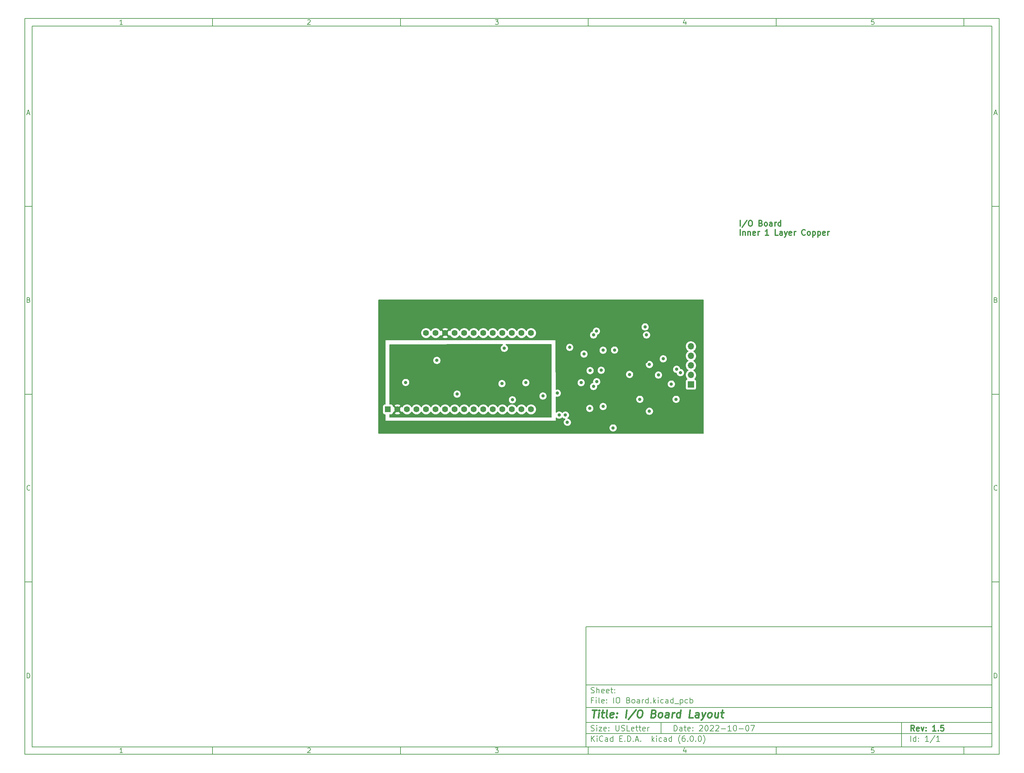
<source format=gbr>
G04 #@! TF.GenerationSoftware,KiCad,Pcbnew,(6.0.0)*
G04 #@! TF.CreationDate,2023-02-09T15:45:20-05:00*
G04 #@! TF.ProjectId,IO Board,494f2042-6f61-4726-942e-6b696361645f,1.5*
G04 #@! TF.SameCoordinates,Original*
G04 #@! TF.FileFunction,Copper,L2,Inr*
G04 #@! TF.FilePolarity,Positive*
%FSLAX46Y46*%
G04 Gerber Fmt 4.6, Leading zero omitted, Abs format (unit mm)*
G04 Created by KiCad (PCBNEW (6.0.0)) date 2023-02-09 15:45:20*
%MOMM*%
%LPD*%
G01*
G04 APERTURE LIST*
%ADD10C,0.100000*%
%ADD11C,0.150000*%
%ADD12C,0.300000*%
%ADD13C,0.400000*%
G04 #@! TA.AperFunction,NonConductor*
%ADD14C,0.300000*%
G04 #@! TD*
G04 #@! TA.AperFunction,ComponentPad*
%ADD15R,1.600000X1.600000*%
G04 #@! TD*
G04 #@! TA.AperFunction,ComponentPad*
%ADD16C,1.600000*%
G04 #@! TD*
G04 #@! TA.AperFunction,ComponentPad*
%ADD17R,1.700000X1.700000*%
G04 #@! TD*
G04 #@! TA.AperFunction,ComponentPad*
%ADD18O,1.700000X1.700000*%
G04 #@! TD*
G04 #@! TA.AperFunction,ViaPad*
%ADD19C,0.889000*%
G04 #@! TD*
G04 APERTURE END LIST*
D10*
D11*
X159400000Y-171900000D02*
X159400000Y-203900000D01*
X267400000Y-203900000D01*
X267400000Y-171900000D01*
X159400000Y-171900000D01*
D10*
D11*
X10000000Y-10000000D02*
X10000000Y-205900000D01*
X269400000Y-205900000D01*
X269400000Y-10000000D01*
X10000000Y-10000000D01*
D10*
D11*
X12000000Y-12000000D02*
X12000000Y-203900000D01*
X267400000Y-203900000D01*
X267400000Y-12000000D01*
X12000000Y-12000000D01*
D10*
D11*
X60000000Y-12000000D02*
X60000000Y-10000000D01*
D10*
D11*
X110000000Y-12000000D02*
X110000000Y-10000000D01*
D10*
D11*
X160000000Y-12000000D02*
X160000000Y-10000000D01*
D10*
D11*
X210000000Y-12000000D02*
X210000000Y-10000000D01*
D10*
D11*
X260000000Y-12000000D02*
X260000000Y-10000000D01*
D10*
D11*
X36065476Y-11588095D02*
X35322619Y-11588095D01*
X35694047Y-11588095D02*
X35694047Y-10288095D01*
X35570238Y-10473809D01*
X35446428Y-10597619D01*
X35322619Y-10659523D01*
D10*
D11*
X85322619Y-10411904D02*
X85384523Y-10350000D01*
X85508333Y-10288095D01*
X85817857Y-10288095D01*
X85941666Y-10350000D01*
X86003571Y-10411904D01*
X86065476Y-10535714D01*
X86065476Y-10659523D01*
X86003571Y-10845238D01*
X85260714Y-11588095D01*
X86065476Y-11588095D01*
D10*
D11*
X135260714Y-10288095D02*
X136065476Y-10288095D01*
X135632142Y-10783333D01*
X135817857Y-10783333D01*
X135941666Y-10845238D01*
X136003571Y-10907142D01*
X136065476Y-11030952D01*
X136065476Y-11340476D01*
X136003571Y-11464285D01*
X135941666Y-11526190D01*
X135817857Y-11588095D01*
X135446428Y-11588095D01*
X135322619Y-11526190D01*
X135260714Y-11464285D01*
D10*
D11*
X185941666Y-10721428D02*
X185941666Y-11588095D01*
X185632142Y-10226190D02*
X185322619Y-11154761D01*
X186127380Y-11154761D01*
D10*
D11*
X236003571Y-10288095D02*
X235384523Y-10288095D01*
X235322619Y-10907142D01*
X235384523Y-10845238D01*
X235508333Y-10783333D01*
X235817857Y-10783333D01*
X235941666Y-10845238D01*
X236003571Y-10907142D01*
X236065476Y-11030952D01*
X236065476Y-11340476D01*
X236003571Y-11464285D01*
X235941666Y-11526190D01*
X235817857Y-11588095D01*
X235508333Y-11588095D01*
X235384523Y-11526190D01*
X235322619Y-11464285D01*
D10*
D11*
X60000000Y-203900000D02*
X60000000Y-205900000D01*
D10*
D11*
X110000000Y-203900000D02*
X110000000Y-205900000D01*
D10*
D11*
X160000000Y-203900000D02*
X160000000Y-205900000D01*
D10*
D11*
X210000000Y-203900000D02*
X210000000Y-205900000D01*
D10*
D11*
X260000000Y-203900000D02*
X260000000Y-205900000D01*
D10*
D11*
X36065476Y-205488095D02*
X35322619Y-205488095D01*
X35694047Y-205488095D02*
X35694047Y-204188095D01*
X35570238Y-204373809D01*
X35446428Y-204497619D01*
X35322619Y-204559523D01*
D10*
D11*
X85322619Y-204311904D02*
X85384523Y-204250000D01*
X85508333Y-204188095D01*
X85817857Y-204188095D01*
X85941666Y-204250000D01*
X86003571Y-204311904D01*
X86065476Y-204435714D01*
X86065476Y-204559523D01*
X86003571Y-204745238D01*
X85260714Y-205488095D01*
X86065476Y-205488095D01*
D10*
D11*
X135260714Y-204188095D02*
X136065476Y-204188095D01*
X135632142Y-204683333D01*
X135817857Y-204683333D01*
X135941666Y-204745238D01*
X136003571Y-204807142D01*
X136065476Y-204930952D01*
X136065476Y-205240476D01*
X136003571Y-205364285D01*
X135941666Y-205426190D01*
X135817857Y-205488095D01*
X135446428Y-205488095D01*
X135322619Y-205426190D01*
X135260714Y-205364285D01*
D10*
D11*
X185941666Y-204621428D02*
X185941666Y-205488095D01*
X185632142Y-204126190D02*
X185322619Y-205054761D01*
X186127380Y-205054761D01*
D10*
D11*
X236003571Y-204188095D02*
X235384523Y-204188095D01*
X235322619Y-204807142D01*
X235384523Y-204745238D01*
X235508333Y-204683333D01*
X235817857Y-204683333D01*
X235941666Y-204745238D01*
X236003571Y-204807142D01*
X236065476Y-204930952D01*
X236065476Y-205240476D01*
X236003571Y-205364285D01*
X235941666Y-205426190D01*
X235817857Y-205488095D01*
X235508333Y-205488095D01*
X235384523Y-205426190D01*
X235322619Y-205364285D01*
D10*
D11*
X10000000Y-60000000D02*
X12000000Y-60000000D01*
D10*
D11*
X10000000Y-110000000D02*
X12000000Y-110000000D01*
D10*
D11*
X10000000Y-160000000D02*
X12000000Y-160000000D01*
D10*
D11*
X10690476Y-35216666D02*
X11309523Y-35216666D01*
X10566666Y-35588095D02*
X11000000Y-34288095D01*
X11433333Y-35588095D01*
D10*
D11*
X11092857Y-84907142D02*
X11278571Y-84969047D01*
X11340476Y-85030952D01*
X11402380Y-85154761D01*
X11402380Y-85340476D01*
X11340476Y-85464285D01*
X11278571Y-85526190D01*
X11154761Y-85588095D01*
X10659523Y-85588095D01*
X10659523Y-84288095D01*
X11092857Y-84288095D01*
X11216666Y-84350000D01*
X11278571Y-84411904D01*
X11340476Y-84535714D01*
X11340476Y-84659523D01*
X11278571Y-84783333D01*
X11216666Y-84845238D01*
X11092857Y-84907142D01*
X10659523Y-84907142D01*
D10*
D11*
X11402380Y-135464285D02*
X11340476Y-135526190D01*
X11154761Y-135588095D01*
X11030952Y-135588095D01*
X10845238Y-135526190D01*
X10721428Y-135402380D01*
X10659523Y-135278571D01*
X10597619Y-135030952D01*
X10597619Y-134845238D01*
X10659523Y-134597619D01*
X10721428Y-134473809D01*
X10845238Y-134350000D01*
X11030952Y-134288095D01*
X11154761Y-134288095D01*
X11340476Y-134350000D01*
X11402380Y-134411904D01*
D10*
D11*
X10659523Y-185588095D02*
X10659523Y-184288095D01*
X10969047Y-184288095D01*
X11154761Y-184350000D01*
X11278571Y-184473809D01*
X11340476Y-184597619D01*
X11402380Y-184845238D01*
X11402380Y-185030952D01*
X11340476Y-185278571D01*
X11278571Y-185402380D01*
X11154761Y-185526190D01*
X10969047Y-185588095D01*
X10659523Y-185588095D01*
D10*
D11*
X269400000Y-60000000D02*
X267400000Y-60000000D01*
D10*
D11*
X269400000Y-110000000D02*
X267400000Y-110000000D01*
D10*
D11*
X269400000Y-160000000D02*
X267400000Y-160000000D01*
D10*
D11*
X268090476Y-35216666D02*
X268709523Y-35216666D01*
X267966666Y-35588095D02*
X268400000Y-34288095D01*
X268833333Y-35588095D01*
D10*
D11*
X268492857Y-84907142D02*
X268678571Y-84969047D01*
X268740476Y-85030952D01*
X268802380Y-85154761D01*
X268802380Y-85340476D01*
X268740476Y-85464285D01*
X268678571Y-85526190D01*
X268554761Y-85588095D01*
X268059523Y-85588095D01*
X268059523Y-84288095D01*
X268492857Y-84288095D01*
X268616666Y-84350000D01*
X268678571Y-84411904D01*
X268740476Y-84535714D01*
X268740476Y-84659523D01*
X268678571Y-84783333D01*
X268616666Y-84845238D01*
X268492857Y-84907142D01*
X268059523Y-84907142D01*
D10*
D11*
X268802380Y-135464285D02*
X268740476Y-135526190D01*
X268554761Y-135588095D01*
X268430952Y-135588095D01*
X268245238Y-135526190D01*
X268121428Y-135402380D01*
X268059523Y-135278571D01*
X267997619Y-135030952D01*
X267997619Y-134845238D01*
X268059523Y-134597619D01*
X268121428Y-134473809D01*
X268245238Y-134350000D01*
X268430952Y-134288095D01*
X268554761Y-134288095D01*
X268740476Y-134350000D01*
X268802380Y-134411904D01*
D10*
D11*
X268059523Y-185588095D02*
X268059523Y-184288095D01*
X268369047Y-184288095D01*
X268554761Y-184350000D01*
X268678571Y-184473809D01*
X268740476Y-184597619D01*
X268802380Y-184845238D01*
X268802380Y-185030952D01*
X268740476Y-185278571D01*
X268678571Y-185402380D01*
X268554761Y-185526190D01*
X268369047Y-185588095D01*
X268059523Y-185588095D01*
D10*
D11*
X182832142Y-199678571D02*
X182832142Y-198178571D01*
X183189285Y-198178571D01*
X183403571Y-198250000D01*
X183546428Y-198392857D01*
X183617857Y-198535714D01*
X183689285Y-198821428D01*
X183689285Y-199035714D01*
X183617857Y-199321428D01*
X183546428Y-199464285D01*
X183403571Y-199607142D01*
X183189285Y-199678571D01*
X182832142Y-199678571D01*
X184975000Y-199678571D02*
X184975000Y-198892857D01*
X184903571Y-198750000D01*
X184760714Y-198678571D01*
X184475000Y-198678571D01*
X184332142Y-198750000D01*
X184975000Y-199607142D02*
X184832142Y-199678571D01*
X184475000Y-199678571D01*
X184332142Y-199607142D01*
X184260714Y-199464285D01*
X184260714Y-199321428D01*
X184332142Y-199178571D01*
X184475000Y-199107142D01*
X184832142Y-199107142D01*
X184975000Y-199035714D01*
X185475000Y-198678571D02*
X186046428Y-198678571D01*
X185689285Y-198178571D02*
X185689285Y-199464285D01*
X185760714Y-199607142D01*
X185903571Y-199678571D01*
X186046428Y-199678571D01*
X187117857Y-199607142D02*
X186975000Y-199678571D01*
X186689285Y-199678571D01*
X186546428Y-199607142D01*
X186475000Y-199464285D01*
X186475000Y-198892857D01*
X186546428Y-198750000D01*
X186689285Y-198678571D01*
X186975000Y-198678571D01*
X187117857Y-198750000D01*
X187189285Y-198892857D01*
X187189285Y-199035714D01*
X186475000Y-199178571D01*
X187832142Y-199535714D02*
X187903571Y-199607142D01*
X187832142Y-199678571D01*
X187760714Y-199607142D01*
X187832142Y-199535714D01*
X187832142Y-199678571D01*
X187832142Y-198750000D02*
X187903571Y-198821428D01*
X187832142Y-198892857D01*
X187760714Y-198821428D01*
X187832142Y-198750000D01*
X187832142Y-198892857D01*
X189617857Y-198321428D02*
X189689285Y-198250000D01*
X189832142Y-198178571D01*
X190189285Y-198178571D01*
X190332142Y-198250000D01*
X190403571Y-198321428D01*
X190475000Y-198464285D01*
X190475000Y-198607142D01*
X190403571Y-198821428D01*
X189546428Y-199678571D01*
X190475000Y-199678571D01*
X191403571Y-198178571D02*
X191546428Y-198178571D01*
X191689285Y-198250000D01*
X191760714Y-198321428D01*
X191832142Y-198464285D01*
X191903571Y-198750000D01*
X191903571Y-199107142D01*
X191832142Y-199392857D01*
X191760714Y-199535714D01*
X191689285Y-199607142D01*
X191546428Y-199678571D01*
X191403571Y-199678571D01*
X191260714Y-199607142D01*
X191189285Y-199535714D01*
X191117857Y-199392857D01*
X191046428Y-199107142D01*
X191046428Y-198750000D01*
X191117857Y-198464285D01*
X191189285Y-198321428D01*
X191260714Y-198250000D01*
X191403571Y-198178571D01*
X192475000Y-198321428D02*
X192546428Y-198250000D01*
X192689285Y-198178571D01*
X193046428Y-198178571D01*
X193189285Y-198250000D01*
X193260714Y-198321428D01*
X193332142Y-198464285D01*
X193332142Y-198607142D01*
X193260714Y-198821428D01*
X192403571Y-199678571D01*
X193332142Y-199678571D01*
X193903571Y-198321428D02*
X193975000Y-198250000D01*
X194117857Y-198178571D01*
X194475000Y-198178571D01*
X194617857Y-198250000D01*
X194689285Y-198321428D01*
X194760714Y-198464285D01*
X194760714Y-198607142D01*
X194689285Y-198821428D01*
X193832142Y-199678571D01*
X194760714Y-199678571D01*
X195403571Y-199107142D02*
X196546428Y-199107142D01*
X198046428Y-199678571D02*
X197189285Y-199678571D01*
X197617857Y-199678571D02*
X197617857Y-198178571D01*
X197475000Y-198392857D01*
X197332142Y-198535714D01*
X197189285Y-198607142D01*
X198975000Y-198178571D02*
X199117857Y-198178571D01*
X199260714Y-198250000D01*
X199332142Y-198321428D01*
X199403571Y-198464285D01*
X199475000Y-198750000D01*
X199475000Y-199107142D01*
X199403571Y-199392857D01*
X199332142Y-199535714D01*
X199260714Y-199607142D01*
X199117857Y-199678571D01*
X198975000Y-199678571D01*
X198832142Y-199607142D01*
X198760714Y-199535714D01*
X198689285Y-199392857D01*
X198617857Y-199107142D01*
X198617857Y-198750000D01*
X198689285Y-198464285D01*
X198760714Y-198321428D01*
X198832142Y-198250000D01*
X198975000Y-198178571D01*
X200117857Y-199107142D02*
X201260714Y-199107142D01*
X202260714Y-198178571D02*
X202403571Y-198178571D01*
X202546428Y-198250000D01*
X202617857Y-198321428D01*
X202689285Y-198464285D01*
X202760714Y-198750000D01*
X202760714Y-199107142D01*
X202689285Y-199392857D01*
X202617857Y-199535714D01*
X202546428Y-199607142D01*
X202403571Y-199678571D01*
X202260714Y-199678571D01*
X202117857Y-199607142D01*
X202046428Y-199535714D01*
X201975000Y-199392857D01*
X201903571Y-199107142D01*
X201903571Y-198750000D01*
X201975000Y-198464285D01*
X202046428Y-198321428D01*
X202117857Y-198250000D01*
X202260714Y-198178571D01*
X203260714Y-198178571D02*
X204260714Y-198178571D01*
X203617857Y-199678571D01*
D10*
D11*
X159400000Y-200400000D02*
X267400000Y-200400000D01*
D10*
D11*
X160832142Y-202478571D02*
X160832142Y-200978571D01*
X161689285Y-202478571D02*
X161046428Y-201621428D01*
X161689285Y-200978571D02*
X160832142Y-201835714D01*
X162332142Y-202478571D02*
X162332142Y-201478571D01*
X162332142Y-200978571D02*
X162260714Y-201050000D01*
X162332142Y-201121428D01*
X162403571Y-201050000D01*
X162332142Y-200978571D01*
X162332142Y-201121428D01*
X163903571Y-202335714D02*
X163832142Y-202407142D01*
X163617857Y-202478571D01*
X163475000Y-202478571D01*
X163260714Y-202407142D01*
X163117857Y-202264285D01*
X163046428Y-202121428D01*
X162975000Y-201835714D01*
X162975000Y-201621428D01*
X163046428Y-201335714D01*
X163117857Y-201192857D01*
X163260714Y-201050000D01*
X163475000Y-200978571D01*
X163617857Y-200978571D01*
X163832142Y-201050000D01*
X163903571Y-201121428D01*
X165189285Y-202478571D02*
X165189285Y-201692857D01*
X165117857Y-201550000D01*
X164975000Y-201478571D01*
X164689285Y-201478571D01*
X164546428Y-201550000D01*
X165189285Y-202407142D02*
X165046428Y-202478571D01*
X164689285Y-202478571D01*
X164546428Y-202407142D01*
X164475000Y-202264285D01*
X164475000Y-202121428D01*
X164546428Y-201978571D01*
X164689285Y-201907142D01*
X165046428Y-201907142D01*
X165189285Y-201835714D01*
X166546428Y-202478571D02*
X166546428Y-200978571D01*
X166546428Y-202407142D02*
X166403571Y-202478571D01*
X166117857Y-202478571D01*
X165975000Y-202407142D01*
X165903571Y-202335714D01*
X165832142Y-202192857D01*
X165832142Y-201764285D01*
X165903571Y-201621428D01*
X165975000Y-201550000D01*
X166117857Y-201478571D01*
X166403571Y-201478571D01*
X166546428Y-201550000D01*
X168403571Y-201692857D02*
X168903571Y-201692857D01*
X169117857Y-202478571D02*
X168403571Y-202478571D01*
X168403571Y-200978571D01*
X169117857Y-200978571D01*
X169760714Y-202335714D02*
X169832142Y-202407142D01*
X169760714Y-202478571D01*
X169689285Y-202407142D01*
X169760714Y-202335714D01*
X169760714Y-202478571D01*
X170475000Y-202478571D02*
X170475000Y-200978571D01*
X170832142Y-200978571D01*
X171046428Y-201050000D01*
X171189285Y-201192857D01*
X171260714Y-201335714D01*
X171332142Y-201621428D01*
X171332142Y-201835714D01*
X171260714Y-202121428D01*
X171189285Y-202264285D01*
X171046428Y-202407142D01*
X170832142Y-202478571D01*
X170475000Y-202478571D01*
X171975000Y-202335714D02*
X172046428Y-202407142D01*
X171975000Y-202478571D01*
X171903571Y-202407142D01*
X171975000Y-202335714D01*
X171975000Y-202478571D01*
X172617857Y-202050000D02*
X173332142Y-202050000D01*
X172475000Y-202478571D02*
X172975000Y-200978571D01*
X173475000Y-202478571D01*
X173975000Y-202335714D02*
X174046428Y-202407142D01*
X173975000Y-202478571D01*
X173903571Y-202407142D01*
X173975000Y-202335714D01*
X173975000Y-202478571D01*
X176975000Y-202478571D02*
X176975000Y-200978571D01*
X177117857Y-201907142D02*
X177546428Y-202478571D01*
X177546428Y-201478571D02*
X176975000Y-202050000D01*
X178189285Y-202478571D02*
X178189285Y-201478571D01*
X178189285Y-200978571D02*
X178117857Y-201050000D01*
X178189285Y-201121428D01*
X178260714Y-201050000D01*
X178189285Y-200978571D01*
X178189285Y-201121428D01*
X179546428Y-202407142D02*
X179403571Y-202478571D01*
X179117857Y-202478571D01*
X178975000Y-202407142D01*
X178903571Y-202335714D01*
X178832142Y-202192857D01*
X178832142Y-201764285D01*
X178903571Y-201621428D01*
X178975000Y-201550000D01*
X179117857Y-201478571D01*
X179403571Y-201478571D01*
X179546428Y-201550000D01*
X180832142Y-202478571D02*
X180832142Y-201692857D01*
X180760714Y-201550000D01*
X180617857Y-201478571D01*
X180332142Y-201478571D01*
X180189285Y-201550000D01*
X180832142Y-202407142D02*
X180689285Y-202478571D01*
X180332142Y-202478571D01*
X180189285Y-202407142D01*
X180117857Y-202264285D01*
X180117857Y-202121428D01*
X180189285Y-201978571D01*
X180332142Y-201907142D01*
X180689285Y-201907142D01*
X180832142Y-201835714D01*
X182189285Y-202478571D02*
X182189285Y-200978571D01*
X182189285Y-202407142D02*
X182046428Y-202478571D01*
X181760714Y-202478571D01*
X181617857Y-202407142D01*
X181546428Y-202335714D01*
X181475000Y-202192857D01*
X181475000Y-201764285D01*
X181546428Y-201621428D01*
X181617857Y-201550000D01*
X181760714Y-201478571D01*
X182046428Y-201478571D01*
X182189285Y-201550000D01*
X184475000Y-203050000D02*
X184403571Y-202978571D01*
X184260714Y-202764285D01*
X184189285Y-202621428D01*
X184117857Y-202407142D01*
X184046428Y-202050000D01*
X184046428Y-201764285D01*
X184117857Y-201407142D01*
X184189285Y-201192857D01*
X184260714Y-201050000D01*
X184403571Y-200835714D01*
X184475000Y-200764285D01*
X185689285Y-200978571D02*
X185403571Y-200978571D01*
X185260714Y-201050000D01*
X185189285Y-201121428D01*
X185046428Y-201335714D01*
X184975000Y-201621428D01*
X184975000Y-202192857D01*
X185046428Y-202335714D01*
X185117857Y-202407142D01*
X185260714Y-202478571D01*
X185546428Y-202478571D01*
X185689285Y-202407142D01*
X185760714Y-202335714D01*
X185832142Y-202192857D01*
X185832142Y-201835714D01*
X185760714Y-201692857D01*
X185689285Y-201621428D01*
X185546428Y-201550000D01*
X185260714Y-201550000D01*
X185117857Y-201621428D01*
X185046428Y-201692857D01*
X184975000Y-201835714D01*
X186475000Y-202335714D02*
X186546428Y-202407142D01*
X186475000Y-202478571D01*
X186403571Y-202407142D01*
X186475000Y-202335714D01*
X186475000Y-202478571D01*
X187475000Y-200978571D02*
X187617857Y-200978571D01*
X187760714Y-201050000D01*
X187832142Y-201121428D01*
X187903571Y-201264285D01*
X187975000Y-201550000D01*
X187975000Y-201907142D01*
X187903571Y-202192857D01*
X187832142Y-202335714D01*
X187760714Y-202407142D01*
X187617857Y-202478571D01*
X187475000Y-202478571D01*
X187332142Y-202407142D01*
X187260714Y-202335714D01*
X187189285Y-202192857D01*
X187117857Y-201907142D01*
X187117857Y-201550000D01*
X187189285Y-201264285D01*
X187260714Y-201121428D01*
X187332142Y-201050000D01*
X187475000Y-200978571D01*
X188617857Y-202335714D02*
X188689285Y-202407142D01*
X188617857Y-202478571D01*
X188546428Y-202407142D01*
X188617857Y-202335714D01*
X188617857Y-202478571D01*
X189617857Y-200978571D02*
X189760714Y-200978571D01*
X189903571Y-201050000D01*
X189975000Y-201121428D01*
X190046428Y-201264285D01*
X190117857Y-201550000D01*
X190117857Y-201907142D01*
X190046428Y-202192857D01*
X189975000Y-202335714D01*
X189903571Y-202407142D01*
X189760714Y-202478571D01*
X189617857Y-202478571D01*
X189475000Y-202407142D01*
X189403571Y-202335714D01*
X189332142Y-202192857D01*
X189260714Y-201907142D01*
X189260714Y-201550000D01*
X189332142Y-201264285D01*
X189403571Y-201121428D01*
X189475000Y-201050000D01*
X189617857Y-200978571D01*
X190617857Y-203050000D02*
X190689285Y-202978571D01*
X190832142Y-202764285D01*
X190903571Y-202621428D01*
X190975000Y-202407142D01*
X191046428Y-202050000D01*
X191046428Y-201764285D01*
X190975000Y-201407142D01*
X190903571Y-201192857D01*
X190832142Y-201050000D01*
X190689285Y-200835714D01*
X190617857Y-200764285D01*
D10*
D11*
X159400000Y-197400000D02*
X267400000Y-197400000D01*
D10*
D12*
X246809285Y-199678571D02*
X246309285Y-198964285D01*
X245952142Y-199678571D02*
X245952142Y-198178571D01*
X246523571Y-198178571D01*
X246666428Y-198250000D01*
X246737857Y-198321428D01*
X246809285Y-198464285D01*
X246809285Y-198678571D01*
X246737857Y-198821428D01*
X246666428Y-198892857D01*
X246523571Y-198964285D01*
X245952142Y-198964285D01*
X248023571Y-199607142D02*
X247880714Y-199678571D01*
X247595000Y-199678571D01*
X247452142Y-199607142D01*
X247380714Y-199464285D01*
X247380714Y-198892857D01*
X247452142Y-198750000D01*
X247595000Y-198678571D01*
X247880714Y-198678571D01*
X248023571Y-198750000D01*
X248095000Y-198892857D01*
X248095000Y-199035714D01*
X247380714Y-199178571D01*
X248595000Y-198678571D02*
X248952142Y-199678571D01*
X249309285Y-198678571D01*
X249880714Y-199535714D02*
X249952142Y-199607142D01*
X249880714Y-199678571D01*
X249809285Y-199607142D01*
X249880714Y-199535714D01*
X249880714Y-199678571D01*
X249880714Y-198750000D02*
X249952142Y-198821428D01*
X249880714Y-198892857D01*
X249809285Y-198821428D01*
X249880714Y-198750000D01*
X249880714Y-198892857D01*
X252523571Y-199678571D02*
X251666428Y-199678571D01*
X252095000Y-199678571D02*
X252095000Y-198178571D01*
X251952142Y-198392857D01*
X251809285Y-198535714D01*
X251666428Y-198607142D01*
X253166428Y-199535714D02*
X253237857Y-199607142D01*
X253166428Y-199678571D01*
X253095000Y-199607142D01*
X253166428Y-199535714D01*
X253166428Y-199678571D01*
X254595000Y-198178571D02*
X253880714Y-198178571D01*
X253809285Y-198892857D01*
X253880714Y-198821428D01*
X254023571Y-198750000D01*
X254380714Y-198750000D01*
X254523571Y-198821428D01*
X254595000Y-198892857D01*
X254666428Y-199035714D01*
X254666428Y-199392857D01*
X254595000Y-199535714D01*
X254523571Y-199607142D01*
X254380714Y-199678571D01*
X254023571Y-199678571D01*
X253880714Y-199607142D01*
X253809285Y-199535714D01*
D10*
D11*
X160760714Y-199607142D02*
X160975000Y-199678571D01*
X161332142Y-199678571D01*
X161475000Y-199607142D01*
X161546428Y-199535714D01*
X161617857Y-199392857D01*
X161617857Y-199250000D01*
X161546428Y-199107142D01*
X161475000Y-199035714D01*
X161332142Y-198964285D01*
X161046428Y-198892857D01*
X160903571Y-198821428D01*
X160832142Y-198750000D01*
X160760714Y-198607142D01*
X160760714Y-198464285D01*
X160832142Y-198321428D01*
X160903571Y-198250000D01*
X161046428Y-198178571D01*
X161403571Y-198178571D01*
X161617857Y-198250000D01*
X162260714Y-199678571D02*
X162260714Y-198678571D01*
X162260714Y-198178571D02*
X162189285Y-198250000D01*
X162260714Y-198321428D01*
X162332142Y-198250000D01*
X162260714Y-198178571D01*
X162260714Y-198321428D01*
X162832142Y-198678571D02*
X163617857Y-198678571D01*
X162832142Y-199678571D01*
X163617857Y-199678571D01*
X164760714Y-199607142D02*
X164617857Y-199678571D01*
X164332142Y-199678571D01*
X164189285Y-199607142D01*
X164117857Y-199464285D01*
X164117857Y-198892857D01*
X164189285Y-198750000D01*
X164332142Y-198678571D01*
X164617857Y-198678571D01*
X164760714Y-198750000D01*
X164832142Y-198892857D01*
X164832142Y-199035714D01*
X164117857Y-199178571D01*
X165475000Y-199535714D02*
X165546428Y-199607142D01*
X165475000Y-199678571D01*
X165403571Y-199607142D01*
X165475000Y-199535714D01*
X165475000Y-199678571D01*
X165475000Y-198750000D02*
X165546428Y-198821428D01*
X165475000Y-198892857D01*
X165403571Y-198821428D01*
X165475000Y-198750000D01*
X165475000Y-198892857D01*
X167332142Y-198178571D02*
X167332142Y-199392857D01*
X167403571Y-199535714D01*
X167475000Y-199607142D01*
X167617857Y-199678571D01*
X167903571Y-199678571D01*
X168046428Y-199607142D01*
X168117857Y-199535714D01*
X168189285Y-199392857D01*
X168189285Y-198178571D01*
X168832142Y-199607142D02*
X169046428Y-199678571D01*
X169403571Y-199678571D01*
X169546428Y-199607142D01*
X169617857Y-199535714D01*
X169689285Y-199392857D01*
X169689285Y-199250000D01*
X169617857Y-199107142D01*
X169546428Y-199035714D01*
X169403571Y-198964285D01*
X169117857Y-198892857D01*
X168975000Y-198821428D01*
X168903571Y-198750000D01*
X168832142Y-198607142D01*
X168832142Y-198464285D01*
X168903571Y-198321428D01*
X168975000Y-198250000D01*
X169117857Y-198178571D01*
X169475000Y-198178571D01*
X169689285Y-198250000D01*
X171046428Y-199678571D02*
X170332142Y-199678571D01*
X170332142Y-198178571D01*
X172117857Y-199607142D02*
X171975000Y-199678571D01*
X171689285Y-199678571D01*
X171546428Y-199607142D01*
X171475000Y-199464285D01*
X171475000Y-198892857D01*
X171546428Y-198750000D01*
X171689285Y-198678571D01*
X171975000Y-198678571D01*
X172117857Y-198750000D01*
X172189285Y-198892857D01*
X172189285Y-199035714D01*
X171475000Y-199178571D01*
X172617857Y-198678571D02*
X173189285Y-198678571D01*
X172832142Y-198178571D02*
X172832142Y-199464285D01*
X172903571Y-199607142D01*
X173046428Y-199678571D01*
X173189285Y-199678571D01*
X173475000Y-198678571D02*
X174046428Y-198678571D01*
X173689285Y-198178571D02*
X173689285Y-199464285D01*
X173760714Y-199607142D01*
X173903571Y-199678571D01*
X174046428Y-199678571D01*
X175117857Y-199607142D02*
X174975000Y-199678571D01*
X174689285Y-199678571D01*
X174546428Y-199607142D01*
X174475000Y-199464285D01*
X174475000Y-198892857D01*
X174546428Y-198750000D01*
X174689285Y-198678571D01*
X174975000Y-198678571D01*
X175117857Y-198750000D01*
X175189285Y-198892857D01*
X175189285Y-199035714D01*
X174475000Y-199178571D01*
X175832142Y-199678571D02*
X175832142Y-198678571D01*
X175832142Y-198964285D02*
X175903571Y-198821428D01*
X175975000Y-198750000D01*
X176117857Y-198678571D01*
X176260714Y-198678571D01*
D10*
D11*
X245832142Y-202478571D02*
X245832142Y-200978571D01*
X247189285Y-202478571D02*
X247189285Y-200978571D01*
X247189285Y-202407142D02*
X247046428Y-202478571D01*
X246760714Y-202478571D01*
X246617857Y-202407142D01*
X246546428Y-202335714D01*
X246475000Y-202192857D01*
X246475000Y-201764285D01*
X246546428Y-201621428D01*
X246617857Y-201550000D01*
X246760714Y-201478571D01*
X247046428Y-201478571D01*
X247189285Y-201550000D01*
X247903571Y-202335714D02*
X247975000Y-202407142D01*
X247903571Y-202478571D01*
X247832142Y-202407142D01*
X247903571Y-202335714D01*
X247903571Y-202478571D01*
X247903571Y-201550000D02*
X247975000Y-201621428D01*
X247903571Y-201692857D01*
X247832142Y-201621428D01*
X247903571Y-201550000D01*
X247903571Y-201692857D01*
X250546428Y-202478571D02*
X249689285Y-202478571D01*
X250117857Y-202478571D02*
X250117857Y-200978571D01*
X249975000Y-201192857D01*
X249832142Y-201335714D01*
X249689285Y-201407142D01*
X252260714Y-200907142D02*
X250975000Y-202835714D01*
X253546428Y-202478571D02*
X252689285Y-202478571D01*
X253117857Y-202478571D02*
X253117857Y-200978571D01*
X252975000Y-201192857D01*
X252832142Y-201335714D01*
X252689285Y-201407142D01*
D10*
D11*
X159400000Y-193400000D02*
X267400000Y-193400000D01*
D10*
D13*
X161112380Y-194104761D02*
X162255238Y-194104761D01*
X161433809Y-196104761D02*
X161683809Y-194104761D01*
X162671904Y-196104761D02*
X162838571Y-194771428D01*
X162921904Y-194104761D02*
X162814761Y-194200000D01*
X162898095Y-194295238D01*
X163005238Y-194200000D01*
X162921904Y-194104761D01*
X162898095Y-194295238D01*
X163505238Y-194771428D02*
X164267142Y-194771428D01*
X163874285Y-194104761D02*
X163660000Y-195819047D01*
X163731428Y-196009523D01*
X163910000Y-196104761D01*
X164100476Y-196104761D01*
X165052857Y-196104761D02*
X164874285Y-196009523D01*
X164802857Y-195819047D01*
X165017142Y-194104761D01*
X166588571Y-196009523D02*
X166386190Y-196104761D01*
X166005238Y-196104761D01*
X165826666Y-196009523D01*
X165755238Y-195819047D01*
X165850476Y-195057142D01*
X165969523Y-194866666D01*
X166171904Y-194771428D01*
X166552857Y-194771428D01*
X166731428Y-194866666D01*
X166802857Y-195057142D01*
X166779047Y-195247619D01*
X165802857Y-195438095D01*
X167552857Y-195914285D02*
X167636190Y-196009523D01*
X167529047Y-196104761D01*
X167445714Y-196009523D01*
X167552857Y-195914285D01*
X167529047Y-196104761D01*
X167683809Y-194866666D02*
X167767142Y-194961904D01*
X167660000Y-195057142D01*
X167576666Y-194961904D01*
X167683809Y-194866666D01*
X167660000Y-195057142D01*
X170005238Y-196104761D02*
X170255238Y-194104761D01*
X172648095Y-194009523D02*
X170612380Y-196580952D01*
X173683809Y-194104761D02*
X174064761Y-194104761D01*
X174243333Y-194200000D01*
X174410000Y-194390476D01*
X174457619Y-194771428D01*
X174374285Y-195438095D01*
X174231428Y-195819047D01*
X174017142Y-196009523D01*
X173814761Y-196104761D01*
X173433809Y-196104761D01*
X173255238Y-196009523D01*
X173088571Y-195819047D01*
X173040952Y-195438095D01*
X173124285Y-194771428D01*
X173267142Y-194390476D01*
X173481428Y-194200000D01*
X173683809Y-194104761D01*
X177469523Y-195057142D02*
X177743333Y-195152380D01*
X177826666Y-195247619D01*
X177898095Y-195438095D01*
X177862380Y-195723809D01*
X177743333Y-195914285D01*
X177636190Y-196009523D01*
X177433809Y-196104761D01*
X176671904Y-196104761D01*
X176921904Y-194104761D01*
X177588571Y-194104761D01*
X177767142Y-194200000D01*
X177850476Y-194295238D01*
X177921904Y-194485714D01*
X177898095Y-194676190D01*
X177779047Y-194866666D01*
X177671904Y-194961904D01*
X177469523Y-195057142D01*
X176802857Y-195057142D01*
X178957619Y-196104761D02*
X178779047Y-196009523D01*
X178695714Y-195914285D01*
X178624285Y-195723809D01*
X178695714Y-195152380D01*
X178814761Y-194961904D01*
X178921904Y-194866666D01*
X179124285Y-194771428D01*
X179410000Y-194771428D01*
X179588571Y-194866666D01*
X179671904Y-194961904D01*
X179743333Y-195152380D01*
X179671904Y-195723809D01*
X179552857Y-195914285D01*
X179445714Y-196009523D01*
X179243333Y-196104761D01*
X178957619Y-196104761D01*
X181338571Y-196104761D02*
X181469523Y-195057142D01*
X181398095Y-194866666D01*
X181219523Y-194771428D01*
X180838571Y-194771428D01*
X180636190Y-194866666D01*
X181350476Y-196009523D02*
X181148095Y-196104761D01*
X180671904Y-196104761D01*
X180493333Y-196009523D01*
X180421904Y-195819047D01*
X180445714Y-195628571D01*
X180564761Y-195438095D01*
X180767142Y-195342857D01*
X181243333Y-195342857D01*
X181445714Y-195247619D01*
X182290952Y-196104761D02*
X182457619Y-194771428D01*
X182410000Y-195152380D02*
X182529047Y-194961904D01*
X182636190Y-194866666D01*
X182838571Y-194771428D01*
X183029047Y-194771428D01*
X184386190Y-196104761D02*
X184636190Y-194104761D01*
X184398095Y-196009523D02*
X184195714Y-196104761D01*
X183814761Y-196104761D01*
X183636190Y-196009523D01*
X183552857Y-195914285D01*
X183481428Y-195723809D01*
X183552857Y-195152380D01*
X183671904Y-194961904D01*
X183779047Y-194866666D01*
X183981428Y-194771428D01*
X184362380Y-194771428D01*
X184540952Y-194866666D01*
X187814761Y-196104761D02*
X186862380Y-196104761D01*
X187112380Y-194104761D01*
X189338571Y-196104761D02*
X189469523Y-195057142D01*
X189398095Y-194866666D01*
X189219523Y-194771428D01*
X188838571Y-194771428D01*
X188636190Y-194866666D01*
X189350476Y-196009523D02*
X189148095Y-196104761D01*
X188671904Y-196104761D01*
X188493333Y-196009523D01*
X188421904Y-195819047D01*
X188445714Y-195628571D01*
X188564761Y-195438095D01*
X188767142Y-195342857D01*
X189243333Y-195342857D01*
X189445714Y-195247619D01*
X190267142Y-194771428D02*
X190576666Y-196104761D01*
X191219523Y-194771428D02*
X190576666Y-196104761D01*
X190326666Y-196580952D01*
X190219523Y-196676190D01*
X190017142Y-196771428D01*
X192100476Y-196104761D02*
X191921904Y-196009523D01*
X191838571Y-195914285D01*
X191767142Y-195723809D01*
X191838571Y-195152380D01*
X191957619Y-194961904D01*
X192064761Y-194866666D01*
X192267142Y-194771428D01*
X192552857Y-194771428D01*
X192731428Y-194866666D01*
X192814761Y-194961904D01*
X192886190Y-195152380D01*
X192814761Y-195723809D01*
X192695714Y-195914285D01*
X192588571Y-196009523D01*
X192386190Y-196104761D01*
X192100476Y-196104761D01*
X194648095Y-194771428D02*
X194481428Y-196104761D01*
X193790952Y-194771428D02*
X193660000Y-195819047D01*
X193731428Y-196009523D01*
X193910000Y-196104761D01*
X194195714Y-196104761D01*
X194398095Y-196009523D01*
X194505238Y-195914285D01*
X195314761Y-194771428D02*
X196076666Y-194771428D01*
X195683809Y-194104761D02*
X195469523Y-195819047D01*
X195540952Y-196009523D01*
X195719523Y-196104761D01*
X195910000Y-196104761D01*
D10*
D11*
X161332142Y-191492857D02*
X160832142Y-191492857D01*
X160832142Y-192278571D02*
X160832142Y-190778571D01*
X161546428Y-190778571D01*
X162117857Y-192278571D02*
X162117857Y-191278571D01*
X162117857Y-190778571D02*
X162046428Y-190850000D01*
X162117857Y-190921428D01*
X162189285Y-190850000D01*
X162117857Y-190778571D01*
X162117857Y-190921428D01*
X163046428Y-192278571D02*
X162903571Y-192207142D01*
X162832142Y-192064285D01*
X162832142Y-190778571D01*
X164189285Y-192207142D02*
X164046428Y-192278571D01*
X163760714Y-192278571D01*
X163617857Y-192207142D01*
X163546428Y-192064285D01*
X163546428Y-191492857D01*
X163617857Y-191350000D01*
X163760714Y-191278571D01*
X164046428Y-191278571D01*
X164189285Y-191350000D01*
X164260714Y-191492857D01*
X164260714Y-191635714D01*
X163546428Y-191778571D01*
X164903571Y-192135714D02*
X164975000Y-192207142D01*
X164903571Y-192278571D01*
X164832142Y-192207142D01*
X164903571Y-192135714D01*
X164903571Y-192278571D01*
X164903571Y-191350000D02*
X164975000Y-191421428D01*
X164903571Y-191492857D01*
X164832142Y-191421428D01*
X164903571Y-191350000D01*
X164903571Y-191492857D01*
X166760714Y-192278571D02*
X166760714Y-190778571D01*
X167760714Y-190778571D02*
X168046428Y-190778571D01*
X168189285Y-190850000D01*
X168332142Y-190992857D01*
X168403571Y-191278571D01*
X168403571Y-191778571D01*
X168332142Y-192064285D01*
X168189285Y-192207142D01*
X168046428Y-192278571D01*
X167760714Y-192278571D01*
X167617857Y-192207142D01*
X167475000Y-192064285D01*
X167403571Y-191778571D01*
X167403571Y-191278571D01*
X167475000Y-190992857D01*
X167617857Y-190850000D01*
X167760714Y-190778571D01*
X170689285Y-191492857D02*
X170903571Y-191564285D01*
X170975000Y-191635714D01*
X171046428Y-191778571D01*
X171046428Y-191992857D01*
X170975000Y-192135714D01*
X170903571Y-192207142D01*
X170760714Y-192278571D01*
X170189285Y-192278571D01*
X170189285Y-190778571D01*
X170689285Y-190778571D01*
X170832142Y-190850000D01*
X170903571Y-190921428D01*
X170975000Y-191064285D01*
X170975000Y-191207142D01*
X170903571Y-191350000D01*
X170832142Y-191421428D01*
X170689285Y-191492857D01*
X170189285Y-191492857D01*
X171903571Y-192278571D02*
X171760714Y-192207142D01*
X171689285Y-192135714D01*
X171617857Y-191992857D01*
X171617857Y-191564285D01*
X171689285Y-191421428D01*
X171760714Y-191350000D01*
X171903571Y-191278571D01*
X172117857Y-191278571D01*
X172260714Y-191350000D01*
X172332142Y-191421428D01*
X172403571Y-191564285D01*
X172403571Y-191992857D01*
X172332142Y-192135714D01*
X172260714Y-192207142D01*
X172117857Y-192278571D01*
X171903571Y-192278571D01*
X173689285Y-192278571D02*
X173689285Y-191492857D01*
X173617857Y-191350000D01*
X173475000Y-191278571D01*
X173189285Y-191278571D01*
X173046428Y-191350000D01*
X173689285Y-192207142D02*
X173546428Y-192278571D01*
X173189285Y-192278571D01*
X173046428Y-192207142D01*
X172975000Y-192064285D01*
X172975000Y-191921428D01*
X173046428Y-191778571D01*
X173189285Y-191707142D01*
X173546428Y-191707142D01*
X173689285Y-191635714D01*
X174403571Y-192278571D02*
X174403571Y-191278571D01*
X174403571Y-191564285D02*
X174475000Y-191421428D01*
X174546428Y-191350000D01*
X174689285Y-191278571D01*
X174832142Y-191278571D01*
X175975000Y-192278571D02*
X175975000Y-190778571D01*
X175975000Y-192207142D02*
X175832142Y-192278571D01*
X175546428Y-192278571D01*
X175403571Y-192207142D01*
X175332142Y-192135714D01*
X175260714Y-191992857D01*
X175260714Y-191564285D01*
X175332142Y-191421428D01*
X175403571Y-191350000D01*
X175546428Y-191278571D01*
X175832142Y-191278571D01*
X175975000Y-191350000D01*
X176689285Y-192135714D02*
X176760714Y-192207142D01*
X176689285Y-192278571D01*
X176617857Y-192207142D01*
X176689285Y-192135714D01*
X176689285Y-192278571D01*
X177403571Y-192278571D02*
X177403571Y-190778571D01*
X177546428Y-191707142D02*
X177975000Y-192278571D01*
X177975000Y-191278571D02*
X177403571Y-191850000D01*
X178617857Y-192278571D02*
X178617857Y-191278571D01*
X178617857Y-190778571D02*
X178546428Y-190850000D01*
X178617857Y-190921428D01*
X178689285Y-190850000D01*
X178617857Y-190778571D01*
X178617857Y-190921428D01*
X179975000Y-192207142D02*
X179832142Y-192278571D01*
X179546428Y-192278571D01*
X179403571Y-192207142D01*
X179332142Y-192135714D01*
X179260714Y-191992857D01*
X179260714Y-191564285D01*
X179332142Y-191421428D01*
X179403571Y-191350000D01*
X179546428Y-191278571D01*
X179832142Y-191278571D01*
X179975000Y-191350000D01*
X181260714Y-192278571D02*
X181260714Y-191492857D01*
X181189285Y-191350000D01*
X181046428Y-191278571D01*
X180760714Y-191278571D01*
X180617857Y-191350000D01*
X181260714Y-192207142D02*
X181117857Y-192278571D01*
X180760714Y-192278571D01*
X180617857Y-192207142D01*
X180546428Y-192064285D01*
X180546428Y-191921428D01*
X180617857Y-191778571D01*
X180760714Y-191707142D01*
X181117857Y-191707142D01*
X181260714Y-191635714D01*
X182617857Y-192278571D02*
X182617857Y-190778571D01*
X182617857Y-192207142D02*
X182475000Y-192278571D01*
X182189285Y-192278571D01*
X182046428Y-192207142D01*
X181975000Y-192135714D01*
X181903571Y-191992857D01*
X181903571Y-191564285D01*
X181975000Y-191421428D01*
X182046428Y-191350000D01*
X182189285Y-191278571D01*
X182475000Y-191278571D01*
X182617857Y-191350000D01*
X182975000Y-192421428D02*
X184117857Y-192421428D01*
X184475000Y-191278571D02*
X184475000Y-192778571D01*
X184475000Y-191350000D02*
X184617857Y-191278571D01*
X184903571Y-191278571D01*
X185046428Y-191350000D01*
X185117857Y-191421428D01*
X185189285Y-191564285D01*
X185189285Y-191992857D01*
X185117857Y-192135714D01*
X185046428Y-192207142D01*
X184903571Y-192278571D01*
X184617857Y-192278571D01*
X184475000Y-192207142D01*
X186475000Y-192207142D02*
X186332142Y-192278571D01*
X186046428Y-192278571D01*
X185903571Y-192207142D01*
X185832142Y-192135714D01*
X185760714Y-191992857D01*
X185760714Y-191564285D01*
X185832142Y-191421428D01*
X185903571Y-191350000D01*
X186046428Y-191278571D01*
X186332142Y-191278571D01*
X186475000Y-191350000D01*
X187117857Y-192278571D02*
X187117857Y-190778571D01*
X187117857Y-191350000D02*
X187260714Y-191278571D01*
X187546428Y-191278571D01*
X187689285Y-191350000D01*
X187760714Y-191421428D01*
X187832142Y-191564285D01*
X187832142Y-191992857D01*
X187760714Y-192135714D01*
X187689285Y-192207142D01*
X187546428Y-192278571D01*
X187260714Y-192278571D01*
X187117857Y-192207142D01*
D10*
D11*
X159400000Y-187400000D02*
X267400000Y-187400000D01*
D10*
D11*
X160760714Y-189507142D02*
X160975000Y-189578571D01*
X161332142Y-189578571D01*
X161475000Y-189507142D01*
X161546428Y-189435714D01*
X161617857Y-189292857D01*
X161617857Y-189150000D01*
X161546428Y-189007142D01*
X161475000Y-188935714D01*
X161332142Y-188864285D01*
X161046428Y-188792857D01*
X160903571Y-188721428D01*
X160832142Y-188650000D01*
X160760714Y-188507142D01*
X160760714Y-188364285D01*
X160832142Y-188221428D01*
X160903571Y-188150000D01*
X161046428Y-188078571D01*
X161403571Y-188078571D01*
X161617857Y-188150000D01*
X162260714Y-189578571D02*
X162260714Y-188078571D01*
X162903571Y-189578571D02*
X162903571Y-188792857D01*
X162832142Y-188650000D01*
X162689285Y-188578571D01*
X162475000Y-188578571D01*
X162332142Y-188650000D01*
X162260714Y-188721428D01*
X164189285Y-189507142D02*
X164046428Y-189578571D01*
X163760714Y-189578571D01*
X163617857Y-189507142D01*
X163546428Y-189364285D01*
X163546428Y-188792857D01*
X163617857Y-188650000D01*
X163760714Y-188578571D01*
X164046428Y-188578571D01*
X164189285Y-188650000D01*
X164260714Y-188792857D01*
X164260714Y-188935714D01*
X163546428Y-189078571D01*
X165475000Y-189507142D02*
X165332142Y-189578571D01*
X165046428Y-189578571D01*
X164903571Y-189507142D01*
X164832142Y-189364285D01*
X164832142Y-188792857D01*
X164903571Y-188650000D01*
X165046428Y-188578571D01*
X165332142Y-188578571D01*
X165475000Y-188650000D01*
X165546428Y-188792857D01*
X165546428Y-188935714D01*
X164832142Y-189078571D01*
X165975000Y-188578571D02*
X166546428Y-188578571D01*
X166189285Y-188078571D02*
X166189285Y-189364285D01*
X166260714Y-189507142D01*
X166403571Y-189578571D01*
X166546428Y-189578571D01*
X167046428Y-189435714D02*
X167117857Y-189507142D01*
X167046428Y-189578571D01*
X166975000Y-189507142D01*
X167046428Y-189435714D01*
X167046428Y-189578571D01*
X167046428Y-188650000D02*
X167117857Y-188721428D01*
X167046428Y-188792857D01*
X166975000Y-188721428D01*
X167046428Y-188650000D01*
X167046428Y-188792857D01*
D10*
D12*
D10*
D11*
D10*
D11*
D10*
D11*
D10*
D11*
D10*
D11*
X179400000Y-197400000D02*
X179400000Y-200400000D01*
D10*
D11*
X243400000Y-197400000D02*
X243400000Y-203900000D01*
D12*
D14*
X200450142Y-65257071D02*
X200450142Y-63757071D01*
X202235857Y-63685642D02*
X200950142Y-65614214D01*
X203021571Y-63757071D02*
X203307285Y-63757071D01*
X203450142Y-63828500D01*
X203593000Y-63971357D01*
X203664428Y-64257071D01*
X203664428Y-64757071D01*
X203593000Y-65042785D01*
X203450142Y-65185642D01*
X203307285Y-65257071D01*
X203021571Y-65257071D01*
X202878714Y-65185642D01*
X202735857Y-65042785D01*
X202664428Y-64757071D01*
X202664428Y-64257071D01*
X202735857Y-63971357D01*
X202878714Y-63828500D01*
X203021571Y-63757071D01*
X205950142Y-64471357D02*
X206164428Y-64542785D01*
X206235857Y-64614214D01*
X206307285Y-64757071D01*
X206307285Y-64971357D01*
X206235857Y-65114214D01*
X206164428Y-65185642D01*
X206021571Y-65257071D01*
X205450142Y-65257071D01*
X205450142Y-63757071D01*
X205950142Y-63757071D01*
X206093000Y-63828500D01*
X206164428Y-63899928D01*
X206235857Y-64042785D01*
X206235857Y-64185642D01*
X206164428Y-64328500D01*
X206093000Y-64399928D01*
X205950142Y-64471357D01*
X205450142Y-64471357D01*
X207164428Y-65257071D02*
X207021571Y-65185642D01*
X206950142Y-65114214D01*
X206878714Y-64971357D01*
X206878714Y-64542785D01*
X206950142Y-64399928D01*
X207021571Y-64328500D01*
X207164428Y-64257071D01*
X207378714Y-64257071D01*
X207521571Y-64328500D01*
X207593000Y-64399928D01*
X207664428Y-64542785D01*
X207664428Y-64971357D01*
X207593000Y-65114214D01*
X207521571Y-65185642D01*
X207378714Y-65257071D01*
X207164428Y-65257071D01*
X208950142Y-65257071D02*
X208950142Y-64471357D01*
X208878714Y-64328500D01*
X208735857Y-64257071D01*
X208450142Y-64257071D01*
X208307285Y-64328500D01*
X208950142Y-65185642D02*
X208807285Y-65257071D01*
X208450142Y-65257071D01*
X208307285Y-65185642D01*
X208235857Y-65042785D01*
X208235857Y-64899928D01*
X208307285Y-64757071D01*
X208450142Y-64685642D01*
X208807285Y-64685642D01*
X208950142Y-64614214D01*
X209664428Y-65257071D02*
X209664428Y-64257071D01*
X209664428Y-64542785D02*
X209735857Y-64399928D01*
X209807285Y-64328500D01*
X209950142Y-64257071D01*
X210093000Y-64257071D01*
X211235857Y-65257071D02*
X211235857Y-63757071D01*
X211235857Y-65185642D02*
X211093000Y-65257071D01*
X210807285Y-65257071D01*
X210664428Y-65185642D01*
X210593000Y-65114214D01*
X210521571Y-64971357D01*
X210521571Y-64542785D01*
X210593000Y-64399928D01*
X210664428Y-64328500D01*
X210807285Y-64257071D01*
X211093000Y-64257071D01*
X211235857Y-64328500D01*
X200450142Y-67672071D02*
X200450142Y-66172071D01*
X201164428Y-66672071D02*
X201164428Y-67672071D01*
X201164428Y-66814928D02*
X201235857Y-66743500D01*
X201378714Y-66672071D01*
X201593000Y-66672071D01*
X201735857Y-66743500D01*
X201807285Y-66886357D01*
X201807285Y-67672071D01*
X202521571Y-66672071D02*
X202521571Y-67672071D01*
X202521571Y-66814928D02*
X202593000Y-66743500D01*
X202735857Y-66672071D01*
X202950142Y-66672071D01*
X203093000Y-66743500D01*
X203164428Y-66886357D01*
X203164428Y-67672071D01*
X204450142Y-67600642D02*
X204307285Y-67672071D01*
X204021571Y-67672071D01*
X203878714Y-67600642D01*
X203807285Y-67457785D01*
X203807285Y-66886357D01*
X203878714Y-66743500D01*
X204021571Y-66672071D01*
X204307285Y-66672071D01*
X204450142Y-66743500D01*
X204521571Y-66886357D01*
X204521571Y-67029214D01*
X203807285Y-67172071D01*
X205164428Y-67672071D02*
X205164428Y-66672071D01*
X205164428Y-66957785D02*
X205235857Y-66814928D01*
X205307285Y-66743500D01*
X205450142Y-66672071D01*
X205593000Y-66672071D01*
X208021571Y-67672071D02*
X207164428Y-67672071D01*
X207593000Y-67672071D02*
X207593000Y-66172071D01*
X207450142Y-66386357D01*
X207307285Y-66529214D01*
X207164428Y-66600642D01*
X210521571Y-67672071D02*
X209807285Y-67672071D01*
X209807285Y-66172071D01*
X211664428Y-67672071D02*
X211664428Y-66886357D01*
X211593000Y-66743500D01*
X211450142Y-66672071D01*
X211164428Y-66672071D01*
X211021571Y-66743500D01*
X211664428Y-67600642D02*
X211521571Y-67672071D01*
X211164428Y-67672071D01*
X211021571Y-67600642D01*
X210950142Y-67457785D01*
X210950142Y-67314928D01*
X211021571Y-67172071D01*
X211164428Y-67100642D01*
X211521571Y-67100642D01*
X211664428Y-67029214D01*
X212235857Y-66672071D02*
X212593000Y-67672071D01*
X212950142Y-66672071D02*
X212593000Y-67672071D01*
X212450142Y-68029214D01*
X212378714Y-68100642D01*
X212235857Y-68172071D01*
X214093000Y-67600642D02*
X213950142Y-67672071D01*
X213664428Y-67672071D01*
X213521571Y-67600642D01*
X213450142Y-67457785D01*
X213450142Y-66886357D01*
X213521571Y-66743500D01*
X213664428Y-66672071D01*
X213950142Y-66672071D01*
X214093000Y-66743500D01*
X214164428Y-66886357D01*
X214164428Y-67029214D01*
X213450142Y-67172071D01*
X214807285Y-67672071D02*
X214807285Y-66672071D01*
X214807285Y-66957785D02*
X214878714Y-66814928D01*
X214950142Y-66743500D01*
X215093000Y-66672071D01*
X215235857Y-66672071D01*
X217735857Y-67529214D02*
X217664428Y-67600642D01*
X217450142Y-67672071D01*
X217307285Y-67672071D01*
X217093000Y-67600642D01*
X216950142Y-67457785D01*
X216878714Y-67314928D01*
X216807285Y-67029214D01*
X216807285Y-66814928D01*
X216878714Y-66529214D01*
X216950142Y-66386357D01*
X217093000Y-66243500D01*
X217307285Y-66172071D01*
X217450142Y-66172071D01*
X217664428Y-66243500D01*
X217735857Y-66314928D01*
X218593000Y-67672071D02*
X218450142Y-67600642D01*
X218378714Y-67529214D01*
X218307285Y-67386357D01*
X218307285Y-66957785D01*
X218378714Y-66814928D01*
X218450142Y-66743500D01*
X218593000Y-66672071D01*
X218807285Y-66672071D01*
X218950142Y-66743500D01*
X219021571Y-66814928D01*
X219093000Y-66957785D01*
X219093000Y-67386357D01*
X219021571Y-67529214D01*
X218950142Y-67600642D01*
X218807285Y-67672071D01*
X218593000Y-67672071D01*
X219735857Y-66672071D02*
X219735857Y-68172071D01*
X219735857Y-66743500D02*
X219878714Y-66672071D01*
X220164428Y-66672071D01*
X220307285Y-66743500D01*
X220378714Y-66814928D01*
X220450142Y-66957785D01*
X220450142Y-67386357D01*
X220378714Y-67529214D01*
X220307285Y-67600642D01*
X220164428Y-67672071D01*
X219878714Y-67672071D01*
X219735857Y-67600642D01*
X221093000Y-66672071D02*
X221093000Y-68172071D01*
X221093000Y-66743500D02*
X221235857Y-66672071D01*
X221521571Y-66672071D01*
X221664428Y-66743500D01*
X221735857Y-66814928D01*
X221807285Y-66957785D01*
X221807285Y-67386357D01*
X221735857Y-67529214D01*
X221664428Y-67600642D01*
X221521571Y-67672071D01*
X221235857Y-67672071D01*
X221093000Y-67600642D01*
X223021571Y-67600642D02*
X222878714Y-67672071D01*
X222593000Y-67672071D01*
X222450142Y-67600642D01*
X222378714Y-67457785D01*
X222378714Y-66886357D01*
X222450142Y-66743500D01*
X222593000Y-66672071D01*
X222878714Y-66672071D01*
X223021571Y-66743500D01*
X223093000Y-66886357D01*
X223093000Y-67029214D01*
X222378714Y-67172071D01*
X223735857Y-67672071D02*
X223735857Y-66672071D01*
X223735857Y-66957785D02*
X223807285Y-66814928D01*
X223878714Y-66743500D01*
X224021571Y-66672071D01*
X224164428Y-66672071D01*
D15*
X106680000Y-114046000D03*
D16*
X109220000Y-114046000D03*
X111760000Y-114046000D03*
X114300000Y-114046000D03*
X116840000Y-114046000D03*
X119380000Y-114046000D03*
X121920000Y-114046000D03*
X124460000Y-114046000D03*
X127000000Y-114046000D03*
X129540000Y-114046000D03*
X132080000Y-114046000D03*
X134620000Y-114046000D03*
X137160000Y-114046000D03*
X139700000Y-114046000D03*
X142240000Y-114046000D03*
X144780000Y-114046000D03*
X144780000Y-93726000D03*
X142240000Y-93726000D03*
X139700000Y-93726000D03*
X137160000Y-93726000D03*
X134620000Y-93726000D03*
X132080000Y-93726000D03*
X129540000Y-93726000D03*
X127000000Y-93726000D03*
X124460000Y-93726000D03*
X121920000Y-93726000D03*
X119380000Y-93726000D03*
X116840000Y-93726000D03*
D17*
X187325000Y-107442000D03*
D18*
X187325000Y-104902000D03*
X187325000Y-102362000D03*
X187325000Y-99822000D03*
X187325000Y-97282000D03*
D19*
X178689000Y-104902000D03*
X151765000Y-109728000D03*
X119710200Y-101015800D03*
X111402283Y-106885317D03*
X179959000Y-100584000D03*
X125095000Y-109982000D03*
X137668000Y-97790000D03*
X176276000Y-114554000D03*
X154432000Y-117500400D03*
X139827000Y-111506000D03*
X163957000Y-98298000D03*
X163957000Y-113284000D03*
X163525200Y-119532400D03*
X152909500Y-112774500D03*
X175387000Y-101346000D03*
X177800000Y-112649000D03*
X168656000Y-113792000D03*
X155829000Y-99822000D03*
X137033000Y-107188000D03*
X160497467Y-103728467D03*
X175514000Y-94234000D03*
X184531000Y-104267000D03*
X175133000Y-92075000D03*
X183515003Y-103378007D03*
X158877000Y-99314000D03*
X139065000Y-102616000D03*
X147320000Y-102616000D03*
X116776500Y-102870000D03*
X146939002Y-112522000D03*
X137165000Y-109596000D03*
X171000000Y-104750000D03*
X167000000Y-98250000D03*
X183388000Y-111379000D03*
X173736000Y-111379000D03*
X176276000Y-102108000D03*
X143383000Y-106934000D03*
X158114974Y-106934000D03*
X155067000Y-97536000D03*
X161417000Y-107950000D03*
X161417000Y-94234000D03*
X162179000Y-93218000D03*
X162242500Y-106680000D03*
X182118000Y-107315000D03*
X147955000Y-110490000D03*
X163449000Y-103632000D03*
X160401000Y-113792000D03*
X152273000Y-115570000D03*
X166624000Y-118999000D03*
X153924000Y-115570000D03*
G04 #@! TA.AperFunction,Conductor*
G36*
X190696121Y-84856002D02*
G01*
X190742614Y-84909658D01*
X190754000Y-84962000D01*
X190754000Y-120397000D01*
X190733998Y-120465121D01*
X190680342Y-120511614D01*
X190628000Y-120523000D01*
X104266000Y-120523000D01*
X104197879Y-120502998D01*
X104151386Y-120449342D01*
X104140000Y-120397000D01*
X104140000Y-118985630D01*
X165666482Y-118985630D01*
X165682121Y-119171867D01*
X165733636Y-119351520D01*
X165819064Y-119517746D01*
X165822887Y-119522570D01*
X165822890Y-119522574D01*
X165928170Y-119655402D01*
X165935152Y-119664212D01*
X165939846Y-119668207D01*
X165972819Y-119696269D01*
X166077478Y-119785342D01*
X166240621Y-119876519D01*
X166418367Y-119934272D01*
X166603945Y-119956401D01*
X166610080Y-119955929D01*
X166610082Y-119955929D01*
X166666119Y-119951617D01*
X166790287Y-119942063D01*
X166970296Y-119891804D01*
X166975785Y-119889031D01*
X166975791Y-119889029D01*
X167053159Y-119849947D01*
X167137114Y-119807538D01*
X167165524Y-119785342D01*
X167189486Y-119766621D01*
X167284387Y-119692475D01*
X167288413Y-119687811D01*
X167288416Y-119687808D01*
X167402480Y-119555663D01*
X167406507Y-119550998D01*
X167498821Y-119388495D01*
X167513091Y-119345600D01*
X167555867Y-119217009D01*
X167557814Y-119211157D01*
X167563553Y-119165727D01*
X167580796Y-119029241D01*
X167580797Y-119029232D01*
X167581238Y-119025738D01*
X167581611Y-118999000D01*
X167563373Y-118812999D01*
X167559419Y-118799901D01*
X167511136Y-118639983D01*
X167509355Y-118634083D01*
X167421615Y-118469066D01*
X167412574Y-118457981D01*
X167307388Y-118329010D01*
X167307385Y-118329007D01*
X167303493Y-118324235D01*
X167298744Y-118320306D01*
X167164239Y-118209034D01*
X167164236Y-118209032D01*
X167159489Y-118205105D01*
X166995089Y-118116214D01*
X166905821Y-118088581D01*
X166822441Y-118062770D01*
X166822438Y-118062769D01*
X166816554Y-118060948D01*
X166810429Y-118060304D01*
X166810428Y-118060304D01*
X166636813Y-118042056D01*
X166636812Y-118042056D01*
X166630685Y-118041412D01*
X166512087Y-118052206D01*
X166450703Y-118057792D01*
X166450702Y-118057792D01*
X166444562Y-118058351D01*
X166438648Y-118060092D01*
X166438646Y-118060092D01*
X166316466Y-118096052D01*
X166265273Y-118111119D01*
X166099647Y-118197705D01*
X165953995Y-118314813D01*
X165833862Y-118457981D01*
X165830899Y-118463370D01*
X165830896Y-118463375D01*
X165757509Y-118596868D01*
X165743826Y-118621757D01*
X165687315Y-118799901D01*
X165666482Y-118985630D01*
X104140000Y-118985630D01*
X104140000Y-114894134D01*
X105371500Y-114894134D01*
X105378255Y-114956316D01*
X105429385Y-115092705D01*
X105516739Y-115209261D01*
X105633295Y-115296615D01*
X105769684Y-115347745D01*
X105831866Y-115354500D01*
X105919000Y-115354500D01*
X105987121Y-115374502D01*
X106033614Y-115428158D01*
X106045000Y-115480500D01*
X106045000Y-117094000D01*
X151384000Y-117094000D01*
X151383236Y-116964775D01*
X151379506Y-116334478D01*
X151399105Y-116266240D01*
X151452484Y-116219430D01*
X151522697Y-116208911D01*
X151587167Y-116237778D01*
X151621819Y-116267269D01*
X151726478Y-116356342D01*
X151889621Y-116447519D01*
X152067367Y-116505272D01*
X152252945Y-116527401D01*
X152259080Y-116526929D01*
X152259082Y-116526929D01*
X152315119Y-116522617D01*
X152439287Y-116513063D01*
X152619296Y-116462804D01*
X152624785Y-116460031D01*
X152624791Y-116460029D01*
X152702159Y-116420947D01*
X152786114Y-116378538D01*
X152814524Y-116356342D01*
X152846720Y-116331187D01*
X152933387Y-116263475D01*
X152937413Y-116258811D01*
X152937416Y-116258808D01*
X152991612Y-116196021D01*
X153002859Y-116182991D01*
X153062512Y-116144494D01*
X153133508Y-116144359D01*
X153196985Y-116187057D01*
X153235152Y-116235212D01*
X153239846Y-116239207D01*
X153272819Y-116267269D01*
X153377478Y-116356342D01*
X153540621Y-116447519D01*
X153718367Y-116505272D01*
X153769816Y-116511407D01*
X153795511Y-116514471D01*
X153860784Y-116542399D01*
X153900597Y-116601182D01*
X153902309Y-116672158D01*
X153865377Y-116732792D01*
X153859544Y-116737781D01*
X153761995Y-116816213D01*
X153641862Y-116959381D01*
X153638899Y-116964770D01*
X153638896Y-116964775D01*
X153567855Y-117094000D01*
X153551826Y-117123157D01*
X153495315Y-117301301D01*
X153474482Y-117487030D01*
X153490121Y-117673267D01*
X153541636Y-117852920D01*
X153627064Y-118019146D01*
X153630887Y-118023970D01*
X153630890Y-118023974D01*
X153702555Y-118114392D01*
X153743152Y-118165612D01*
X153747846Y-118169607D01*
X153785399Y-118201567D01*
X153885478Y-118286742D01*
X154048621Y-118377919D01*
X154226367Y-118435672D01*
X154411945Y-118457801D01*
X154418080Y-118457329D01*
X154418082Y-118457329D01*
X154474119Y-118453017D01*
X154598287Y-118443463D01*
X154778296Y-118393204D01*
X154783785Y-118390431D01*
X154783791Y-118390429D01*
X154861159Y-118351347D01*
X154945114Y-118308938D01*
X154973524Y-118286742D01*
X155078013Y-118205105D01*
X155092387Y-118193875D01*
X155096413Y-118189211D01*
X155096416Y-118189208D01*
X155207127Y-118060948D01*
X155214507Y-118052398D01*
X155306821Y-117889895D01*
X155321091Y-117847000D01*
X155363867Y-117718409D01*
X155365814Y-117712557D01*
X155371553Y-117667127D01*
X155388796Y-117530641D01*
X155388797Y-117530632D01*
X155389238Y-117527138D01*
X155389611Y-117500400D01*
X155371373Y-117314399D01*
X155367419Y-117301301D01*
X155319136Y-117141383D01*
X155317355Y-117135483D01*
X155229615Y-116970466D01*
X155216727Y-116954664D01*
X155115388Y-116830410D01*
X155115385Y-116830407D01*
X155111493Y-116825635D01*
X155106744Y-116821706D01*
X154972239Y-116710434D01*
X154972236Y-116710432D01*
X154967489Y-116706505D01*
X154803089Y-116617614D01*
X154713821Y-116589981D01*
X154630441Y-116564170D01*
X154630438Y-116564169D01*
X154624554Y-116562348D01*
X154618429Y-116561704D01*
X154618428Y-116561704D01*
X154562123Y-116555786D01*
X154496466Y-116528772D01*
X154455837Y-116470551D01*
X154453134Y-116399606D01*
X154489216Y-116338462D01*
X154497720Y-116331187D01*
X154584387Y-116263475D01*
X154588413Y-116258811D01*
X154588416Y-116258808D01*
X154702480Y-116126663D01*
X154706507Y-116121998D01*
X154798821Y-115959495D01*
X154857814Y-115782157D01*
X154863203Y-115739501D01*
X154880796Y-115600241D01*
X154880797Y-115600232D01*
X154881238Y-115596738D01*
X154881611Y-115570000D01*
X154863373Y-115383999D01*
X154859419Y-115370901D01*
X154835364Y-115291229D01*
X154809355Y-115205083D01*
X154721615Y-115040066D01*
X154712574Y-115028981D01*
X154607388Y-114900010D01*
X154607385Y-114900007D01*
X154603493Y-114895235D01*
X154597812Y-114890535D01*
X154464239Y-114780034D01*
X154464236Y-114780032D01*
X154459489Y-114776105D01*
X154295089Y-114687214D01*
X154205822Y-114659581D01*
X154122441Y-114633770D01*
X154122438Y-114633769D01*
X154116554Y-114631948D01*
X154110429Y-114631304D01*
X154110428Y-114631304D01*
X153936813Y-114613056D01*
X153936812Y-114613056D01*
X153930685Y-114612412D01*
X153812087Y-114623206D01*
X153750703Y-114628792D01*
X153750702Y-114628792D01*
X153744562Y-114629351D01*
X153738648Y-114631092D01*
X153738646Y-114631092D01*
X153618301Y-114666512D01*
X153565273Y-114682119D01*
X153559808Y-114684976D01*
X153416228Y-114760037D01*
X153399647Y-114768705D01*
X153253995Y-114885813D01*
X153242082Y-114900010D01*
X153195105Y-114955994D01*
X153135995Y-114995320D01*
X153065007Y-114996446D01*
X153000941Y-114954638D01*
X152995903Y-114948460D01*
X152956869Y-114900600D01*
X152956388Y-114900010D01*
X152956385Y-114900007D01*
X152952493Y-114895235D01*
X152946812Y-114890535D01*
X152813239Y-114780034D01*
X152813236Y-114780032D01*
X152808489Y-114776105D01*
X152644089Y-114687214D01*
X152554822Y-114659581D01*
X152471441Y-114633770D01*
X152471438Y-114633769D01*
X152465554Y-114631948D01*
X152459429Y-114631304D01*
X152459428Y-114631304D01*
X152285813Y-114613056D01*
X152285812Y-114613056D01*
X152279685Y-114612412D01*
X152161087Y-114623206D01*
X152099703Y-114628792D01*
X152099702Y-114628792D01*
X152093562Y-114629351D01*
X152087648Y-114631092D01*
X152087646Y-114631092D01*
X151967301Y-114666512D01*
X151914273Y-114682119D01*
X151908808Y-114684976D01*
X151765228Y-114760037D01*
X151748647Y-114768705D01*
X151602995Y-114885813D01*
X151599036Y-114890531D01*
X151599032Y-114890535D01*
X151593047Y-114897668D01*
X151533937Y-114936993D01*
X151462949Y-114938119D01*
X151402622Y-114900686D01*
X151372109Y-114836581D01*
X151370529Y-114817421D01*
X151370190Y-114760037D01*
X151364383Y-113778630D01*
X159443482Y-113778630D01*
X159443998Y-113784774D01*
X159458142Y-113953207D01*
X159459121Y-113964867D01*
X159510636Y-114144520D01*
X159596064Y-114310746D01*
X159599887Y-114315570D01*
X159599890Y-114315574D01*
X159641442Y-114367999D01*
X159712152Y-114457212D01*
X159716846Y-114461207D01*
X159825877Y-114554000D01*
X159854478Y-114578342D01*
X160017621Y-114669519D01*
X160195367Y-114727272D01*
X160380945Y-114749401D01*
X160387080Y-114748929D01*
X160387082Y-114748929D01*
X160443119Y-114744617D01*
X160567287Y-114735063D01*
X160747296Y-114684804D01*
X160752785Y-114682031D01*
X160752791Y-114682029D01*
X160848326Y-114633770D01*
X160914114Y-114600538D01*
X160942524Y-114578342D01*
X160969193Y-114557505D01*
X160990792Y-114540630D01*
X175318482Y-114540630D01*
X175318998Y-114546774D01*
X175332096Y-114702749D01*
X175334121Y-114726867D01*
X175335819Y-114732788D01*
X175335819Y-114732789D01*
X175340447Y-114748929D01*
X175385636Y-114906520D01*
X175471064Y-115072746D01*
X175474887Y-115077570D01*
X175474890Y-115077574D01*
X175573574Y-115202081D01*
X175587152Y-115219212D01*
X175591846Y-115223207D01*
X175624819Y-115251269D01*
X175729478Y-115340342D01*
X175892621Y-115431519D01*
X176070367Y-115489272D01*
X176255945Y-115511401D01*
X176262080Y-115510929D01*
X176262082Y-115510929D01*
X176318119Y-115506617D01*
X176442287Y-115497063D01*
X176622296Y-115446804D01*
X176627785Y-115444031D01*
X176627791Y-115444029D01*
X176734485Y-115390133D01*
X176789114Y-115362538D01*
X176799403Y-115354500D01*
X176841486Y-115321621D01*
X176936387Y-115247475D01*
X176940413Y-115242811D01*
X176940416Y-115242808D01*
X177054480Y-115110663D01*
X177058507Y-115105998D01*
X177120741Y-114996446D01*
X177147778Y-114948852D01*
X177147779Y-114948851D01*
X177150821Y-114943495D01*
X177165091Y-114900600D01*
X177186387Y-114836581D01*
X177209814Y-114766157D01*
X177222402Y-114666512D01*
X177232796Y-114584241D01*
X177232797Y-114584232D01*
X177233238Y-114580738D01*
X177233611Y-114554000D01*
X177215373Y-114367999D01*
X177211419Y-114354901D01*
X177177008Y-114240929D01*
X177161355Y-114189083D01*
X177073615Y-114024066D01*
X177064574Y-114012981D01*
X176959388Y-113884010D01*
X176959385Y-113884007D01*
X176955493Y-113879235D01*
X176950744Y-113875306D01*
X176816239Y-113764034D01*
X176816236Y-113764032D01*
X176811489Y-113760105D01*
X176647089Y-113671214D01*
X176557821Y-113643581D01*
X176474441Y-113617770D01*
X176474438Y-113617769D01*
X176468554Y-113615948D01*
X176462429Y-113615304D01*
X176462428Y-113615304D01*
X176288813Y-113597056D01*
X176288812Y-113597056D01*
X176282685Y-113596412D01*
X176177345Y-113605999D01*
X176102703Y-113612792D01*
X176102702Y-113612792D01*
X176096562Y-113613351D01*
X176090648Y-113615092D01*
X176090646Y-113615092D01*
X176037955Y-113630600D01*
X175917273Y-113666119D01*
X175911808Y-113668976D01*
X175794983Y-113730050D01*
X175751647Y-113752705D01*
X175605995Y-113869813D01*
X175485862Y-114012981D01*
X175482899Y-114018370D01*
X175482896Y-114018375D01*
X175452675Y-114073348D01*
X175395826Y-114176757D01*
X175393965Y-114182624D01*
X175393964Y-114182626D01*
X175391916Y-114189083D01*
X175339315Y-114354901D01*
X175318482Y-114540630D01*
X160990792Y-114540630D01*
X161061387Y-114485475D01*
X161065413Y-114480811D01*
X161065416Y-114480808D01*
X161174096Y-114354901D01*
X161183507Y-114343998D01*
X161254361Y-114219272D01*
X161272778Y-114186852D01*
X161272779Y-114186851D01*
X161275821Y-114181495D01*
X161283467Y-114158512D01*
X161314125Y-114066349D01*
X161334814Y-114004157D01*
X161349992Y-113884010D01*
X161357796Y-113822241D01*
X161357797Y-113822232D01*
X161358238Y-113818738D01*
X161358611Y-113792000D01*
X161340373Y-113605999D01*
X161336419Y-113592901D01*
X161317760Y-113531103D01*
X161286355Y-113427083D01*
X161203169Y-113270630D01*
X162999482Y-113270630D01*
X162999998Y-113276774D01*
X163012078Y-113420626D01*
X163015121Y-113456867D01*
X163066636Y-113636520D01*
X163085972Y-113674144D01*
X163148343Y-113795505D01*
X163152064Y-113802746D01*
X163155887Y-113807570D01*
X163155890Y-113807574D01*
X163216473Y-113884010D01*
X163268152Y-113949212D01*
X163272846Y-113953207D01*
X163381877Y-114046000D01*
X163410478Y-114070342D01*
X163573621Y-114161519D01*
X163751367Y-114219272D01*
X163936945Y-114241401D01*
X163943080Y-114240929D01*
X163943082Y-114240929D01*
X163999119Y-114236617D01*
X164123287Y-114227063D01*
X164303296Y-114176804D01*
X164308785Y-114174031D01*
X164308791Y-114174029D01*
X164386159Y-114134947D01*
X164470114Y-114092538D01*
X164498524Y-114070342D01*
X164522486Y-114051621D01*
X164617387Y-113977475D01*
X164621413Y-113972811D01*
X164621416Y-113972808D01*
X164705577Y-113875306D01*
X164739507Y-113835998D01*
X164788445Y-113749851D01*
X164828778Y-113678852D01*
X164828779Y-113678851D01*
X164831821Y-113673495D01*
X164846091Y-113630600D01*
X164888867Y-113502009D01*
X164890814Y-113496157D01*
X164903022Y-113399519D01*
X164913796Y-113314241D01*
X164913797Y-113314232D01*
X164914238Y-113310738D01*
X164914611Y-113284000D01*
X164896373Y-113097999D01*
X164892419Y-113084901D01*
X164844136Y-112924983D01*
X164842355Y-112919083D01*
X164754615Y-112754066D01*
X164748876Y-112747029D01*
X164640388Y-112614010D01*
X164640385Y-112614007D01*
X164636493Y-112609235D01*
X164631744Y-112605306D01*
X164497239Y-112494034D01*
X164497236Y-112494032D01*
X164492489Y-112490105D01*
X164328089Y-112401214D01*
X164238822Y-112373581D01*
X164155441Y-112347770D01*
X164155438Y-112347769D01*
X164149554Y-112345948D01*
X164143429Y-112345304D01*
X164143428Y-112345304D01*
X163969813Y-112327056D01*
X163969812Y-112327056D01*
X163963685Y-112326412D01*
X163845087Y-112337206D01*
X163783703Y-112342792D01*
X163783702Y-112342792D01*
X163777562Y-112343351D01*
X163771648Y-112345092D01*
X163771646Y-112345092D01*
X163649466Y-112381052D01*
X163598273Y-112396119D01*
X163592808Y-112398976D01*
X163469573Y-112463401D01*
X163432647Y-112482705D01*
X163286995Y-112599813D01*
X163220028Y-112679621D01*
X163171152Y-112737869D01*
X163166862Y-112742981D01*
X163163899Y-112748370D01*
X163163896Y-112748375D01*
X163107593Y-112850792D01*
X163076826Y-112906757D01*
X163020315Y-113084901D01*
X162999482Y-113270630D01*
X161203169Y-113270630D01*
X161198615Y-113262066D01*
X161160616Y-113215475D01*
X161084388Y-113122010D01*
X161084385Y-113122007D01*
X161080493Y-113117235D01*
X161075744Y-113113306D01*
X160941239Y-113002034D01*
X160941236Y-113002032D01*
X160936489Y-112998105D01*
X160772089Y-112909214D01*
X160660011Y-112874520D01*
X160599441Y-112855770D01*
X160599438Y-112855769D01*
X160593554Y-112853948D01*
X160587429Y-112853304D01*
X160587428Y-112853304D01*
X160413813Y-112835056D01*
X160413812Y-112835056D01*
X160407685Y-112834412D01*
X160289087Y-112845206D01*
X160227703Y-112850792D01*
X160227702Y-112850792D01*
X160221562Y-112851351D01*
X160215648Y-112853092D01*
X160215646Y-112853092D01*
X160142841Y-112874520D01*
X160042273Y-112904119D01*
X159876647Y-112990705D01*
X159730995Y-113107813D01*
X159610862Y-113250981D01*
X159607899Y-113256370D01*
X159607896Y-113256375D01*
X159567125Y-113330538D01*
X159520826Y-113414757D01*
X159518965Y-113420624D01*
X159518964Y-113420626D01*
X159507468Y-113456867D01*
X159464315Y-113592901D01*
X159443482Y-113778630D01*
X151364383Y-113778630D01*
X151360926Y-113194469D01*
X151350104Y-111365630D01*
X172778482Y-111365630D01*
X172778998Y-111371774D01*
X172792515Y-111532738D01*
X172794121Y-111551867D01*
X172845636Y-111731520D01*
X172931064Y-111897746D01*
X172934887Y-111902570D01*
X172934890Y-111902574D01*
X173005821Y-111992066D01*
X173047152Y-112044212D01*
X173051846Y-112048207D01*
X173084819Y-112076269D01*
X173189478Y-112165342D01*
X173352621Y-112256519D01*
X173530367Y-112314272D01*
X173715945Y-112336401D01*
X173722080Y-112335929D01*
X173722082Y-112335929D01*
X173778119Y-112331617D01*
X173902287Y-112322063D01*
X174082296Y-112271804D01*
X174087785Y-112269031D01*
X174087791Y-112269029D01*
X174165159Y-112229947D01*
X174249114Y-112187538D01*
X174270011Y-112171212D01*
X174303871Y-112144757D01*
X174396387Y-112072475D01*
X174400413Y-112067811D01*
X174400416Y-112067808D01*
X174514480Y-111935663D01*
X174518507Y-111930998D01*
X174610821Y-111768495D01*
X174625091Y-111725600D01*
X174667867Y-111597009D01*
X174669814Y-111591157D01*
X174689786Y-111433063D01*
X174692796Y-111409241D01*
X174692797Y-111409232D01*
X174693238Y-111405738D01*
X174693611Y-111379000D01*
X174692300Y-111365630D01*
X182430482Y-111365630D01*
X182430998Y-111371774D01*
X182444515Y-111532738D01*
X182446121Y-111551867D01*
X182497636Y-111731520D01*
X182583064Y-111897746D01*
X182586887Y-111902570D01*
X182586890Y-111902574D01*
X182657821Y-111992066D01*
X182699152Y-112044212D01*
X182703846Y-112048207D01*
X182736819Y-112076269D01*
X182841478Y-112165342D01*
X183004621Y-112256519D01*
X183182367Y-112314272D01*
X183367945Y-112336401D01*
X183374080Y-112335929D01*
X183374082Y-112335929D01*
X183430119Y-112331617D01*
X183554287Y-112322063D01*
X183734296Y-112271804D01*
X183739785Y-112269031D01*
X183739791Y-112269029D01*
X183817159Y-112229947D01*
X183901114Y-112187538D01*
X183922011Y-112171212D01*
X183955871Y-112144757D01*
X184048387Y-112072475D01*
X184052413Y-112067811D01*
X184052416Y-112067808D01*
X184166480Y-111935663D01*
X184170507Y-111930998D01*
X184262821Y-111768495D01*
X184277091Y-111725600D01*
X184319867Y-111597009D01*
X184321814Y-111591157D01*
X184341786Y-111433063D01*
X184344796Y-111409241D01*
X184344797Y-111409232D01*
X184345238Y-111405738D01*
X184345611Y-111379000D01*
X184327373Y-111192999D01*
X184323419Y-111179901D01*
X184275136Y-111019983D01*
X184273355Y-111014083D01*
X184185615Y-110849066D01*
X184172727Y-110833264D01*
X184071388Y-110709010D01*
X184071385Y-110709007D01*
X184067493Y-110704235D01*
X184062744Y-110700306D01*
X183928239Y-110589034D01*
X183928236Y-110589032D01*
X183923489Y-110585105D01*
X183759089Y-110496214D01*
X183669822Y-110468581D01*
X183586441Y-110442770D01*
X183586438Y-110442769D01*
X183580554Y-110440948D01*
X183574429Y-110440304D01*
X183574428Y-110440304D01*
X183400813Y-110422056D01*
X183400812Y-110422056D01*
X183394685Y-110421412D01*
X183276087Y-110432206D01*
X183214703Y-110437792D01*
X183214702Y-110437792D01*
X183208562Y-110438351D01*
X183202648Y-110440092D01*
X183202646Y-110440092D01*
X183089072Y-110473519D01*
X183029273Y-110491119D01*
X183023808Y-110493976D01*
X182882311Y-110567948D01*
X182863647Y-110577705D01*
X182717995Y-110694813D01*
X182597862Y-110837981D01*
X182594899Y-110843370D01*
X182594896Y-110843375D01*
X182542106Y-110939401D01*
X182507826Y-111001757D01*
X182451315Y-111179901D01*
X182430482Y-111365630D01*
X174692300Y-111365630D01*
X174675373Y-111192999D01*
X174671419Y-111179901D01*
X174623136Y-111019983D01*
X174621355Y-111014083D01*
X174533615Y-110849066D01*
X174520727Y-110833264D01*
X174419388Y-110709010D01*
X174419385Y-110709007D01*
X174415493Y-110704235D01*
X174410744Y-110700306D01*
X174276239Y-110589034D01*
X174276236Y-110589032D01*
X174271489Y-110585105D01*
X174107089Y-110496214D01*
X174017822Y-110468581D01*
X173934441Y-110442770D01*
X173934438Y-110442769D01*
X173928554Y-110440948D01*
X173922429Y-110440304D01*
X173922428Y-110440304D01*
X173748813Y-110422056D01*
X173748812Y-110422056D01*
X173742685Y-110421412D01*
X173624087Y-110432206D01*
X173562703Y-110437792D01*
X173562702Y-110437792D01*
X173556562Y-110438351D01*
X173550648Y-110440092D01*
X173550646Y-110440092D01*
X173437072Y-110473519D01*
X173377273Y-110491119D01*
X173371808Y-110493976D01*
X173230311Y-110567948D01*
X173211647Y-110577705D01*
X173065995Y-110694813D01*
X172945862Y-110837981D01*
X172942899Y-110843370D01*
X172942896Y-110843375D01*
X172890106Y-110939401D01*
X172855826Y-111001757D01*
X172799315Y-111179901D01*
X172778482Y-111365630D01*
X151350104Y-111365630D01*
X151346570Y-110768299D01*
X151366169Y-110700061D01*
X151419548Y-110653251D01*
X151489761Y-110642732D01*
X151511497Y-110647718D01*
X151559367Y-110663272D01*
X151744945Y-110685401D01*
X151751080Y-110684929D01*
X151751082Y-110684929D01*
X151807119Y-110680617D01*
X151931287Y-110671063D01*
X152111296Y-110620804D01*
X152116785Y-110618031D01*
X152116791Y-110618029D01*
X152202267Y-110574851D01*
X152278114Y-110536538D01*
X152284855Y-110531272D01*
X152336247Y-110491119D01*
X152425387Y-110421475D01*
X152429413Y-110416811D01*
X152429416Y-110416808D01*
X152538096Y-110290901D01*
X152547507Y-110279998D01*
X152622493Y-110147998D01*
X152636778Y-110122852D01*
X152636779Y-110122851D01*
X152639821Y-110117495D01*
X152698814Y-109940157D01*
X152704203Y-109897501D01*
X152721796Y-109758241D01*
X152721797Y-109758232D01*
X152722238Y-109754738D01*
X152722611Y-109728000D01*
X152704373Y-109541999D01*
X152700419Y-109528901D01*
X152652136Y-109368983D01*
X152650355Y-109363083D01*
X152562615Y-109198066D01*
X152481993Y-109099214D01*
X152448388Y-109058010D01*
X152448385Y-109058007D01*
X152444493Y-109053235D01*
X152409652Y-109024412D01*
X152305239Y-108938034D01*
X152305236Y-108938032D01*
X152300489Y-108934105D01*
X152136089Y-108845214D01*
X151996827Y-108802105D01*
X151963441Y-108791770D01*
X151963438Y-108791769D01*
X151957554Y-108789948D01*
X151951429Y-108789304D01*
X151951428Y-108789304D01*
X151777813Y-108771056D01*
X151777812Y-108771056D01*
X151771685Y-108770412D01*
X151653087Y-108781206D01*
X151591703Y-108786792D01*
X151591702Y-108786792D01*
X151585562Y-108787351D01*
X151579648Y-108789092D01*
X151579646Y-108789092D01*
X151495867Y-108813750D01*
X151424871Y-108813796D01*
X151365120Y-108775450D01*
X151335586Y-108710888D01*
X151334294Y-108693623D01*
X151329815Y-107936630D01*
X160459482Y-107936630D01*
X160475121Y-108122867D01*
X160526636Y-108302520D01*
X160612064Y-108468746D01*
X160615887Y-108473570D01*
X160615890Y-108473574D01*
X160721170Y-108606402D01*
X160728152Y-108615212D01*
X160732846Y-108619207D01*
X160781532Y-108660642D01*
X160870478Y-108736342D01*
X161033621Y-108827519D01*
X161211367Y-108885272D01*
X161396945Y-108907401D01*
X161403080Y-108906929D01*
X161403082Y-108906929D01*
X161459119Y-108902617D01*
X161583287Y-108893063D01*
X161763296Y-108842804D01*
X161768785Y-108840031D01*
X161768791Y-108840029D01*
X161847774Y-108800131D01*
X161930114Y-108758538D01*
X161950495Y-108742615D01*
X162055414Y-108660642D01*
X162077387Y-108643475D01*
X162081413Y-108638811D01*
X162081416Y-108638808D01*
X162195480Y-108506663D01*
X162199507Y-108501998D01*
X162291821Y-108339495D01*
X162306091Y-108296600D01*
X162322135Y-108248368D01*
X162350814Y-108162157D01*
X162363022Y-108065519D01*
X162373796Y-107980241D01*
X162373797Y-107980232D01*
X162374238Y-107976738D01*
X162374611Y-107950000D01*
X162356373Y-107763999D01*
X162354777Y-107758713D01*
X162361145Y-107688226D01*
X162404747Y-107632195D01*
X162444474Y-107613099D01*
X162582866Y-107574460D01*
X162582869Y-107574459D01*
X162588796Y-107572804D01*
X162594285Y-107570031D01*
X162594291Y-107570029D01*
X162671659Y-107530947D01*
X162755614Y-107488538D01*
X162902887Y-107373475D01*
X162906913Y-107368811D01*
X162906916Y-107368808D01*
X162964902Y-107301630D01*
X181160482Y-107301630D01*
X181160998Y-107307774D01*
X181173172Y-107452746D01*
X181176121Y-107487867D01*
X181227636Y-107667520D01*
X181267616Y-107745314D01*
X181300096Y-107808512D01*
X181313064Y-107833746D01*
X181316887Y-107838570D01*
X181316890Y-107838574D01*
X181394609Y-107936630D01*
X181429152Y-107980212D01*
X181433846Y-107984207D01*
X181466819Y-108012269D01*
X181571478Y-108101342D01*
X181734621Y-108192519D01*
X181912367Y-108250272D01*
X182097945Y-108272401D01*
X182104080Y-108271929D01*
X182104082Y-108271929D01*
X182160119Y-108267617D01*
X182284287Y-108258063D01*
X182464296Y-108207804D01*
X182469785Y-108205031D01*
X182469791Y-108205029D01*
X182547159Y-108165947D01*
X182631114Y-108123538D01*
X182659524Y-108101342D01*
X182705374Y-108065519D01*
X182778387Y-108008475D01*
X182782413Y-108003811D01*
X182782416Y-108003808D01*
X182888011Y-107881475D01*
X182900507Y-107866998D01*
X182992821Y-107704495D01*
X182996361Y-107693855D01*
X183044039Y-107550529D01*
X183051814Y-107527157D01*
X183057690Y-107480641D01*
X183074796Y-107345241D01*
X183074797Y-107345232D01*
X183075238Y-107341738D01*
X183075611Y-107315000D01*
X183057373Y-107128999D01*
X183053419Y-107115901D01*
X183015075Y-106988901D01*
X183003355Y-106950083D01*
X182915615Y-106785066D01*
X182885384Y-106747999D01*
X182801388Y-106645010D01*
X182801385Y-106645007D01*
X182797493Y-106640235D01*
X182792744Y-106636306D01*
X182658239Y-106525034D01*
X182658236Y-106525032D01*
X182653489Y-106521105D01*
X182489089Y-106432214D01*
X182379773Y-106398375D01*
X182316441Y-106378770D01*
X182316438Y-106378769D01*
X182310554Y-106376948D01*
X182304429Y-106376304D01*
X182304428Y-106376304D01*
X182130813Y-106358056D01*
X182130812Y-106358056D01*
X182124685Y-106357412D01*
X182006087Y-106368206D01*
X181944703Y-106373792D01*
X181944702Y-106373792D01*
X181938562Y-106374351D01*
X181932648Y-106376092D01*
X181932646Y-106376092D01*
X181896587Y-106386705D01*
X181759273Y-106427119D01*
X181753808Y-106429976D01*
X181631342Y-106493999D01*
X181593647Y-106513705D01*
X181447995Y-106630813D01*
X181327862Y-106773981D01*
X181324899Y-106779370D01*
X181324896Y-106779375D01*
X181307644Y-106810757D01*
X181237826Y-106937757D01*
X181181315Y-107115901D01*
X181168293Y-107231998D01*
X181161563Y-107291997D01*
X181160482Y-107301630D01*
X162964902Y-107301630D01*
X162988051Y-107274812D01*
X163025007Y-107231998D01*
X163117321Y-107069495D01*
X163137329Y-107009351D01*
X163161145Y-106937757D01*
X163176314Y-106892157D01*
X163186597Y-106810757D01*
X163199296Y-106710241D01*
X163199297Y-106710232D01*
X163199738Y-106706738D01*
X163200111Y-106680000D01*
X163181873Y-106493999D01*
X163177919Y-106480901D01*
X163140829Y-106358056D01*
X163127855Y-106315083D01*
X163040115Y-106150066D01*
X163035474Y-106144375D01*
X162925888Y-106010010D01*
X162925885Y-106010007D01*
X162921993Y-106005235D01*
X162917244Y-106001306D01*
X162782739Y-105890034D01*
X162782736Y-105890032D01*
X162777989Y-105886105D01*
X162613589Y-105797214D01*
X162524322Y-105769581D01*
X162440941Y-105743770D01*
X162440938Y-105743769D01*
X162435054Y-105741948D01*
X162428929Y-105741304D01*
X162428928Y-105741304D01*
X162255313Y-105723056D01*
X162255312Y-105723056D01*
X162249185Y-105722412D01*
X162130587Y-105733206D01*
X162069203Y-105738792D01*
X162069202Y-105738792D01*
X162063062Y-105739351D01*
X162057148Y-105741092D01*
X162057146Y-105741092D01*
X161936801Y-105776512D01*
X161883773Y-105792119D01*
X161878308Y-105794976D01*
X161755073Y-105859401D01*
X161718147Y-105878705D01*
X161572495Y-105995813D01*
X161452362Y-106138981D01*
X161449399Y-106144370D01*
X161449396Y-106144375D01*
X161399070Y-106235919D01*
X161362326Y-106302757D01*
X161360465Y-106308624D01*
X161360464Y-106308626D01*
X161349148Y-106344298D01*
X161305815Y-106480901D01*
X161284982Y-106666630D01*
X161285498Y-106672774D01*
X161294928Y-106785066D01*
X161300621Y-106852867D01*
X161302320Y-106858792D01*
X161302603Y-106859779D01*
X161302600Y-106860316D01*
X161303432Y-106864851D01*
X161302570Y-106865009D01*
X161302154Y-106930774D01*
X161263393Y-106990256D01*
X161217060Y-107015385D01*
X161058273Y-107062119D01*
X161052808Y-107064976D01*
X160909228Y-107140037D01*
X160892647Y-107148705D01*
X160746995Y-107265813D01*
X160626862Y-107408981D01*
X160623899Y-107414370D01*
X160623896Y-107414375D01*
X160565259Y-107521037D01*
X160536826Y-107572757D01*
X160534965Y-107578624D01*
X160534964Y-107578626D01*
X160524029Y-107613099D01*
X160480315Y-107750901D01*
X160459482Y-107936630D01*
X151329815Y-107936630D01*
X151323803Y-106920630D01*
X157157456Y-106920630D01*
X157157972Y-106926774D01*
X157170407Y-107074852D01*
X157173095Y-107106867D01*
X157224610Y-107286520D01*
X157246366Y-107328852D01*
X157302108Y-107437315D01*
X157310038Y-107452746D01*
X157313861Y-107457570D01*
X157313864Y-107457574D01*
X157373654Y-107533009D01*
X157426126Y-107599212D01*
X157430820Y-107603207D01*
X157542960Y-107698646D01*
X157568452Y-107720342D01*
X157731595Y-107811519D01*
X157909341Y-107869272D01*
X158094919Y-107891401D01*
X158101054Y-107890929D01*
X158101056Y-107890929D01*
X158157093Y-107886617D01*
X158281261Y-107877063D01*
X158461270Y-107826804D01*
X158466759Y-107824031D01*
X158466765Y-107824029D01*
X158573465Y-107770130D01*
X158628088Y-107742538D01*
X158656498Y-107720342D01*
X158697604Y-107688226D01*
X158775361Y-107627475D01*
X158779387Y-107622811D01*
X158779390Y-107622808D01*
X158893454Y-107490663D01*
X158897481Y-107485998D01*
X158979432Y-107341738D01*
X158986752Y-107328852D01*
X158986753Y-107328851D01*
X158989795Y-107323495D01*
X159004065Y-107280600D01*
X159025974Y-107214738D01*
X159048788Y-107146157D01*
X159059902Y-107058184D01*
X159071770Y-106964241D01*
X159071771Y-106964232D01*
X159072212Y-106960738D01*
X159072585Y-106934000D01*
X159054347Y-106747999D01*
X159050393Y-106734901D01*
X159002110Y-106574983D01*
X159000329Y-106569083D01*
X158912589Y-106404066D01*
X158871514Y-106353703D01*
X158798362Y-106264010D01*
X158798359Y-106264007D01*
X158794467Y-106259235D01*
X158789718Y-106255306D01*
X158655213Y-106144034D01*
X158655210Y-106144032D01*
X158650463Y-106140105D01*
X158486063Y-106051214D01*
X158380808Y-106018632D01*
X158313415Y-105997770D01*
X158313412Y-105997769D01*
X158307528Y-105995948D01*
X158301403Y-105995304D01*
X158301402Y-105995304D01*
X158127787Y-105977056D01*
X158127786Y-105977056D01*
X158121659Y-105976412D01*
X158003061Y-105987206D01*
X157941677Y-105992792D01*
X157941676Y-105992792D01*
X157935536Y-105993351D01*
X157929622Y-105995092D01*
X157929620Y-105995092D01*
X157849639Y-106018632D01*
X157756247Y-106046119D01*
X157590621Y-106132705D01*
X157444969Y-106249813D01*
X157398482Y-106305214D01*
X157336761Y-106378770D01*
X157324836Y-106392981D01*
X157321873Y-106398370D01*
X157321870Y-106398375D01*
X157260037Y-106510851D01*
X157234800Y-106556757D01*
X157178289Y-106734901D01*
X157157456Y-106920630D01*
X151323803Y-106920630D01*
X151310880Y-104736630D01*
X170042482Y-104736630D01*
X170042998Y-104742774D01*
X170056369Y-104902000D01*
X170058121Y-104922867D01*
X170109636Y-105102520D01*
X170131392Y-105144852D01*
X170190568Y-105259997D01*
X170195064Y-105268746D01*
X170198887Y-105273570D01*
X170198890Y-105273574D01*
X170298189Y-105398857D01*
X170311152Y-105415212D01*
X170315846Y-105419207D01*
X170424676Y-105511829D01*
X170453478Y-105536342D01*
X170616621Y-105627519D01*
X170794367Y-105685272D01*
X170979945Y-105707401D01*
X170986080Y-105706929D01*
X170986082Y-105706929D01*
X171042119Y-105702617D01*
X171166287Y-105693063D01*
X171346296Y-105642804D01*
X171351785Y-105640031D01*
X171351791Y-105640029D01*
X171449230Y-105590808D01*
X171513114Y-105558538D01*
X171541524Y-105536342D01*
X171640947Y-105458663D01*
X171660387Y-105443475D01*
X171664413Y-105438811D01*
X171664416Y-105438808D01*
X171778480Y-105306663D01*
X171782507Y-105301998D01*
X171863284Y-105159804D01*
X171871778Y-105144852D01*
X171871779Y-105144851D01*
X171874821Y-105139495D01*
X171889091Y-105096600D01*
X171931867Y-104968009D01*
X171933814Y-104962157D01*
X171943103Y-104888630D01*
X177731482Y-104888630D01*
X177731998Y-104894774D01*
X177738197Y-104968590D01*
X177747121Y-105074867D01*
X177798636Y-105254520D01*
X177820283Y-105296641D01*
X177875361Y-105403811D01*
X177884064Y-105420746D01*
X177887887Y-105425570D01*
X177887890Y-105425574D01*
X177972520Y-105532349D01*
X178000152Y-105567212D01*
X178004846Y-105571207D01*
X178136634Y-105683368D01*
X178142478Y-105688342D01*
X178305621Y-105779519D01*
X178483367Y-105837272D01*
X178668945Y-105859401D01*
X178675080Y-105858929D01*
X178675082Y-105858929D01*
X178731119Y-105854617D01*
X178855287Y-105845063D01*
X179035296Y-105794804D01*
X179040785Y-105792031D01*
X179040791Y-105792029D01*
X179136326Y-105743770D01*
X179202114Y-105710538D01*
X179207063Y-105706672D01*
X179254486Y-105669621D01*
X179349387Y-105595475D01*
X179353413Y-105590811D01*
X179353416Y-105590808D01*
X179467480Y-105458663D01*
X179471507Y-105453998D01*
X179553514Y-105309639D01*
X179560778Y-105296852D01*
X179560779Y-105296851D01*
X179563821Y-105291495D01*
X179578091Y-105248600D01*
X179599268Y-105184939D01*
X179622814Y-105114157D01*
X179631001Y-105049349D01*
X179645796Y-104932241D01*
X179645797Y-104932232D01*
X179646238Y-104928738D01*
X179646611Y-104902000D01*
X179628373Y-104715999D01*
X179624419Y-104702901D01*
X179590008Y-104588929D01*
X179574355Y-104537083D01*
X179486615Y-104372066D01*
X179481974Y-104366375D01*
X179372388Y-104232010D01*
X179372385Y-104232007D01*
X179368493Y-104227235D01*
X179363744Y-104223306D01*
X179229239Y-104112034D01*
X179229236Y-104112032D01*
X179224489Y-104108105D01*
X179060089Y-104019214D01*
X178970822Y-103991581D01*
X178887441Y-103965770D01*
X178887438Y-103965769D01*
X178881554Y-103963948D01*
X178875429Y-103963304D01*
X178875428Y-103963304D01*
X178701813Y-103945056D01*
X178701812Y-103945056D01*
X178695685Y-103944412D01*
X178599410Y-103953174D01*
X178515703Y-103960792D01*
X178515702Y-103960792D01*
X178509562Y-103961351D01*
X178503648Y-103963092D01*
X178503646Y-103963092D01*
X178450955Y-103978600D01*
X178330273Y-104014119D01*
X178324808Y-104016976D01*
X178202342Y-104080999D01*
X178164647Y-104100705D01*
X178018995Y-104217813D01*
X177898862Y-104360981D01*
X177895899Y-104366370D01*
X177895896Y-104366375D01*
X177863263Y-104425736D01*
X177808826Y-104524757D01*
X177806965Y-104530624D01*
X177806964Y-104530626D01*
X177795943Y-104565368D01*
X177752315Y-104702901D01*
X177731482Y-104888630D01*
X171943103Y-104888630D01*
X171956796Y-104780241D01*
X171956797Y-104780232D01*
X171957238Y-104776738D01*
X171957611Y-104750000D01*
X171939373Y-104563999D01*
X171935419Y-104550901D01*
X171887136Y-104390983D01*
X171885355Y-104385083D01*
X171797615Y-104220066D01*
X171772003Y-104188663D01*
X171683388Y-104080010D01*
X171683385Y-104080007D01*
X171679493Y-104075235D01*
X171674744Y-104071306D01*
X171540239Y-103960034D01*
X171540236Y-103960032D01*
X171535489Y-103956105D01*
X171371089Y-103867214D01*
X171276834Y-103838037D01*
X171198441Y-103813770D01*
X171198438Y-103813769D01*
X171192554Y-103811948D01*
X171186429Y-103811304D01*
X171186428Y-103811304D01*
X171012813Y-103793056D01*
X171012812Y-103793056D01*
X171006685Y-103792412D01*
X170888087Y-103803206D01*
X170826703Y-103808792D01*
X170826702Y-103808792D01*
X170820562Y-103809351D01*
X170814648Y-103811092D01*
X170814646Y-103811092D01*
X170723096Y-103838037D01*
X170641273Y-103862119D01*
X170635808Y-103864976D01*
X170482790Y-103944971D01*
X170475647Y-103948705D01*
X170329995Y-104065813D01*
X170209862Y-104208981D01*
X170206899Y-104214370D01*
X170206896Y-104214375D01*
X170141338Y-104333627D01*
X170119826Y-104372757D01*
X170117965Y-104378624D01*
X170117964Y-104378626D01*
X170114044Y-104390983D01*
X170063315Y-104550901D01*
X170042482Y-104736630D01*
X151310880Y-104736630D01*
X151304835Y-103715097D01*
X159539949Y-103715097D01*
X159540465Y-103721241D01*
X159554332Y-103886373D01*
X159555588Y-103901334D01*
X159557286Y-103907255D01*
X159557286Y-103907256D01*
X159557749Y-103908870D01*
X159607103Y-104080987D01*
X159628859Y-104123319D01*
X159680245Y-104223306D01*
X159692531Y-104247213D01*
X159696354Y-104252037D01*
X159696357Y-104252041D01*
X159735326Y-104301207D01*
X159808619Y-104393679D01*
X159813313Y-104397674D01*
X159901864Y-104473037D01*
X159950945Y-104514809D01*
X160114088Y-104605986D01*
X160291834Y-104663739D01*
X160477412Y-104685868D01*
X160483547Y-104685396D01*
X160483549Y-104685396D01*
X160539586Y-104681084D01*
X160663754Y-104671530D01*
X160843763Y-104621271D01*
X160849252Y-104618498D01*
X160849258Y-104618496D01*
X160938517Y-104573407D01*
X161010581Y-104537005D01*
X161024080Y-104526459D01*
X161077132Y-104485009D01*
X161157854Y-104421942D01*
X161161880Y-104417278D01*
X161161883Y-104417275D01*
X161275947Y-104285130D01*
X161279974Y-104280465D01*
X161326131Y-104199213D01*
X161369245Y-104123319D01*
X161369246Y-104123318D01*
X161372288Y-104117962D01*
X161386558Y-104075067D01*
X161414857Y-103989997D01*
X161431281Y-103940624D01*
X161441419Y-103860377D01*
X161454263Y-103758708D01*
X161454264Y-103758699D01*
X161454705Y-103755205D01*
X161455078Y-103728467D01*
X161444308Y-103618630D01*
X162491482Y-103618630D01*
X162491998Y-103624774D01*
X162502951Y-103755205D01*
X162507121Y-103804867D01*
X162558636Y-103984520D01*
X162577972Y-104022144D01*
X162629969Y-104123319D01*
X162644064Y-104150746D01*
X162647887Y-104155570D01*
X162647890Y-104155574D01*
X162746878Y-104280465D01*
X162760152Y-104297212D01*
X162764846Y-104301207D01*
X162870332Y-104390983D01*
X162902478Y-104418342D01*
X163065621Y-104509519D01*
X163243367Y-104567272D01*
X163428945Y-104589401D01*
X163435080Y-104588929D01*
X163435082Y-104588929D01*
X163491119Y-104584617D01*
X163615287Y-104575063D01*
X163795296Y-104524804D01*
X163800785Y-104522031D01*
X163800791Y-104522029D01*
X163878159Y-104482947D01*
X163962114Y-104440538D01*
X163967543Y-104436297D01*
X164048869Y-104372757D01*
X164109387Y-104325475D01*
X164113413Y-104320811D01*
X164113416Y-104320808D01*
X164197577Y-104223306D01*
X164231507Y-104183998D01*
X164298645Y-104065813D01*
X164320778Y-104026852D01*
X164320779Y-104026851D01*
X164323821Y-104021495D01*
X164338091Y-103978600D01*
X164361582Y-103907983D01*
X164382814Y-103844157D01*
X164394505Y-103751612D01*
X164405796Y-103662241D01*
X164405797Y-103662232D01*
X164406238Y-103658738D01*
X164406611Y-103632000D01*
X164388373Y-103445999D01*
X164384419Y-103432901D01*
X164363809Y-103364637D01*
X182557485Y-103364637D01*
X182558001Y-103370781D01*
X182571809Y-103535212D01*
X182573124Y-103550874D01*
X182574822Y-103556795D01*
X182574822Y-103556796D01*
X182575472Y-103559063D01*
X182624639Y-103730527D01*
X182656443Y-103792412D01*
X182701216Y-103879530D01*
X182710067Y-103896753D01*
X182713890Y-103901577D01*
X182713893Y-103901581D01*
X182804301Y-104015646D01*
X182826155Y-104043219D01*
X182830849Y-104047214D01*
X182958171Y-104155574D01*
X182968481Y-104164349D01*
X183131624Y-104255526D01*
X183309370Y-104313279D01*
X183372510Y-104320808D01*
X183480011Y-104333627D01*
X183545284Y-104361555D01*
X183585097Y-104420338D01*
X183588682Y-104434643D01*
X183589121Y-104439867D01*
X183640636Y-104619520D01*
X183683350Y-104702633D01*
X183721435Y-104776738D01*
X183726064Y-104785746D01*
X183729887Y-104790570D01*
X183729890Y-104790574D01*
X183807609Y-104888630D01*
X183842152Y-104932212D01*
X183846846Y-104936207D01*
X183884896Y-104968590D01*
X183984478Y-105053342D01*
X184147621Y-105144519D01*
X184325367Y-105202272D01*
X184510945Y-105224401D01*
X184517080Y-105223929D01*
X184517082Y-105223929D01*
X184573119Y-105219617D01*
X184697287Y-105210063D01*
X184877296Y-105159804D01*
X184882785Y-105157031D01*
X184882791Y-105157029D01*
X184960159Y-105117947D01*
X185044114Y-105075538D01*
X185072524Y-105053342D01*
X185096486Y-105034621D01*
X185191387Y-104960475D01*
X185195413Y-104955811D01*
X185195416Y-104955808D01*
X185270610Y-104868695D01*
X185962251Y-104868695D01*
X185962548Y-104873848D01*
X185962548Y-104873851D01*
X185967977Y-104968009D01*
X185975110Y-105091715D01*
X185976247Y-105096761D01*
X185976248Y-105096767D01*
X185985878Y-105139495D01*
X186024222Y-105309639D01*
X186108266Y-105516616D01*
X186110965Y-105521020D01*
X186216682Y-105693535D01*
X186224987Y-105707088D01*
X186371250Y-105875938D01*
X186375230Y-105879242D01*
X186379981Y-105883187D01*
X186419616Y-105942090D01*
X186421113Y-106013071D01*
X186383997Y-106073593D01*
X186343724Y-106098112D01*
X186228295Y-106141385D01*
X186111739Y-106228739D01*
X186024385Y-106345295D01*
X185973255Y-106481684D01*
X185966500Y-106543866D01*
X185966500Y-108340134D01*
X185973255Y-108402316D01*
X186024385Y-108538705D01*
X186111739Y-108655261D01*
X186228295Y-108742615D01*
X186364684Y-108793745D01*
X186426866Y-108800500D01*
X188223134Y-108800500D01*
X188285316Y-108793745D01*
X188421705Y-108742615D01*
X188538261Y-108655261D01*
X188625615Y-108538705D01*
X188676745Y-108402316D01*
X188683500Y-108340134D01*
X188683500Y-106543866D01*
X188676745Y-106481684D01*
X188625615Y-106345295D01*
X188538261Y-106228739D01*
X188421705Y-106141385D01*
X188390938Y-106129851D01*
X188303203Y-106096960D01*
X188246439Y-106054318D01*
X188221739Y-105987756D01*
X188236947Y-105918408D01*
X188258493Y-105889727D01*
X188313042Y-105835368D01*
X188363096Y-105785489D01*
X188407959Y-105723056D01*
X188490435Y-105608277D01*
X188493453Y-105604077D01*
X188495830Y-105599269D01*
X188590136Y-105408453D01*
X188590137Y-105408451D01*
X188592430Y-105403811D01*
X188651295Y-105210063D01*
X188655865Y-105195023D01*
X188655865Y-105195021D01*
X188657370Y-105190069D01*
X188686529Y-104968590D01*
X188687418Y-104932212D01*
X188688074Y-104905365D01*
X188688074Y-104905361D01*
X188688156Y-104902000D01*
X188669852Y-104679361D01*
X188615431Y-104462702D01*
X188526354Y-104257840D01*
X188453529Y-104145269D01*
X188407822Y-104074617D01*
X188407820Y-104074614D01*
X188405014Y-104070277D01*
X188254670Y-103905051D01*
X188250619Y-103901852D01*
X188250615Y-103901848D01*
X188083414Y-103769800D01*
X188083410Y-103769798D01*
X188079359Y-103766598D01*
X188038053Y-103743796D01*
X187988084Y-103693364D01*
X187973312Y-103623921D01*
X187998428Y-103557516D01*
X188025780Y-103530909D01*
X188078199Y-103493519D01*
X188204860Y-103403173D01*
X188223886Y-103384214D01*
X188349041Y-103259495D01*
X188363096Y-103245489D01*
X188376171Y-103227294D01*
X188490435Y-103068277D01*
X188493453Y-103064077D01*
X188500523Y-103049773D01*
X188590136Y-102868453D01*
X188590137Y-102868451D01*
X188592430Y-102863811D01*
X188641215Y-102703242D01*
X188655865Y-102655023D01*
X188655865Y-102655021D01*
X188657370Y-102650069D01*
X188686529Y-102428590D01*
X188688156Y-102362000D01*
X188669852Y-102139361D01*
X188615431Y-101922702D01*
X188526354Y-101717840D01*
X188435930Y-101578066D01*
X188407822Y-101534617D01*
X188407820Y-101534614D01*
X188405014Y-101530277D01*
X188254670Y-101365051D01*
X188250619Y-101361852D01*
X188250615Y-101361848D01*
X188083414Y-101229800D01*
X188083410Y-101229798D01*
X188079359Y-101226598D01*
X188038053Y-101203796D01*
X187988084Y-101153364D01*
X187973312Y-101083921D01*
X187998428Y-101017516D01*
X188025780Y-100990909D01*
X188094352Y-100941997D01*
X188204860Y-100863173D01*
X188363096Y-100705489D01*
X188422594Y-100622689D01*
X188490435Y-100528277D01*
X188493453Y-100524077D01*
X188517817Y-100474781D01*
X188590136Y-100328453D01*
X188590137Y-100328451D01*
X188592430Y-100323811D01*
X188657370Y-100110069D01*
X188686529Y-99888590D01*
X188687212Y-99860641D01*
X188688074Y-99825365D01*
X188688074Y-99825361D01*
X188688156Y-99822000D01*
X188669852Y-99599361D01*
X188615431Y-99382702D01*
X188526354Y-99177840D01*
X188480227Y-99106538D01*
X188407822Y-98994617D01*
X188407820Y-98994614D01*
X188405014Y-98990277D01*
X188254670Y-98825051D01*
X188250619Y-98821852D01*
X188250615Y-98821848D01*
X188083414Y-98689800D01*
X188083410Y-98689798D01*
X188079359Y-98686598D01*
X188038053Y-98663796D01*
X187988084Y-98613364D01*
X187973312Y-98543921D01*
X187998428Y-98477516D01*
X188025780Y-98450909D01*
X188073701Y-98416727D01*
X188204860Y-98323173D01*
X188237373Y-98290774D01*
X188359435Y-98169137D01*
X188363096Y-98165489D01*
X188415427Y-98092663D01*
X188490435Y-97988277D01*
X188493453Y-97984077D01*
X188519759Y-97930852D01*
X188590136Y-97788453D01*
X188590137Y-97788451D01*
X188592430Y-97783811D01*
X188654350Y-97580010D01*
X188655865Y-97575023D01*
X188655865Y-97575021D01*
X188657370Y-97570069D01*
X188686529Y-97348590D01*
X188687488Y-97309351D01*
X188688074Y-97285365D01*
X188688074Y-97285361D01*
X188688156Y-97282000D01*
X188669852Y-97059361D01*
X188615431Y-96842702D01*
X188526354Y-96637840D01*
X188405014Y-96450277D01*
X188254670Y-96285051D01*
X188250619Y-96281852D01*
X188250615Y-96281848D01*
X188083414Y-96149800D01*
X188083410Y-96149798D01*
X188079359Y-96146598D01*
X187883789Y-96038638D01*
X187878920Y-96036914D01*
X187878916Y-96036912D01*
X187678087Y-95965795D01*
X187678083Y-95965794D01*
X187673212Y-95964069D01*
X187668119Y-95963162D01*
X187668116Y-95963161D01*
X187458373Y-95925800D01*
X187458367Y-95925799D01*
X187453284Y-95924894D01*
X187379452Y-95923992D01*
X187235081Y-95922228D01*
X187235079Y-95922228D01*
X187229911Y-95922165D01*
X187009091Y-95955955D01*
X186796756Y-96025357D01*
X186598607Y-96128507D01*
X186594474Y-96131610D01*
X186594471Y-96131612D01*
X186570247Y-96149800D01*
X186419965Y-96262635D01*
X186265629Y-96424138D01*
X186139743Y-96608680D01*
X186045688Y-96811305D01*
X185985989Y-97026570D01*
X185962251Y-97248695D01*
X185962548Y-97253848D01*
X185962548Y-97253851D01*
X185971723Y-97412976D01*
X185975110Y-97471715D01*
X185976247Y-97476761D01*
X185976248Y-97476767D01*
X185989597Y-97536000D01*
X186024222Y-97689639D01*
X186062461Y-97783811D01*
X186105979Y-97890983D01*
X186108266Y-97896616D01*
X186148865Y-97962867D01*
X186202812Y-98050901D01*
X186224987Y-98087088D01*
X186371250Y-98255938D01*
X186543126Y-98398632D01*
X186595054Y-98428976D01*
X186616445Y-98441476D01*
X186665169Y-98493114D01*
X186678240Y-98562897D01*
X186651509Y-98628669D01*
X186611055Y-98662027D01*
X186598607Y-98668507D01*
X186594474Y-98671610D01*
X186594471Y-98671612D01*
X186427948Y-98796641D01*
X186419965Y-98802635D01*
X186401605Y-98821848D01*
X186271131Y-98958381D01*
X186265629Y-98964138D01*
X186262715Y-98968410D01*
X186262714Y-98968411D01*
X186247798Y-98990277D01*
X186139743Y-99148680D01*
X186097629Y-99239407D01*
X186052229Y-99337214D01*
X186045688Y-99351305D01*
X185985989Y-99566570D01*
X185962251Y-99788695D01*
X185962548Y-99793848D01*
X185962548Y-99793851D01*
X185969201Y-99909235D01*
X185975110Y-100011715D01*
X185976247Y-100016761D01*
X185976248Y-100016767D01*
X185989406Y-100075151D01*
X186024222Y-100229639D01*
X186062461Y-100323811D01*
X186089752Y-100391020D01*
X186108266Y-100436616D01*
X186138446Y-100485866D01*
X186214968Y-100610738D01*
X186224987Y-100627088D01*
X186371250Y-100795938D01*
X186543126Y-100938632D01*
X186548885Y-100941997D01*
X186616445Y-100981476D01*
X186665169Y-101033114D01*
X186678240Y-101102897D01*
X186651509Y-101168669D01*
X186611055Y-101202027D01*
X186598607Y-101208507D01*
X186594474Y-101211610D01*
X186594471Y-101211612D01*
X186424100Y-101339530D01*
X186419965Y-101342635D01*
X186265629Y-101504138D01*
X186262715Y-101508410D01*
X186262714Y-101508411D01*
X186249669Y-101527535D01*
X186139743Y-101688680D01*
X186045688Y-101891305D01*
X185985989Y-102106570D01*
X185962251Y-102328695D01*
X185962548Y-102333848D01*
X185962548Y-102333851D01*
X185972293Y-102502852D01*
X185975110Y-102551715D01*
X185976247Y-102556761D01*
X185976248Y-102556767D01*
X185986584Y-102602630D01*
X186024222Y-102769639D01*
X186062461Y-102863811D01*
X186104979Y-102968520D01*
X186108266Y-102976616D01*
X186127284Y-103007651D01*
X186185142Y-103102066D01*
X186224987Y-103167088D01*
X186371250Y-103335938D01*
X186543126Y-103478632D01*
X186613595Y-103519811D01*
X186616445Y-103521476D01*
X186665169Y-103573114D01*
X186678240Y-103642897D01*
X186651509Y-103708669D01*
X186611055Y-103742027D01*
X186598607Y-103748507D01*
X186594474Y-103751610D01*
X186594471Y-103751612D01*
X186436601Y-103870144D01*
X186419965Y-103882635D01*
X186407963Y-103895194D01*
X186292857Y-104015646D01*
X186265629Y-104044138D01*
X186139743Y-104228680D01*
X186124003Y-104262590D01*
X186050779Y-104420338D01*
X186045688Y-104431305D01*
X185985989Y-104646570D01*
X185962251Y-104868695D01*
X185270610Y-104868695D01*
X185309480Y-104823663D01*
X185313507Y-104818998D01*
X185389900Y-104684522D01*
X185402778Y-104661852D01*
X185402779Y-104661851D01*
X185405821Y-104656495D01*
X185420091Y-104613600D01*
X185447692Y-104530626D01*
X185464814Y-104479157D01*
X185475108Y-104397674D01*
X185487796Y-104297241D01*
X185487797Y-104297232D01*
X185488238Y-104293738D01*
X185488611Y-104267000D01*
X185470373Y-104080999D01*
X185467214Y-104070534D01*
X185429329Y-103945056D01*
X185416355Y-103902083D01*
X185328615Y-103737066D01*
X185324720Y-103732290D01*
X185214388Y-103597010D01*
X185214385Y-103597007D01*
X185210493Y-103592235D01*
X185168525Y-103557516D01*
X185071239Y-103477034D01*
X185071236Y-103477032D01*
X185066489Y-103473105D01*
X184902089Y-103384214D01*
X184778088Y-103345829D01*
X184729441Y-103330770D01*
X184729438Y-103330769D01*
X184723554Y-103328948D01*
X184717429Y-103328304D01*
X184717428Y-103328304D01*
X184599299Y-103315888D01*
X184567340Y-103312529D01*
X184501683Y-103285516D01*
X184461054Y-103227294D01*
X184455112Y-103199510D01*
X184454978Y-103198142D01*
X184454977Y-103198139D01*
X184454376Y-103192006D01*
X184450422Y-103178908D01*
X184427221Y-103102066D01*
X184400358Y-103013090D01*
X184312618Y-102848073D01*
X184296375Y-102828157D01*
X184198391Y-102708017D01*
X184198388Y-102708014D01*
X184194496Y-102703242D01*
X184189747Y-102699313D01*
X184055242Y-102588041D01*
X184055239Y-102588039D01*
X184050492Y-102584112D01*
X183886092Y-102495221D01*
X183773992Y-102460520D01*
X183713444Y-102441777D01*
X183713441Y-102441776D01*
X183707557Y-102439955D01*
X183701432Y-102439311D01*
X183701431Y-102439311D01*
X183527816Y-102421063D01*
X183527815Y-102421063D01*
X183521688Y-102420419D01*
X183416425Y-102429999D01*
X183341706Y-102436799D01*
X183341705Y-102436799D01*
X183335565Y-102437358D01*
X183329651Y-102439099D01*
X183329649Y-102439099D01*
X183276982Y-102454600D01*
X183156276Y-102490126D01*
X183150811Y-102492983D01*
X183038466Y-102551715D01*
X182990650Y-102576712D01*
X182844998Y-102693820D01*
X182724865Y-102836988D01*
X182721902Y-102842377D01*
X182721899Y-102842382D01*
X182663939Y-102947813D01*
X182634829Y-103000764D01*
X182632968Y-103006631D01*
X182632967Y-103006633D01*
X182614325Y-103065401D01*
X182578318Y-103178908D01*
X182557485Y-103364637D01*
X164363809Y-103364637D01*
X164358130Y-103345829D01*
X164334355Y-103267083D01*
X164246615Y-103102066D01*
X164230378Y-103082157D01*
X164132388Y-102962010D01*
X164132385Y-102962007D01*
X164128493Y-102957235D01*
X164123744Y-102953306D01*
X163989239Y-102842034D01*
X163989236Y-102842032D01*
X163984489Y-102838105D01*
X163820089Y-102749214D01*
X163730822Y-102721581D01*
X163647441Y-102695770D01*
X163647438Y-102695769D01*
X163641554Y-102693948D01*
X163635429Y-102693304D01*
X163635428Y-102693304D01*
X163461813Y-102675056D01*
X163461812Y-102675056D01*
X163455685Y-102674412D01*
X163350345Y-102683999D01*
X163275703Y-102690792D01*
X163275702Y-102690792D01*
X163269562Y-102691351D01*
X163263648Y-102693092D01*
X163263646Y-102693092D01*
X163229160Y-102703242D01*
X163090273Y-102744119D01*
X163084808Y-102746976D01*
X162980560Y-102801475D01*
X162924647Y-102830705D01*
X162778995Y-102947813D01*
X162658862Y-103090981D01*
X162655899Y-103096370D01*
X162655896Y-103096375D01*
X162605829Y-103187448D01*
X162568826Y-103254757D01*
X162566965Y-103260624D01*
X162566964Y-103260626D01*
X162549434Y-103315888D01*
X162512315Y-103432901D01*
X162491482Y-103618630D01*
X161444308Y-103618630D01*
X161436840Y-103542466D01*
X161432886Y-103529368D01*
X161401235Y-103424538D01*
X161382822Y-103363550D01*
X161295082Y-103198533D01*
X161286041Y-103187448D01*
X161180855Y-103058477D01*
X161180852Y-103058474D01*
X161176960Y-103053702D01*
X161172211Y-103049773D01*
X161037706Y-102938501D01*
X161037703Y-102938499D01*
X161032956Y-102934572D01*
X160868556Y-102845681D01*
X160779289Y-102818048D01*
X160695908Y-102792237D01*
X160695905Y-102792236D01*
X160690021Y-102790415D01*
X160683896Y-102789771D01*
X160683895Y-102789771D01*
X160510280Y-102771523D01*
X160510279Y-102771523D01*
X160504152Y-102770879D01*
X160385554Y-102781673D01*
X160324170Y-102787259D01*
X160324169Y-102787259D01*
X160318029Y-102787818D01*
X160312115Y-102789559D01*
X160312113Y-102789559D01*
X160258736Y-102805269D01*
X160138740Y-102840586D01*
X160133275Y-102843443D01*
X160031330Y-102896738D01*
X159973114Y-102927172D01*
X159827462Y-103044280D01*
X159707329Y-103187448D01*
X159704366Y-103192837D01*
X159704363Y-103192842D01*
X159638566Y-103312529D01*
X159617293Y-103351224D01*
X159560782Y-103529368D01*
X159539949Y-103715097D01*
X151304835Y-103715097D01*
X151295246Y-102094630D01*
X175318482Y-102094630D01*
X175334121Y-102280867D01*
X175385636Y-102460520D01*
X175471064Y-102626746D01*
X175474887Y-102631570D01*
X175474890Y-102631574D01*
X175566687Y-102747392D01*
X175587152Y-102773212D01*
X175591846Y-102777207D01*
X175700877Y-102870000D01*
X175729478Y-102894342D01*
X175892621Y-102985519D01*
X176070367Y-103043272D01*
X176255945Y-103065401D01*
X176262080Y-103064929D01*
X176262082Y-103064929D01*
X176333442Y-103059438D01*
X176442287Y-103051063D01*
X176622296Y-103000804D01*
X176627785Y-102998031D01*
X176627791Y-102998029D01*
X176727200Y-102947813D01*
X176789114Y-102916538D01*
X176817524Y-102894342D01*
X176841486Y-102875621D01*
X176936387Y-102801475D01*
X176940413Y-102796811D01*
X176940416Y-102796808D01*
X177029202Y-102693948D01*
X177058507Y-102659998D01*
X177122956Y-102546547D01*
X177147778Y-102502852D01*
X177147779Y-102502851D01*
X177150821Y-102497495D01*
X177153273Y-102490126D01*
X177194775Y-102365365D01*
X177209814Y-102320157D01*
X177220097Y-102238757D01*
X177232796Y-102138241D01*
X177232797Y-102138232D01*
X177233238Y-102134738D01*
X177233611Y-102108000D01*
X177215373Y-101921999D01*
X177211419Y-101908901D01*
X177163136Y-101748983D01*
X177161355Y-101743083D01*
X177073615Y-101578066D01*
X177032018Y-101527063D01*
X176959388Y-101438010D01*
X176959385Y-101438007D01*
X176955493Y-101433235D01*
X176950744Y-101429306D01*
X176816239Y-101318034D01*
X176816236Y-101318032D01*
X176811489Y-101314105D01*
X176647089Y-101225214D01*
X176529025Y-101188667D01*
X176474441Y-101171770D01*
X176474438Y-101171769D01*
X176468554Y-101169948D01*
X176462429Y-101169304D01*
X176462428Y-101169304D01*
X176288813Y-101151056D01*
X176288812Y-101151056D01*
X176282685Y-101150412D01*
X176164087Y-101161206D01*
X176102703Y-101166792D01*
X176102702Y-101166792D01*
X176096562Y-101167351D01*
X176090648Y-101169092D01*
X176090646Y-101169092D01*
X176024137Y-101188667D01*
X175917273Y-101220119D01*
X175911808Y-101222976D01*
X175807560Y-101277475D01*
X175751647Y-101306705D01*
X175605995Y-101423813D01*
X175485862Y-101566981D01*
X175482899Y-101572370D01*
X175482896Y-101572375D01*
X175426285Y-101675351D01*
X175395826Y-101730757D01*
X175339315Y-101908901D01*
X175318482Y-102094630D01*
X151295246Y-102094630D01*
X151286229Y-100570630D01*
X179001482Y-100570630D01*
X179001998Y-100576774D01*
X179012807Y-100705489D01*
X179017121Y-100756867D01*
X179068636Y-100936520D01*
X179154064Y-101102746D01*
X179157887Y-101107570D01*
X179157890Y-101107574D01*
X179251131Y-101225214D01*
X179270152Y-101249212D01*
X179274846Y-101253207D01*
X179402498Y-101361848D01*
X179412478Y-101370342D01*
X179575621Y-101461519D01*
X179753367Y-101519272D01*
X179938945Y-101541401D01*
X179945080Y-101540929D01*
X179945082Y-101540929D01*
X180001119Y-101536617D01*
X180125287Y-101527063D01*
X180305296Y-101476804D01*
X180310785Y-101474031D01*
X180310791Y-101474029D01*
X180410200Y-101423813D01*
X180472114Y-101392538D01*
X180500524Y-101370342D01*
X180531202Y-101346373D01*
X180619387Y-101277475D01*
X180623413Y-101272811D01*
X180623416Y-101272808D01*
X180728509Y-101151056D01*
X180741507Y-101135998D01*
X180833821Y-100973495D01*
X180845419Y-100938632D01*
X180869523Y-100866171D01*
X180892814Y-100796157D01*
X180904268Y-100705489D01*
X180915796Y-100614241D01*
X180915797Y-100614232D01*
X180916238Y-100610738D01*
X180916611Y-100584000D01*
X180898373Y-100397999D01*
X180894419Y-100384901D01*
X180860008Y-100270929D01*
X180844355Y-100219083D01*
X180756615Y-100054066D01*
X180743727Y-100038264D01*
X180642388Y-99914010D01*
X180642385Y-99914007D01*
X180638493Y-99909235D01*
X180633744Y-99905306D01*
X180499239Y-99794034D01*
X180499236Y-99794032D01*
X180494489Y-99790105D01*
X180330089Y-99701214D01*
X180240822Y-99673581D01*
X180157441Y-99647770D01*
X180157438Y-99647769D01*
X180151554Y-99645948D01*
X180145429Y-99645304D01*
X180145428Y-99645304D01*
X179971813Y-99627056D01*
X179971812Y-99627056D01*
X179965685Y-99626412D01*
X179847087Y-99637206D01*
X179785703Y-99642792D01*
X179785702Y-99642792D01*
X179779562Y-99643351D01*
X179773648Y-99645092D01*
X179773646Y-99645092D01*
X179720955Y-99660600D01*
X179600273Y-99696119D01*
X179434647Y-99782705D01*
X179288995Y-99899813D01*
X179168862Y-100042981D01*
X179165899Y-100048370D01*
X179165896Y-100048375D01*
X179131980Y-100110069D01*
X179078826Y-100206757D01*
X179022315Y-100384901D01*
X179001482Y-100570630D01*
X151286229Y-100570630D01*
X151278714Y-99300630D01*
X157919482Y-99300630D01*
X157919998Y-99306774D01*
X157924157Y-99356297D01*
X157935121Y-99486867D01*
X157986636Y-99666520D01*
X158005972Y-99704144D01*
X158068271Y-99825365D01*
X158072064Y-99832746D01*
X158075887Y-99837570D01*
X158075890Y-99837574D01*
X158136473Y-99914010D01*
X158188152Y-99979212D01*
X158192846Y-99983207D01*
X158270493Y-100049290D01*
X158330478Y-100100342D01*
X158493621Y-100191519D01*
X158671367Y-100249272D01*
X158856945Y-100271401D01*
X158863080Y-100270929D01*
X158863082Y-100270929D01*
X158919119Y-100266617D01*
X159043287Y-100257063D01*
X159223296Y-100206804D01*
X159228785Y-100204031D01*
X159228791Y-100204029D01*
X159306159Y-100164947D01*
X159390114Y-100122538D01*
X159406074Y-100110069D01*
X159472447Y-100058212D01*
X159537387Y-100007475D01*
X159541413Y-100002811D01*
X159541416Y-100002808D01*
X159625577Y-99905306D01*
X159659507Y-99865998D01*
X159751821Y-99703495D01*
X159766091Y-99660600D01*
X159797370Y-99566570D01*
X159810814Y-99526157D01*
X159828937Y-99382702D01*
X159833796Y-99344241D01*
X159833797Y-99344232D01*
X159834238Y-99340738D01*
X159834611Y-99314000D01*
X159816373Y-99127999D01*
X159812419Y-99114901D01*
X159788700Y-99036342D01*
X159762355Y-98949083D01*
X159674615Y-98784066D01*
X159661727Y-98768264D01*
X159560388Y-98644010D01*
X159560385Y-98644007D01*
X159556493Y-98639235D01*
X159551744Y-98635306D01*
X159417239Y-98524034D01*
X159417236Y-98524032D01*
X159412489Y-98520105D01*
X159248089Y-98431214D01*
X159158821Y-98403581D01*
X159075441Y-98377770D01*
X159075438Y-98377769D01*
X159069554Y-98375948D01*
X159063429Y-98375304D01*
X159063428Y-98375304D01*
X158889813Y-98357056D01*
X158889812Y-98357056D01*
X158883685Y-98356412D01*
X158765087Y-98367206D01*
X158703703Y-98372792D01*
X158703702Y-98372792D01*
X158697562Y-98373351D01*
X158691648Y-98375092D01*
X158691646Y-98375092D01*
X158622894Y-98395327D01*
X158518273Y-98426119D01*
X158512808Y-98428976D01*
X158369228Y-98504037D01*
X158352647Y-98512705D01*
X158206995Y-98629813D01*
X158086862Y-98772981D01*
X158083899Y-98778370D01*
X158083896Y-98778375D01*
X158068345Y-98806663D01*
X157996826Y-98936757D01*
X157994965Y-98942624D01*
X157994964Y-98942626D01*
X157986785Y-98968411D01*
X157940315Y-99114901D01*
X157919482Y-99300630D01*
X151278714Y-99300630D01*
X151278364Y-99241535D01*
X151268193Y-97522630D01*
X154109482Y-97522630D01*
X154109998Y-97528774D01*
X154116815Y-97609950D01*
X154125121Y-97708867D01*
X154176636Y-97888520D01*
X154262064Y-98054746D01*
X154265887Y-98059570D01*
X154265890Y-98059574D01*
X154360939Y-98179495D01*
X154378152Y-98201212D01*
X154382846Y-98205207D01*
X154491877Y-98298000D01*
X154520478Y-98322342D01*
X154683621Y-98413519D01*
X154861367Y-98471272D01*
X155046945Y-98493401D01*
X155053080Y-98492929D01*
X155053082Y-98492929D01*
X155109119Y-98488617D01*
X155233287Y-98479063D01*
X155413296Y-98428804D01*
X155418785Y-98426031D01*
X155418791Y-98426029D01*
X155514326Y-98377770D01*
X155580114Y-98344538D01*
X155608524Y-98322342D01*
X155635193Y-98301505D01*
X155656792Y-98284630D01*
X162999482Y-98284630D01*
X162999998Y-98290774D01*
X163014390Y-98462157D01*
X163015121Y-98470867D01*
X163016819Y-98476788D01*
X163016819Y-98476789D01*
X163021447Y-98492929D01*
X163066636Y-98650520D01*
X163086823Y-98689800D01*
X163144485Y-98801998D01*
X163152064Y-98816746D01*
X163155887Y-98821570D01*
X163155890Y-98821574D01*
X163255516Y-98947269D01*
X163268152Y-98963212D01*
X163272846Y-98967207D01*
X163380159Y-99058538D01*
X163410478Y-99084342D01*
X163573621Y-99175519D01*
X163751367Y-99233272D01*
X163936945Y-99255401D01*
X163943080Y-99254929D01*
X163943082Y-99254929D01*
X163999119Y-99250617D01*
X164123287Y-99241063D01*
X164303296Y-99190804D01*
X164308785Y-99188031D01*
X164308791Y-99188029D01*
X164395158Y-99144401D01*
X164470114Y-99106538D01*
X164498524Y-99084342D01*
X164536404Y-99054746D01*
X164617387Y-98991475D01*
X164621413Y-98986811D01*
X164621416Y-98986808D01*
X164735480Y-98854663D01*
X164739507Y-98849998D01*
X164831821Y-98687495D01*
X164839705Y-98663797D01*
X164872451Y-98565357D01*
X164890814Y-98510157D01*
X164898299Y-98450909D01*
X164913796Y-98328241D01*
X164913797Y-98328232D01*
X164914238Y-98324738D01*
X164914611Y-98298000D01*
X164908593Y-98236630D01*
X166042482Y-98236630D01*
X166042998Y-98242774D01*
X166057084Y-98410512D01*
X166058121Y-98422867D01*
X166109636Y-98602520D01*
X166145144Y-98671612D01*
X166176726Y-98733063D01*
X166195064Y-98768746D01*
X166198887Y-98773570D01*
X166198890Y-98773574D01*
X166228767Y-98811269D01*
X166311152Y-98915212D01*
X166315846Y-98919207D01*
X166348819Y-98947269D01*
X166453478Y-99036342D01*
X166616621Y-99127519D01*
X166794367Y-99185272D01*
X166979945Y-99207401D01*
X166986080Y-99206929D01*
X166986082Y-99206929D01*
X167042119Y-99202617D01*
X167166287Y-99193063D01*
X167346296Y-99142804D01*
X167351785Y-99140031D01*
X167351791Y-99140029D01*
X167456080Y-99087348D01*
X167513114Y-99058538D01*
X167541524Y-99036342D01*
X167594094Y-98995269D01*
X167660387Y-98943475D01*
X167664413Y-98938811D01*
X167664416Y-98938808D01*
X167778480Y-98806663D01*
X167782507Y-98801998D01*
X167874821Y-98639495D01*
X167878423Y-98628669D01*
X167904218Y-98551126D01*
X167933814Y-98462157D01*
X167945033Y-98373351D01*
X167956796Y-98280241D01*
X167956797Y-98280232D01*
X167957238Y-98276738D01*
X167957611Y-98250000D01*
X167939373Y-98063999D01*
X167936580Y-98054746D01*
X167898205Y-97927644D01*
X167885355Y-97885083D01*
X167797615Y-97720066D01*
X167788574Y-97708981D01*
X167683388Y-97580010D01*
X167683385Y-97580007D01*
X167679493Y-97575235D01*
X167674744Y-97571306D01*
X167540239Y-97460034D01*
X167540236Y-97460032D01*
X167535489Y-97456105D01*
X167371089Y-97367214D01*
X167273164Y-97336901D01*
X167198441Y-97313770D01*
X167198438Y-97313769D01*
X167192554Y-97311948D01*
X167186429Y-97311304D01*
X167186428Y-97311304D01*
X167012813Y-97293056D01*
X167012812Y-97293056D01*
X167006685Y-97292412D01*
X166888087Y-97303206D01*
X166826703Y-97308792D01*
X166826702Y-97308792D01*
X166820562Y-97309351D01*
X166814648Y-97311092D01*
X166814646Y-97311092D01*
X166692466Y-97347052D01*
X166641273Y-97362119D01*
X166635808Y-97364976D01*
X166534106Y-97418144D01*
X166475647Y-97448705D01*
X166329995Y-97565813D01*
X166209862Y-97708981D01*
X166206899Y-97714370D01*
X166206896Y-97714375D01*
X166150622Y-97816738D01*
X166119826Y-97872757D01*
X166117965Y-97878624D01*
X166117964Y-97878626D01*
X166114044Y-97890983D01*
X166063315Y-98050901D01*
X166042482Y-98236630D01*
X164908593Y-98236630D01*
X164896373Y-98111999D01*
X164892419Y-98098901D01*
X164844136Y-97938983D01*
X164842355Y-97933083D01*
X164754615Y-97768066D01*
X164745574Y-97756981D01*
X164640388Y-97628010D01*
X164640385Y-97628007D01*
X164636493Y-97623235D01*
X164631744Y-97619306D01*
X164497239Y-97508034D01*
X164497236Y-97508032D01*
X164492489Y-97504105D01*
X164328089Y-97415214D01*
X164238822Y-97387581D01*
X164155441Y-97361770D01*
X164155438Y-97361769D01*
X164149554Y-97359948D01*
X164143429Y-97359304D01*
X164143428Y-97359304D01*
X163969813Y-97341056D01*
X163969812Y-97341056D01*
X163963685Y-97340412D01*
X163858345Y-97349999D01*
X163783703Y-97356792D01*
X163783702Y-97356792D01*
X163777562Y-97357351D01*
X163771648Y-97359092D01*
X163771646Y-97359092D01*
X163734095Y-97370144D01*
X163598273Y-97410119D01*
X163432647Y-97496705D01*
X163286995Y-97613813D01*
X163166862Y-97756981D01*
X163163899Y-97762370D01*
X163163896Y-97762375D01*
X163099428Y-97879644D01*
X163076826Y-97920757D01*
X163074965Y-97926624D01*
X163074964Y-97926626D01*
X163072916Y-97933083D01*
X163020315Y-98098901D01*
X163013317Y-98161292D01*
X163000763Y-98273214D01*
X162999482Y-98284630D01*
X155656792Y-98284630D01*
X155727387Y-98229475D01*
X155731413Y-98224811D01*
X155731416Y-98224808D01*
X155840096Y-98098901D01*
X155849507Y-98087998D01*
X155934159Y-97938983D01*
X155938778Y-97930852D01*
X155938779Y-97930851D01*
X155941821Y-97925495D01*
X155955265Y-97885083D01*
X155978000Y-97816738D01*
X156000814Y-97748157D01*
X156015992Y-97628010D01*
X156023796Y-97566241D01*
X156023797Y-97566232D01*
X156024238Y-97562738D01*
X156024611Y-97536000D01*
X156006373Y-97349999D01*
X156002419Y-97336901D01*
X155954136Y-97176983D01*
X155952355Y-97171083D01*
X155864615Y-97006066D01*
X155783993Y-96907214D01*
X155750388Y-96866010D01*
X155750385Y-96866007D01*
X155746493Y-96861235D01*
X155741744Y-96857306D01*
X155607239Y-96746034D01*
X155607236Y-96746032D01*
X155602489Y-96742105D01*
X155438089Y-96653214D01*
X155348821Y-96625581D01*
X155265441Y-96599770D01*
X155265438Y-96599769D01*
X155259554Y-96597948D01*
X155253429Y-96597304D01*
X155253428Y-96597304D01*
X155079813Y-96579056D01*
X155079812Y-96579056D01*
X155073685Y-96578412D01*
X154955087Y-96589206D01*
X154893703Y-96594792D01*
X154893702Y-96594792D01*
X154887562Y-96595351D01*
X154881648Y-96597092D01*
X154881646Y-96597092D01*
X154842274Y-96608680D01*
X154708273Y-96648119D01*
X154542647Y-96734705D01*
X154396995Y-96851813D01*
X154276862Y-96994981D01*
X154273899Y-97000370D01*
X154273896Y-97000375D01*
X154215932Y-97105813D01*
X154186826Y-97158757D01*
X154130315Y-97336901D01*
X154109482Y-97522630D01*
X151268193Y-97522630D01*
X151257000Y-95631000D01*
X106045000Y-95631000D01*
X106045000Y-112611500D01*
X106024998Y-112679621D01*
X105971342Y-112726114D01*
X105919000Y-112737500D01*
X105831866Y-112737500D01*
X105769684Y-112744255D01*
X105633295Y-112795385D01*
X105516739Y-112882739D01*
X105429385Y-112999295D01*
X105378255Y-113135684D01*
X105371500Y-113197866D01*
X105371500Y-114894134D01*
X104140000Y-114894134D01*
X104140000Y-93726000D01*
X115526502Y-93726000D01*
X115546457Y-93954087D01*
X115547881Y-93959400D01*
X115547881Y-93959402D01*
X115585025Y-94098022D01*
X115605716Y-94175243D01*
X115608039Y-94180224D01*
X115608039Y-94180225D01*
X115700151Y-94377762D01*
X115700154Y-94377767D01*
X115702477Y-94382749D01*
X115833802Y-94570300D01*
X115995700Y-94732198D01*
X116000208Y-94735355D01*
X116000211Y-94735357D01*
X116072534Y-94785998D01*
X116183251Y-94863523D01*
X116188233Y-94865846D01*
X116188238Y-94865849D01*
X116384765Y-94957490D01*
X116390757Y-94960284D01*
X116396065Y-94961706D01*
X116396067Y-94961707D01*
X116606598Y-95018119D01*
X116606600Y-95018119D01*
X116611913Y-95019543D01*
X116840000Y-95039498D01*
X117068087Y-95019543D01*
X117073400Y-95018119D01*
X117073402Y-95018119D01*
X117283933Y-94961707D01*
X117283935Y-94961706D01*
X117289243Y-94960284D01*
X117295235Y-94957490D01*
X117491762Y-94865849D01*
X117491767Y-94865846D01*
X117496749Y-94863523D01*
X117607466Y-94785998D01*
X117679789Y-94735357D01*
X117679792Y-94735355D01*
X117684300Y-94732198D01*
X117846198Y-94570300D01*
X117977523Y-94382749D01*
X117979846Y-94377767D01*
X117979849Y-94377762D01*
X117995805Y-94343543D01*
X118042722Y-94290258D01*
X118110999Y-94270797D01*
X118178959Y-94291339D01*
X118224195Y-94343543D01*
X118240151Y-94377762D01*
X118240154Y-94377767D01*
X118242477Y-94382749D01*
X118373802Y-94570300D01*
X118535700Y-94732198D01*
X118540208Y-94735355D01*
X118540211Y-94735357D01*
X118612534Y-94785998D01*
X118723251Y-94863523D01*
X118728233Y-94865846D01*
X118728238Y-94865849D01*
X118924765Y-94957490D01*
X118930757Y-94960284D01*
X118936065Y-94961706D01*
X118936067Y-94961707D01*
X119146598Y-95018119D01*
X119146600Y-95018119D01*
X119151913Y-95019543D01*
X119380000Y-95039498D01*
X119608087Y-95019543D01*
X119613400Y-95018119D01*
X119613402Y-95018119D01*
X119823933Y-94961707D01*
X119823935Y-94961706D01*
X119829243Y-94960284D01*
X119835235Y-94957490D01*
X120031762Y-94865849D01*
X120031767Y-94865846D01*
X120036749Y-94863523D01*
X120110243Y-94812062D01*
X121198493Y-94812062D01*
X121207789Y-94824077D01*
X121258994Y-94859931D01*
X121268489Y-94865414D01*
X121465947Y-94957490D01*
X121476239Y-94961236D01*
X121686688Y-95017625D01*
X121697481Y-95019528D01*
X121914525Y-95038517D01*
X121925475Y-95038517D01*
X122142519Y-95019528D01*
X122153312Y-95017625D01*
X122363761Y-94961236D01*
X122374053Y-94957490D01*
X122571511Y-94865414D01*
X122581006Y-94859931D01*
X122633048Y-94823491D01*
X122641424Y-94813012D01*
X122634356Y-94799566D01*
X121932812Y-94098022D01*
X121918868Y-94090408D01*
X121917035Y-94090539D01*
X121910420Y-94094790D01*
X121204923Y-94800287D01*
X121198493Y-94812062D01*
X120110243Y-94812062D01*
X120147466Y-94785998D01*
X120219789Y-94735357D01*
X120219792Y-94735355D01*
X120224300Y-94732198D01*
X120386198Y-94570300D01*
X120517523Y-94382749D01*
X120519846Y-94377767D01*
X120519849Y-94377762D01*
X120536081Y-94342951D01*
X120582998Y-94289666D01*
X120651275Y-94270205D01*
X120719235Y-94290747D01*
X120764471Y-94342951D01*
X120780586Y-94377511D01*
X120786069Y-94387006D01*
X120822509Y-94439048D01*
X120832988Y-94447424D01*
X120846434Y-94440356D01*
X121547978Y-93738812D01*
X121554356Y-93727132D01*
X122284408Y-93727132D01*
X122284539Y-93728965D01*
X122288790Y-93735580D01*
X122994287Y-94441077D01*
X123006062Y-94447507D01*
X123018077Y-94438211D01*
X123053931Y-94387006D01*
X123059414Y-94377511D01*
X123075529Y-94342951D01*
X123122446Y-94289666D01*
X123190723Y-94270205D01*
X123258683Y-94290747D01*
X123303919Y-94342951D01*
X123320151Y-94377762D01*
X123320154Y-94377767D01*
X123322477Y-94382749D01*
X123453802Y-94570300D01*
X123615700Y-94732198D01*
X123620208Y-94735355D01*
X123620211Y-94735357D01*
X123692534Y-94785998D01*
X123803251Y-94863523D01*
X123808233Y-94865846D01*
X123808238Y-94865849D01*
X124004765Y-94957490D01*
X124010757Y-94960284D01*
X124016065Y-94961706D01*
X124016067Y-94961707D01*
X124226598Y-95018119D01*
X124226600Y-95018119D01*
X124231913Y-95019543D01*
X124460000Y-95039498D01*
X124688087Y-95019543D01*
X124693400Y-95018119D01*
X124693402Y-95018119D01*
X124903933Y-94961707D01*
X124903935Y-94961706D01*
X124909243Y-94960284D01*
X124915235Y-94957490D01*
X125111762Y-94865849D01*
X125111767Y-94865846D01*
X125116749Y-94863523D01*
X125227466Y-94785998D01*
X125299789Y-94735357D01*
X125299792Y-94735355D01*
X125304300Y-94732198D01*
X125466198Y-94570300D01*
X125597523Y-94382749D01*
X125599846Y-94377767D01*
X125599849Y-94377762D01*
X125615805Y-94343543D01*
X125662722Y-94290258D01*
X125730999Y-94270797D01*
X125798959Y-94291339D01*
X125844195Y-94343543D01*
X125860151Y-94377762D01*
X125860154Y-94377767D01*
X125862477Y-94382749D01*
X125993802Y-94570300D01*
X126155700Y-94732198D01*
X126160208Y-94735355D01*
X126160211Y-94735357D01*
X126232534Y-94785998D01*
X126343251Y-94863523D01*
X126348233Y-94865846D01*
X126348238Y-94865849D01*
X126544765Y-94957490D01*
X126550757Y-94960284D01*
X126556065Y-94961706D01*
X126556067Y-94961707D01*
X126766598Y-95018119D01*
X126766600Y-95018119D01*
X126771913Y-95019543D01*
X127000000Y-95039498D01*
X127228087Y-95019543D01*
X127233400Y-95018119D01*
X127233402Y-95018119D01*
X127443933Y-94961707D01*
X127443935Y-94961706D01*
X127449243Y-94960284D01*
X127455235Y-94957490D01*
X127651762Y-94865849D01*
X127651767Y-94865846D01*
X127656749Y-94863523D01*
X127767466Y-94785998D01*
X127839789Y-94735357D01*
X127839792Y-94735355D01*
X127844300Y-94732198D01*
X128006198Y-94570300D01*
X128137523Y-94382749D01*
X128139846Y-94377767D01*
X128139849Y-94377762D01*
X128155805Y-94343543D01*
X128202722Y-94290258D01*
X128270999Y-94270797D01*
X128338959Y-94291339D01*
X128384195Y-94343543D01*
X128400151Y-94377762D01*
X128400154Y-94377767D01*
X128402477Y-94382749D01*
X128533802Y-94570300D01*
X128695700Y-94732198D01*
X128700208Y-94735355D01*
X128700211Y-94735357D01*
X128772534Y-94785998D01*
X128883251Y-94863523D01*
X128888233Y-94865846D01*
X128888238Y-94865849D01*
X129084765Y-94957490D01*
X129090757Y-94960284D01*
X129096065Y-94961706D01*
X129096067Y-94961707D01*
X129306598Y-95018119D01*
X129306600Y-95018119D01*
X129311913Y-95019543D01*
X129540000Y-95039498D01*
X129768087Y-95019543D01*
X129773400Y-95018119D01*
X129773402Y-95018119D01*
X129983933Y-94961707D01*
X129983935Y-94961706D01*
X129989243Y-94960284D01*
X129995235Y-94957490D01*
X130191762Y-94865849D01*
X130191767Y-94865846D01*
X130196749Y-94863523D01*
X130307466Y-94785998D01*
X130379789Y-94735357D01*
X130379792Y-94735355D01*
X130384300Y-94732198D01*
X130546198Y-94570300D01*
X130677523Y-94382749D01*
X130679846Y-94377767D01*
X130679849Y-94377762D01*
X130695805Y-94343543D01*
X130742722Y-94290258D01*
X130810999Y-94270797D01*
X130878959Y-94291339D01*
X130924195Y-94343543D01*
X130940151Y-94377762D01*
X130940154Y-94377767D01*
X130942477Y-94382749D01*
X131073802Y-94570300D01*
X131235700Y-94732198D01*
X131240208Y-94735355D01*
X131240211Y-94735357D01*
X131312534Y-94785998D01*
X131423251Y-94863523D01*
X131428233Y-94865846D01*
X131428238Y-94865849D01*
X131624765Y-94957490D01*
X131630757Y-94960284D01*
X131636065Y-94961706D01*
X131636067Y-94961707D01*
X131846598Y-95018119D01*
X131846600Y-95018119D01*
X131851913Y-95019543D01*
X132080000Y-95039498D01*
X132308087Y-95019543D01*
X132313400Y-95018119D01*
X132313402Y-95018119D01*
X132523933Y-94961707D01*
X132523935Y-94961706D01*
X132529243Y-94960284D01*
X132535235Y-94957490D01*
X132731762Y-94865849D01*
X132731767Y-94865846D01*
X132736749Y-94863523D01*
X132847466Y-94785998D01*
X132919789Y-94735357D01*
X132919792Y-94735355D01*
X132924300Y-94732198D01*
X133086198Y-94570300D01*
X133217523Y-94382749D01*
X133219846Y-94377767D01*
X133219849Y-94377762D01*
X133235805Y-94343543D01*
X133282722Y-94290258D01*
X133350999Y-94270797D01*
X133418959Y-94291339D01*
X133464195Y-94343543D01*
X133480151Y-94377762D01*
X133480154Y-94377767D01*
X133482477Y-94382749D01*
X133613802Y-94570300D01*
X133775700Y-94732198D01*
X133780208Y-94735355D01*
X133780211Y-94735357D01*
X133852534Y-94785998D01*
X133963251Y-94863523D01*
X133968233Y-94865846D01*
X133968238Y-94865849D01*
X134164765Y-94957490D01*
X134170757Y-94960284D01*
X134176065Y-94961706D01*
X134176067Y-94961707D01*
X134386598Y-95018119D01*
X134386600Y-95018119D01*
X134391913Y-95019543D01*
X134620000Y-95039498D01*
X134848087Y-95019543D01*
X134853400Y-95018119D01*
X134853402Y-95018119D01*
X135063933Y-94961707D01*
X135063935Y-94961706D01*
X135069243Y-94960284D01*
X135075235Y-94957490D01*
X135271762Y-94865849D01*
X135271767Y-94865846D01*
X135276749Y-94863523D01*
X135387466Y-94785998D01*
X135459789Y-94735357D01*
X135459792Y-94735355D01*
X135464300Y-94732198D01*
X135626198Y-94570300D01*
X135757523Y-94382749D01*
X135759846Y-94377767D01*
X135759849Y-94377762D01*
X135775805Y-94343543D01*
X135822722Y-94290258D01*
X135890999Y-94270797D01*
X135958959Y-94291339D01*
X136004195Y-94343543D01*
X136020151Y-94377762D01*
X136020154Y-94377767D01*
X136022477Y-94382749D01*
X136153802Y-94570300D01*
X136315700Y-94732198D01*
X136320208Y-94735355D01*
X136320211Y-94735357D01*
X136392534Y-94785998D01*
X136503251Y-94863523D01*
X136508233Y-94865846D01*
X136508238Y-94865849D01*
X136704765Y-94957490D01*
X136710757Y-94960284D01*
X136716065Y-94961706D01*
X136716067Y-94961707D01*
X136926598Y-95018119D01*
X136926600Y-95018119D01*
X136931913Y-95019543D01*
X137160000Y-95039498D01*
X137388087Y-95019543D01*
X137393400Y-95018119D01*
X137393402Y-95018119D01*
X137603933Y-94961707D01*
X137603935Y-94961706D01*
X137609243Y-94960284D01*
X137615235Y-94957490D01*
X137811762Y-94865849D01*
X137811767Y-94865846D01*
X137816749Y-94863523D01*
X137927466Y-94785998D01*
X137999789Y-94735357D01*
X137999792Y-94735355D01*
X138004300Y-94732198D01*
X138166198Y-94570300D01*
X138297523Y-94382749D01*
X138299846Y-94377767D01*
X138299849Y-94377762D01*
X138315805Y-94343543D01*
X138362722Y-94290258D01*
X138430999Y-94270797D01*
X138498959Y-94291339D01*
X138544195Y-94343543D01*
X138560151Y-94377762D01*
X138560154Y-94377767D01*
X138562477Y-94382749D01*
X138693802Y-94570300D01*
X138855700Y-94732198D01*
X138860208Y-94735355D01*
X138860211Y-94735357D01*
X138932534Y-94785998D01*
X139043251Y-94863523D01*
X139048233Y-94865846D01*
X139048238Y-94865849D01*
X139244765Y-94957490D01*
X139250757Y-94960284D01*
X139256065Y-94961706D01*
X139256067Y-94961707D01*
X139466598Y-95018119D01*
X139466600Y-95018119D01*
X139471913Y-95019543D01*
X139700000Y-95039498D01*
X139928087Y-95019543D01*
X139933400Y-95018119D01*
X139933402Y-95018119D01*
X140143933Y-94961707D01*
X140143935Y-94961706D01*
X140149243Y-94960284D01*
X140155235Y-94957490D01*
X140351762Y-94865849D01*
X140351767Y-94865846D01*
X140356749Y-94863523D01*
X140467466Y-94785998D01*
X140539789Y-94735357D01*
X140539792Y-94735355D01*
X140544300Y-94732198D01*
X140706198Y-94570300D01*
X140837523Y-94382749D01*
X140839846Y-94377767D01*
X140839849Y-94377762D01*
X140855805Y-94343543D01*
X140902722Y-94290258D01*
X140970999Y-94270797D01*
X141038959Y-94291339D01*
X141084195Y-94343543D01*
X141100151Y-94377762D01*
X141100154Y-94377767D01*
X141102477Y-94382749D01*
X141233802Y-94570300D01*
X141395700Y-94732198D01*
X141400208Y-94735355D01*
X141400211Y-94735357D01*
X141472534Y-94785998D01*
X141583251Y-94863523D01*
X141588233Y-94865846D01*
X141588238Y-94865849D01*
X141784765Y-94957490D01*
X141790757Y-94960284D01*
X141796065Y-94961706D01*
X141796067Y-94961707D01*
X142006598Y-95018119D01*
X142006600Y-95018119D01*
X142011913Y-95019543D01*
X142240000Y-95039498D01*
X142468087Y-95019543D01*
X142473400Y-95018119D01*
X142473402Y-95018119D01*
X142683933Y-94961707D01*
X142683935Y-94961706D01*
X142689243Y-94960284D01*
X142695235Y-94957490D01*
X142891762Y-94865849D01*
X142891767Y-94865846D01*
X142896749Y-94863523D01*
X143007466Y-94785998D01*
X143079789Y-94735357D01*
X143079792Y-94735355D01*
X143084300Y-94732198D01*
X143246198Y-94570300D01*
X143377523Y-94382749D01*
X143379846Y-94377767D01*
X143379849Y-94377762D01*
X143395805Y-94343543D01*
X143442722Y-94290258D01*
X143510999Y-94270797D01*
X143578959Y-94291339D01*
X143624195Y-94343543D01*
X143640151Y-94377762D01*
X143640154Y-94377767D01*
X143642477Y-94382749D01*
X143773802Y-94570300D01*
X143935700Y-94732198D01*
X143940208Y-94735355D01*
X143940211Y-94735357D01*
X144012534Y-94785998D01*
X144123251Y-94863523D01*
X144128233Y-94865846D01*
X144128238Y-94865849D01*
X144324765Y-94957490D01*
X144330757Y-94960284D01*
X144336065Y-94961706D01*
X144336067Y-94961707D01*
X144546598Y-95018119D01*
X144546600Y-95018119D01*
X144551913Y-95019543D01*
X144780000Y-95039498D01*
X145008087Y-95019543D01*
X145013400Y-95018119D01*
X145013402Y-95018119D01*
X145223933Y-94961707D01*
X145223935Y-94961706D01*
X145229243Y-94960284D01*
X145235235Y-94957490D01*
X145431762Y-94865849D01*
X145431767Y-94865846D01*
X145436749Y-94863523D01*
X145547466Y-94785998D01*
X145619789Y-94735357D01*
X145619792Y-94735355D01*
X145624300Y-94732198D01*
X145786198Y-94570300D01*
X145917523Y-94382749D01*
X145919846Y-94377767D01*
X145919849Y-94377762D01*
X145993120Y-94220630D01*
X160459482Y-94220630D01*
X160459998Y-94226774D01*
X160473096Y-94382749D01*
X160475121Y-94406867D01*
X160526636Y-94586520D01*
X160612064Y-94752746D01*
X160615887Y-94757570D01*
X160615890Y-94757574D01*
X160659077Y-94812062D01*
X160728152Y-94899212D01*
X160732846Y-94903207D01*
X160765819Y-94931269D01*
X160870478Y-95020342D01*
X161033621Y-95111519D01*
X161211367Y-95169272D01*
X161396945Y-95191401D01*
X161403080Y-95190929D01*
X161403082Y-95190929D01*
X161459119Y-95186617D01*
X161583287Y-95177063D01*
X161763296Y-95126804D01*
X161768785Y-95124031D01*
X161768791Y-95124029D01*
X161846159Y-95084947D01*
X161930114Y-95042538D01*
X161958524Y-95020342D01*
X162034175Y-94961236D01*
X162077387Y-94927475D01*
X162081413Y-94922811D01*
X162081416Y-94922808D01*
X162195480Y-94790663D01*
X162199507Y-94785998D01*
X162291821Y-94623495D01*
X162306091Y-94580600D01*
X162348867Y-94452009D01*
X162350814Y-94446157D01*
X162363852Y-94342951D01*
X162373796Y-94264241D01*
X162373797Y-94264232D01*
X162374238Y-94260738D01*
X162374432Y-94246812D01*
X162382518Y-94220630D01*
X174556482Y-94220630D01*
X174556998Y-94226774D01*
X174570096Y-94382749D01*
X174572121Y-94406867D01*
X174623636Y-94586520D01*
X174709064Y-94752746D01*
X174712887Y-94757570D01*
X174712890Y-94757574D01*
X174756077Y-94812062D01*
X174825152Y-94899212D01*
X174829846Y-94903207D01*
X174862819Y-94931269D01*
X174967478Y-95020342D01*
X175130621Y-95111519D01*
X175308367Y-95169272D01*
X175493945Y-95191401D01*
X175500080Y-95190929D01*
X175500082Y-95190929D01*
X175556119Y-95186617D01*
X175680287Y-95177063D01*
X175860296Y-95126804D01*
X175865785Y-95124031D01*
X175865791Y-95124029D01*
X175943159Y-95084947D01*
X176027114Y-95042538D01*
X176055524Y-95020342D01*
X176131175Y-94961236D01*
X176174387Y-94927475D01*
X176178413Y-94922811D01*
X176178416Y-94922808D01*
X176292480Y-94790663D01*
X176296507Y-94785998D01*
X176388821Y-94623495D01*
X176403091Y-94580600D01*
X176445867Y-94452009D01*
X176447814Y-94446157D01*
X176460852Y-94342951D01*
X176470796Y-94264241D01*
X176470797Y-94264232D01*
X176471238Y-94260738D01*
X176471611Y-94234000D01*
X176453373Y-94047999D01*
X176449419Y-94034901D01*
X176401136Y-93874983D01*
X176399355Y-93869083D01*
X176311615Y-93704066D01*
X176298727Y-93688264D01*
X176197388Y-93564010D01*
X176197385Y-93564007D01*
X176193493Y-93559235D01*
X176188744Y-93555306D01*
X176054239Y-93444034D01*
X176054236Y-93444032D01*
X176049489Y-93440105D01*
X175885089Y-93351214D01*
X175780952Y-93318978D01*
X175712441Y-93297770D01*
X175712438Y-93297769D01*
X175706554Y-93295948D01*
X175700429Y-93295304D01*
X175700428Y-93295304D01*
X175526813Y-93277056D01*
X175526812Y-93277056D01*
X175520685Y-93276412D01*
X175402087Y-93287206D01*
X175340703Y-93292792D01*
X175340702Y-93292792D01*
X175334562Y-93293351D01*
X175328648Y-93295092D01*
X175328646Y-93295092D01*
X175206466Y-93331052D01*
X175155273Y-93346119D01*
X175149808Y-93348976D01*
X175006228Y-93424037D01*
X174989647Y-93432705D01*
X174843995Y-93549813D01*
X174723862Y-93692981D01*
X174720899Y-93698370D01*
X174720896Y-93698375D01*
X174700443Y-93735580D01*
X174633826Y-93856757D01*
X174577315Y-94034901D01*
X174556482Y-94220630D01*
X162382518Y-94220630D01*
X162395381Y-94178978D01*
X162449679Y-94133236D01*
X162466535Y-94127210D01*
X162525296Y-94110804D01*
X162692114Y-94026538D01*
X162839387Y-93911475D01*
X162843413Y-93906811D01*
X162843416Y-93906808D01*
X162957480Y-93774663D01*
X162961507Y-93769998D01*
X163053821Y-93607495D01*
X163073010Y-93549813D01*
X163092042Y-93492598D01*
X163112814Y-93430157D01*
X163121492Y-93361461D01*
X163135796Y-93248241D01*
X163135797Y-93248232D01*
X163136238Y-93244738D01*
X163136611Y-93218000D01*
X163118373Y-93031999D01*
X163114419Y-93018901D01*
X163067756Y-92864348D01*
X163064355Y-92853083D01*
X162976615Y-92688066D01*
X162930614Y-92631663D01*
X162862388Y-92548010D01*
X162862385Y-92548007D01*
X162858493Y-92543235D01*
X162853744Y-92539306D01*
X162719239Y-92428034D01*
X162719236Y-92428032D01*
X162714489Y-92424105D01*
X162550089Y-92335214D01*
X162460822Y-92307581D01*
X162377441Y-92281770D01*
X162377438Y-92281769D01*
X162371554Y-92279948D01*
X162365429Y-92279304D01*
X162365428Y-92279304D01*
X162191813Y-92261056D01*
X162191812Y-92261056D01*
X162185685Y-92260412D01*
X162067087Y-92271206D01*
X162005703Y-92276792D01*
X162005702Y-92276792D01*
X161999562Y-92277351D01*
X161993648Y-92279092D01*
X161993646Y-92279092D01*
X161966244Y-92287157D01*
X161820273Y-92330119D01*
X161814808Y-92332976D01*
X161662687Y-92412502D01*
X161654647Y-92416705D01*
X161508995Y-92533813D01*
X161388862Y-92676981D01*
X161385899Y-92682370D01*
X161385896Y-92682375D01*
X161351904Y-92744207D01*
X161298826Y-92840757D01*
X161296965Y-92846624D01*
X161296964Y-92846626D01*
X161293044Y-92858983D01*
X161242315Y-93018901D01*
X161221482Y-93204630D01*
X161221659Y-93206742D01*
X161201124Y-93273237D01*
X161146825Y-93318978D01*
X161131660Y-93324520D01*
X161058273Y-93346119D01*
X161052816Y-93348972D01*
X161052813Y-93348973D01*
X160898106Y-93429851D01*
X160892647Y-93432705D01*
X160746995Y-93549813D01*
X160626862Y-93692981D01*
X160623899Y-93698370D01*
X160623896Y-93698375D01*
X160603443Y-93735580D01*
X160536826Y-93856757D01*
X160480315Y-94034901D01*
X160459482Y-94220630D01*
X145993120Y-94220630D01*
X146011961Y-94180225D01*
X146011961Y-94180224D01*
X146014284Y-94175243D01*
X146034976Y-94098022D01*
X146072119Y-93959402D01*
X146072119Y-93959400D01*
X146073543Y-93954087D01*
X146093498Y-93726000D01*
X146073543Y-93497913D01*
X146056956Y-93436009D01*
X146015707Y-93282067D01*
X146015706Y-93282065D01*
X146014284Y-93276757D01*
X146000987Y-93248241D01*
X145919849Y-93074238D01*
X145919846Y-93074233D01*
X145917523Y-93069251D01*
X145786198Y-92881700D01*
X145624300Y-92719802D01*
X145619792Y-92716645D01*
X145619789Y-92716643D01*
X145493920Y-92628509D01*
X145436749Y-92588477D01*
X145431767Y-92586154D01*
X145431762Y-92586151D01*
X145234225Y-92494039D01*
X145234224Y-92494039D01*
X145229243Y-92491716D01*
X145223935Y-92490294D01*
X145223933Y-92490293D01*
X145013402Y-92433881D01*
X145013400Y-92433881D01*
X145008087Y-92432457D01*
X144780000Y-92412502D01*
X144551913Y-92432457D01*
X144546600Y-92433881D01*
X144546598Y-92433881D01*
X144336067Y-92490293D01*
X144336065Y-92490294D01*
X144330757Y-92491716D01*
X144325776Y-92494039D01*
X144325775Y-92494039D01*
X144128238Y-92586151D01*
X144128233Y-92586154D01*
X144123251Y-92588477D01*
X144066080Y-92628509D01*
X143940211Y-92716643D01*
X143940208Y-92716645D01*
X143935700Y-92719802D01*
X143773802Y-92881700D01*
X143642477Y-93069251D01*
X143640154Y-93074233D01*
X143640151Y-93074238D01*
X143624195Y-93108457D01*
X143577278Y-93161742D01*
X143509001Y-93181203D01*
X143441041Y-93160661D01*
X143395805Y-93108457D01*
X143379849Y-93074238D01*
X143379846Y-93074233D01*
X143377523Y-93069251D01*
X143246198Y-92881700D01*
X143084300Y-92719802D01*
X143079792Y-92716645D01*
X143079789Y-92716643D01*
X142953920Y-92628509D01*
X142896749Y-92588477D01*
X142891767Y-92586154D01*
X142891762Y-92586151D01*
X142694225Y-92494039D01*
X142694224Y-92494039D01*
X142689243Y-92491716D01*
X142683935Y-92490294D01*
X142683933Y-92490293D01*
X142473402Y-92433881D01*
X142473400Y-92433881D01*
X142468087Y-92432457D01*
X142240000Y-92412502D01*
X142011913Y-92432457D01*
X142006600Y-92433881D01*
X142006598Y-92433881D01*
X141796067Y-92490293D01*
X141796065Y-92490294D01*
X141790757Y-92491716D01*
X141785776Y-92494039D01*
X141785775Y-92494039D01*
X141588238Y-92586151D01*
X141588233Y-92586154D01*
X141583251Y-92588477D01*
X141526080Y-92628509D01*
X141400211Y-92716643D01*
X141400208Y-92716645D01*
X141395700Y-92719802D01*
X141233802Y-92881700D01*
X141102477Y-93069251D01*
X141100154Y-93074233D01*
X141100151Y-93074238D01*
X141084195Y-93108457D01*
X141037278Y-93161742D01*
X140969001Y-93181203D01*
X140901041Y-93160661D01*
X140855805Y-93108457D01*
X140839849Y-93074238D01*
X140839846Y-93074233D01*
X140837523Y-93069251D01*
X140706198Y-92881700D01*
X140544300Y-92719802D01*
X140539792Y-92716645D01*
X140539789Y-92716643D01*
X140413920Y-92628509D01*
X140356749Y-92588477D01*
X140351767Y-92586154D01*
X140351762Y-92586151D01*
X140154225Y-92494039D01*
X140154224Y-92494039D01*
X140149243Y-92491716D01*
X140143935Y-92490294D01*
X140143933Y-92490293D01*
X139933402Y-92433881D01*
X139933400Y-92433881D01*
X139928087Y-92432457D01*
X139700000Y-92412502D01*
X139471913Y-92432457D01*
X139466600Y-92433881D01*
X139466598Y-92433881D01*
X139256067Y-92490293D01*
X139256065Y-92490294D01*
X139250757Y-92491716D01*
X139245776Y-92494039D01*
X139245775Y-92494039D01*
X139048238Y-92586151D01*
X139048233Y-92586154D01*
X139043251Y-92588477D01*
X138986080Y-92628509D01*
X138860211Y-92716643D01*
X138860208Y-92716645D01*
X138855700Y-92719802D01*
X138693802Y-92881700D01*
X138562477Y-93069251D01*
X138560154Y-93074233D01*
X138560151Y-93074238D01*
X138544195Y-93108457D01*
X138497278Y-93161742D01*
X138429001Y-93181203D01*
X138361041Y-93160661D01*
X138315805Y-93108457D01*
X138299849Y-93074238D01*
X138299846Y-93074233D01*
X138297523Y-93069251D01*
X138166198Y-92881700D01*
X138004300Y-92719802D01*
X137999792Y-92716645D01*
X137999789Y-92716643D01*
X137873920Y-92628509D01*
X137816749Y-92588477D01*
X137811767Y-92586154D01*
X137811762Y-92586151D01*
X137614225Y-92494039D01*
X137614224Y-92494039D01*
X137609243Y-92491716D01*
X137603935Y-92490294D01*
X137603933Y-92490293D01*
X137393402Y-92433881D01*
X137393400Y-92433881D01*
X137388087Y-92432457D01*
X137160000Y-92412502D01*
X136931913Y-92432457D01*
X136926600Y-92433881D01*
X136926598Y-92433881D01*
X136716067Y-92490293D01*
X136716065Y-92490294D01*
X136710757Y-92491716D01*
X136705776Y-92494039D01*
X136705775Y-92494039D01*
X136508238Y-92586151D01*
X136508233Y-92586154D01*
X136503251Y-92588477D01*
X136446080Y-92628509D01*
X136320211Y-92716643D01*
X136320208Y-92716645D01*
X136315700Y-92719802D01*
X136153802Y-92881700D01*
X136022477Y-93069251D01*
X136020154Y-93074233D01*
X136020151Y-93074238D01*
X136004195Y-93108457D01*
X135957278Y-93161742D01*
X135889001Y-93181203D01*
X135821041Y-93160661D01*
X135775805Y-93108457D01*
X135759849Y-93074238D01*
X135759846Y-93074233D01*
X135757523Y-93069251D01*
X135626198Y-92881700D01*
X135464300Y-92719802D01*
X135459792Y-92716645D01*
X135459789Y-92716643D01*
X135333920Y-92628509D01*
X135276749Y-92588477D01*
X135271767Y-92586154D01*
X135271762Y-92586151D01*
X135074225Y-92494039D01*
X135074224Y-92494039D01*
X135069243Y-92491716D01*
X135063935Y-92490294D01*
X135063933Y-92490293D01*
X134853402Y-92433881D01*
X134853400Y-92433881D01*
X134848087Y-92432457D01*
X134620000Y-92412502D01*
X134391913Y-92432457D01*
X134386600Y-92433881D01*
X134386598Y-92433881D01*
X134176067Y-92490293D01*
X134176065Y-92490294D01*
X134170757Y-92491716D01*
X134165776Y-92494039D01*
X134165775Y-92494039D01*
X133968238Y-92586151D01*
X133968233Y-92586154D01*
X133963251Y-92588477D01*
X133906080Y-92628509D01*
X133780211Y-92716643D01*
X133780208Y-92716645D01*
X133775700Y-92719802D01*
X133613802Y-92881700D01*
X133482477Y-93069251D01*
X133480154Y-93074233D01*
X133480151Y-93074238D01*
X133464195Y-93108457D01*
X133417278Y-93161742D01*
X133349001Y-93181203D01*
X133281041Y-93160661D01*
X133235805Y-93108457D01*
X133219849Y-93074238D01*
X133219846Y-93074233D01*
X133217523Y-93069251D01*
X133086198Y-92881700D01*
X132924300Y-92719802D01*
X132919792Y-92716645D01*
X132919789Y-92716643D01*
X132793920Y-92628509D01*
X132736749Y-92588477D01*
X132731767Y-92586154D01*
X132731762Y-92586151D01*
X132534225Y-92494039D01*
X132534224Y-92494039D01*
X132529243Y-92491716D01*
X132523935Y-92490294D01*
X132523933Y-92490293D01*
X132313402Y-92433881D01*
X132313400Y-92433881D01*
X132308087Y-92432457D01*
X132080000Y-92412502D01*
X131851913Y-92432457D01*
X131846600Y-92433881D01*
X131846598Y-92433881D01*
X131636067Y-92490293D01*
X131636065Y-92490294D01*
X131630757Y-92491716D01*
X131625776Y-92494039D01*
X131625775Y-92494039D01*
X131428238Y-92586151D01*
X131428233Y-92586154D01*
X131423251Y-92588477D01*
X131366080Y-92628509D01*
X131240211Y-92716643D01*
X131240208Y-92716645D01*
X131235700Y-92719802D01*
X131073802Y-92881700D01*
X130942477Y-93069251D01*
X130940154Y-93074233D01*
X130940151Y-93074238D01*
X130924195Y-93108457D01*
X130877278Y-93161742D01*
X130809001Y-93181203D01*
X130741041Y-93160661D01*
X130695805Y-93108457D01*
X130679849Y-93074238D01*
X130679846Y-93074233D01*
X130677523Y-93069251D01*
X130546198Y-92881700D01*
X130384300Y-92719802D01*
X130379792Y-92716645D01*
X130379789Y-92716643D01*
X130253920Y-92628509D01*
X130196749Y-92588477D01*
X130191767Y-92586154D01*
X130191762Y-92586151D01*
X129994225Y-92494039D01*
X129994224Y-92494039D01*
X129989243Y-92491716D01*
X129983935Y-92490294D01*
X129983933Y-92490293D01*
X129773402Y-92433881D01*
X129773400Y-92433881D01*
X129768087Y-92432457D01*
X129540000Y-92412502D01*
X129311913Y-92432457D01*
X129306600Y-92433881D01*
X129306598Y-92433881D01*
X129096067Y-92490293D01*
X129096065Y-92490294D01*
X129090757Y-92491716D01*
X129085776Y-92494039D01*
X129085775Y-92494039D01*
X128888238Y-92586151D01*
X128888233Y-92586154D01*
X128883251Y-92588477D01*
X128826080Y-92628509D01*
X128700211Y-92716643D01*
X128700208Y-92716645D01*
X128695700Y-92719802D01*
X128533802Y-92881700D01*
X128402477Y-93069251D01*
X128400154Y-93074233D01*
X128400151Y-93074238D01*
X128384195Y-93108457D01*
X128337278Y-93161742D01*
X128269001Y-93181203D01*
X128201041Y-93160661D01*
X128155805Y-93108457D01*
X128139849Y-93074238D01*
X128139846Y-93074233D01*
X128137523Y-93069251D01*
X128006198Y-92881700D01*
X127844300Y-92719802D01*
X127839792Y-92716645D01*
X127839789Y-92716643D01*
X127713920Y-92628509D01*
X127656749Y-92588477D01*
X127651767Y-92586154D01*
X127651762Y-92586151D01*
X127454225Y-92494039D01*
X127454224Y-92494039D01*
X127449243Y-92491716D01*
X127443935Y-92490294D01*
X127443933Y-92490293D01*
X127233402Y-92433881D01*
X127233400Y-92433881D01*
X127228087Y-92432457D01*
X127000000Y-92412502D01*
X126771913Y-92432457D01*
X126766600Y-92433881D01*
X126766598Y-92433881D01*
X126556067Y-92490293D01*
X126556065Y-92490294D01*
X126550757Y-92491716D01*
X126545776Y-92494039D01*
X126545775Y-92494039D01*
X126348238Y-92586151D01*
X126348233Y-92586154D01*
X126343251Y-92588477D01*
X126286080Y-92628509D01*
X126160211Y-92716643D01*
X126160208Y-92716645D01*
X126155700Y-92719802D01*
X125993802Y-92881700D01*
X125862477Y-93069251D01*
X125860154Y-93074233D01*
X125860151Y-93074238D01*
X125844195Y-93108457D01*
X125797278Y-93161742D01*
X125729001Y-93181203D01*
X125661041Y-93160661D01*
X125615805Y-93108457D01*
X125599849Y-93074238D01*
X125599846Y-93074233D01*
X125597523Y-93069251D01*
X125466198Y-92881700D01*
X125304300Y-92719802D01*
X125299792Y-92716645D01*
X125299789Y-92716643D01*
X125173920Y-92628509D01*
X125116749Y-92588477D01*
X125111767Y-92586154D01*
X125111762Y-92586151D01*
X124914225Y-92494039D01*
X124914224Y-92494039D01*
X124909243Y-92491716D01*
X124903935Y-92490294D01*
X124903933Y-92490293D01*
X124693402Y-92433881D01*
X124693400Y-92433881D01*
X124688087Y-92432457D01*
X124460000Y-92412502D01*
X124231913Y-92432457D01*
X124226600Y-92433881D01*
X124226598Y-92433881D01*
X124016067Y-92490293D01*
X124016065Y-92490294D01*
X124010757Y-92491716D01*
X124005776Y-92494039D01*
X124005775Y-92494039D01*
X123808238Y-92586151D01*
X123808233Y-92586154D01*
X123803251Y-92588477D01*
X123746080Y-92628509D01*
X123620211Y-92716643D01*
X123620208Y-92716645D01*
X123615700Y-92719802D01*
X123453802Y-92881700D01*
X123322477Y-93069251D01*
X123320154Y-93074233D01*
X123320151Y-93074238D01*
X123303919Y-93109049D01*
X123257002Y-93162334D01*
X123188725Y-93181795D01*
X123120765Y-93161253D01*
X123075529Y-93109049D01*
X123059414Y-93074489D01*
X123053931Y-93064994D01*
X123017491Y-93012952D01*
X123007012Y-93004576D01*
X122993566Y-93011644D01*
X122292022Y-93713188D01*
X122284408Y-93727132D01*
X121554356Y-93727132D01*
X121555592Y-93724868D01*
X121555461Y-93723035D01*
X121551210Y-93716420D01*
X120845713Y-93010923D01*
X120833938Y-93004493D01*
X120821923Y-93013789D01*
X120786069Y-93064994D01*
X120780586Y-93074489D01*
X120764471Y-93109049D01*
X120717554Y-93162334D01*
X120649277Y-93181795D01*
X120581317Y-93161253D01*
X120536081Y-93109049D01*
X120519849Y-93074238D01*
X120519846Y-93074233D01*
X120517523Y-93069251D01*
X120386198Y-92881700D01*
X120224300Y-92719802D01*
X120219792Y-92716645D01*
X120219789Y-92716643D01*
X120108886Y-92638988D01*
X121198576Y-92638988D01*
X121205644Y-92652434D01*
X121907188Y-93353978D01*
X121921132Y-93361592D01*
X121922965Y-93361461D01*
X121929580Y-93357210D01*
X122635077Y-92651713D01*
X122641507Y-92639938D01*
X122632211Y-92627923D01*
X122581006Y-92592069D01*
X122571511Y-92586586D01*
X122374053Y-92494510D01*
X122363761Y-92490764D01*
X122153312Y-92434375D01*
X122142519Y-92432472D01*
X121925475Y-92413483D01*
X121914525Y-92413483D01*
X121697481Y-92432472D01*
X121686688Y-92434375D01*
X121476239Y-92490764D01*
X121465947Y-92494510D01*
X121268489Y-92586586D01*
X121258994Y-92592069D01*
X121206952Y-92628509D01*
X121198576Y-92638988D01*
X120108886Y-92638988D01*
X120093920Y-92628509D01*
X120036749Y-92588477D01*
X120031767Y-92586154D01*
X120031762Y-92586151D01*
X119834225Y-92494039D01*
X119834224Y-92494039D01*
X119829243Y-92491716D01*
X119823935Y-92490294D01*
X119823933Y-92490293D01*
X119613402Y-92433881D01*
X119613400Y-92433881D01*
X119608087Y-92432457D01*
X119380000Y-92412502D01*
X119151913Y-92432457D01*
X119146600Y-92433881D01*
X119146598Y-92433881D01*
X118936067Y-92490293D01*
X118936065Y-92490294D01*
X118930757Y-92491716D01*
X118925776Y-92494039D01*
X118925775Y-92494039D01*
X118728238Y-92586151D01*
X118728233Y-92586154D01*
X118723251Y-92588477D01*
X118666080Y-92628509D01*
X118540211Y-92716643D01*
X118540208Y-92716645D01*
X118535700Y-92719802D01*
X118373802Y-92881700D01*
X118242477Y-93069251D01*
X118240154Y-93074233D01*
X118240151Y-93074238D01*
X118224195Y-93108457D01*
X118177278Y-93161742D01*
X118109001Y-93181203D01*
X118041041Y-93160661D01*
X117995805Y-93108457D01*
X117979849Y-93074238D01*
X117979846Y-93074233D01*
X117977523Y-93069251D01*
X117846198Y-92881700D01*
X117684300Y-92719802D01*
X117679792Y-92716645D01*
X117679789Y-92716643D01*
X117553920Y-92628509D01*
X117496749Y-92588477D01*
X117491767Y-92586154D01*
X117491762Y-92586151D01*
X117294225Y-92494039D01*
X117294224Y-92494039D01*
X117289243Y-92491716D01*
X117283935Y-92490294D01*
X117283933Y-92490293D01*
X117073402Y-92433881D01*
X117073400Y-92433881D01*
X117068087Y-92432457D01*
X116840000Y-92412502D01*
X116611913Y-92432457D01*
X116606600Y-92433881D01*
X116606598Y-92433881D01*
X116396067Y-92490293D01*
X116396065Y-92490294D01*
X116390757Y-92491716D01*
X116385776Y-92494039D01*
X116385775Y-92494039D01*
X116188238Y-92586151D01*
X116188233Y-92586154D01*
X116183251Y-92588477D01*
X116126080Y-92628509D01*
X116000211Y-92716643D01*
X116000208Y-92716645D01*
X115995700Y-92719802D01*
X115833802Y-92881700D01*
X115702477Y-93069251D01*
X115700154Y-93074233D01*
X115700151Y-93074238D01*
X115619013Y-93248241D01*
X115605716Y-93276757D01*
X115604294Y-93282065D01*
X115604293Y-93282067D01*
X115563044Y-93436009D01*
X115546457Y-93497913D01*
X115526502Y-93726000D01*
X104140000Y-93726000D01*
X104140000Y-92061630D01*
X174175482Y-92061630D01*
X174191121Y-92247867D01*
X174192819Y-92253788D01*
X174192819Y-92253789D01*
X174194903Y-92261056D01*
X174242636Y-92427520D01*
X174264392Y-92469852D01*
X174295278Y-92529950D01*
X174328064Y-92593746D01*
X174331887Y-92598570D01*
X174331890Y-92598574D01*
X174398311Y-92682375D01*
X174444152Y-92740212D01*
X174448846Y-92744207D01*
X174481819Y-92772269D01*
X174586478Y-92861342D01*
X174749621Y-92952519D01*
X174927367Y-93010272D01*
X175112945Y-93032401D01*
X175119080Y-93031929D01*
X175119082Y-93031929D01*
X175175119Y-93027617D01*
X175299287Y-93018063D01*
X175479296Y-92967804D01*
X175484785Y-92965031D01*
X175484791Y-92965029D01*
X175562159Y-92925947D01*
X175646114Y-92883538D01*
X175653455Y-92877803D01*
X175707776Y-92835362D01*
X175793387Y-92768475D01*
X175797413Y-92763811D01*
X175797416Y-92763808D01*
X175893551Y-92652434D01*
X175915507Y-92626998D01*
X175991038Y-92494039D01*
X176004778Y-92469852D01*
X176004779Y-92469851D01*
X176007821Y-92464495D01*
X176022091Y-92421600D01*
X176050827Y-92335214D01*
X176066814Y-92287157D01*
X176072553Y-92241727D01*
X176089796Y-92105241D01*
X176089797Y-92105232D01*
X176090238Y-92101738D01*
X176090611Y-92075000D01*
X176072373Y-91888999D01*
X176068419Y-91875901D01*
X176020136Y-91715983D01*
X176018355Y-91710083D01*
X175930615Y-91545066D01*
X175917727Y-91529264D01*
X175816388Y-91405010D01*
X175816385Y-91405007D01*
X175812493Y-91400235D01*
X175807744Y-91396306D01*
X175673239Y-91285034D01*
X175673236Y-91285032D01*
X175668489Y-91281105D01*
X175504089Y-91192214D01*
X175414821Y-91164581D01*
X175331441Y-91138770D01*
X175331438Y-91138769D01*
X175325554Y-91136948D01*
X175319429Y-91136304D01*
X175319428Y-91136304D01*
X175145813Y-91118056D01*
X175145812Y-91118056D01*
X175139685Y-91117412D01*
X175021087Y-91128206D01*
X174959703Y-91133792D01*
X174959702Y-91133792D01*
X174953562Y-91134351D01*
X174947648Y-91136092D01*
X174947646Y-91136092D01*
X174825466Y-91172052D01*
X174774273Y-91187119D01*
X174608647Y-91273705D01*
X174462995Y-91390813D01*
X174342862Y-91533981D01*
X174339899Y-91539370D01*
X174339896Y-91539375D01*
X174266509Y-91672868D01*
X174252826Y-91697757D01*
X174196315Y-91875901D01*
X174175482Y-92061630D01*
X104140000Y-92061630D01*
X104140000Y-84962000D01*
X104160002Y-84893879D01*
X104213658Y-84847386D01*
X104266000Y-84836000D01*
X190628000Y-84836000D01*
X190696121Y-84856002D01*
G37*
G04 #@! TD.AperFunction*
G04 #@! TA.AperFunction,Conductor*
G36*
X150182809Y-96667173D02*
G01*
X150229459Y-96720692D01*
X150241000Y-96773371D01*
X150241000Y-116079000D01*
X150220998Y-116147121D01*
X150167342Y-116193614D01*
X150115000Y-116205000D01*
X107187000Y-116205000D01*
X107118879Y-116184998D01*
X107072386Y-116131342D01*
X107061000Y-116079000D01*
X107061000Y-115480500D01*
X107081002Y-115412379D01*
X107134658Y-115365886D01*
X107187000Y-115354500D01*
X107528134Y-115354500D01*
X107590316Y-115347745D01*
X107726705Y-115296615D01*
X107843261Y-115209261D01*
X107901119Y-115132062D01*
X108498493Y-115132062D01*
X108507789Y-115144077D01*
X108558994Y-115179931D01*
X108568489Y-115185414D01*
X108765947Y-115277490D01*
X108776239Y-115281236D01*
X108986688Y-115337625D01*
X108997481Y-115339528D01*
X109214525Y-115358517D01*
X109225475Y-115358517D01*
X109442519Y-115339528D01*
X109453312Y-115337625D01*
X109663761Y-115281236D01*
X109674053Y-115277490D01*
X109871511Y-115185414D01*
X109881006Y-115179931D01*
X109933048Y-115143491D01*
X109941424Y-115133012D01*
X109934356Y-115119566D01*
X109232812Y-114418022D01*
X109218868Y-114410408D01*
X109217035Y-114410539D01*
X109210420Y-114414790D01*
X108504923Y-115120287D01*
X108498493Y-115132062D01*
X107901119Y-115132062D01*
X107930615Y-115092705D01*
X107981745Y-114956316D01*
X107988500Y-114894134D01*
X107988500Y-114890718D01*
X107988684Y-114887320D01*
X107990297Y-114887407D01*
X108008502Y-114825405D01*
X108062158Y-114778912D01*
X108127472Y-114768196D01*
X108130853Y-114768546D01*
X108146434Y-114760356D01*
X108847978Y-114058812D01*
X108854356Y-114047132D01*
X109584408Y-114047132D01*
X109584539Y-114048965D01*
X109588790Y-114055580D01*
X110294287Y-114761077D01*
X110306062Y-114767507D01*
X110318077Y-114758211D01*
X110353931Y-114707006D01*
X110359414Y-114697511D01*
X110375529Y-114662951D01*
X110422446Y-114609666D01*
X110490723Y-114590205D01*
X110558683Y-114610747D01*
X110603919Y-114662951D01*
X110620151Y-114697762D01*
X110620154Y-114697767D01*
X110622477Y-114702749D01*
X110753802Y-114890300D01*
X110915700Y-115052198D01*
X110920208Y-115055355D01*
X110920211Y-115055357D01*
X110961542Y-115084297D01*
X111103251Y-115183523D01*
X111108233Y-115185846D01*
X111108238Y-115185849D01*
X111304765Y-115277490D01*
X111310757Y-115280284D01*
X111316065Y-115281706D01*
X111316067Y-115281707D01*
X111526598Y-115338119D01*
X111526600Y-115338119D01*
X111531913Y-115339543D01*
X111760000Y-115359498D01*
X111988087Y-115339543D01*
X111993400Y-115338119D01*
X111993402Y-115338119D01*
X112203933Y-115281707D01*
X112203935Y-115281706D01*
X112209243Y-115280284D01*
X112215235Y-115277490D01*
X112411762Y-115185849D01*
X112411767Y-115185846D01*
X112416749Y-115183523D01*
X112558458Y-115084297D01*
X112599789Y-115055357D01*
X112599792Y-115055355D01*
X112604300Y-115052198D01*
X112766198Y-114890300D01*
X112897523Y-114702749D01*
X112899846Y-114697767D01*
X112899849Y-114697762D01*
X112915805Y-114663543D01*
X112962722Y-114610258D01*
X113030999Y-114590797D01*
X113098959Y-114611339D01*
X113144195Y-114663543D01*
X113160151Y-114697762D01*
X113160154Y-114697767D01*
X113162477Y-114702749D01*
X113293802Y-114890300D01*
X113455700Y-115052198D01*
X113460208Y-115055355D01*
X113460211Y-115055357D01*
X113501542Y-115084297D01*
X113643251Y-115183523D01*
X113648233Y-115185846D01*
X113648238Y-115185849D01*
X113844765Y-115277490D01*
X113850757Y-115280284D01*
X113856065Y-115281706D01*
X113856067Y-115281707D01*
X114066598Y-115338119D01*
X114066600Y-115338119D01*
X114071913Y-115339543D01*
X114300000Y-115359498D01*
X114528087Y-115339543D01*
X114533400Y-115338119D01*
X114533402Y-115338119D01*
X114743933Y-115281707D01*
X114743935Y-115281706D01*
X114749243Y-115280284D01*
X114755235Y-115277490D01*
X114951762Y-115185849D01*
X114951767Y-115185846D01*
X114956749Y-115183523D01*
X115098458Y-115084297D01*
X115139789Y-115055357D01*
X115139792Y-115055355D01*
X115144300Y-115052198D01*
X115306198Y-114890300D01*
X115437523Y-114702749D01*
X115439846Y-114697767D01*
X115439849Y-114697762D01*
X115455805Y-114663543D01*
X115502722Y-114610258D01*
X115570999Y-114590797D01*
X115638959Y-114611339D01*
X115684195Y-114663543D01*
X115700151Y-114697762D01*
X115700154Y-114697767D01*
X115702477Y-114702749D01*
X115833802Y-114890300D01*
X115995700Y-115052198D01*
X116000208Y-115055355D01*
X116000211Y-115055357D01*
X116041542Y-115084297D01*
X116183251Y-115183523D01*
X116188233Y-115185846D01*
X116188238Y-115185849D01*
X116384765Y-115277490D01*
X116390757Y-115280284D01*
X116396065Y-115281706D01*
X116396067Y-115281707D01*
X116606598Y-115338119D01*
X116606600Y-115338119D01*
X116611913Y-115339543D01*
X116840000Y-115359498D01*
X117068087Y-115339543D01*
X117073400Y-115338119D01*
X117073402Y-115338119D01*
X117283933Y-115281707D01*
X117283935Y-115281706D01*
X117289243Y-115280284D01*
X117295235Y-115277490D01*
X117491762Y-115185849D01*
X117491767Y-115185846D01*
X117496749Y-115183523D01*
X117638458Y-115084297D01*
X117679789Y-115055357D01*
X117679792Y-115055355D01*
X117684300Y-115052198D01*
X117846198Y-114890300D01*
X117977523Y-114702749D01*
X117979846Y-114697767D01*
X117979849Y-114697762D01*
X117995805Y-114663543D01*
X118042722Y-114610258D01*
X118110999Y-114590797D01*
X118178959Y-114611339D01*
X118224195Y-114663543D01*
X118240151Y-114697762D01*
X118240154Y-114697767D01*
X118242477Y-114702749D01*
X118373802Y-114890300D01*
X118535700Y-115052198D01*
X118540208Y-115055355D01*
X118540211Y-115055357D01*
X118581542Y-115084297D01*
X118723251Y-115183523D01*
X118728233Y-115185846D01*
X118728238Y-115185849D01*
X118924765Y-115277490D01*
X118930757Y-115280284D01*
X118936065Y-115281706D01*
X118936067Y-115281707D01*
X119146598Y-115338119D01*
X119146600Y-115338119D01*
X119151913Y-115339543D01*
X119380000Y-115359498D01*
X119608087Y-115339543D01*
X119613400Y-115338119D01*
X119613402Y-115338119D01*
X119823933Y-115281707D01*
X119823935Y-115281706D01*
X119829243Y-115280284D01*
X119835235Y-115277490D01*
X120031762Y-115185849D01*
X120031767Y-115185846D01*
X120036749Y-115183523D01*
X120178458Y-115084297D01*
X120219789Y-115055357D01*
X120219792Y-115055355D01*
X120224300Y-115052198D01*
X120386198Y-114890300D01*
X120517523Y-114702749D01*
X120519846Y-114697767D01*
X120519849Y-114697762D01*
X120535805Y-114663543D01*
X120582722Y-114610258D01*
X120650999Y-114590797D01*
X120718959Y-114611339D01*
X120764195Y-114663543D01*
X120780151Y-114697762D01*
X120780154Y-114697767D01*
X120782477Y-114702749D01*
X120913802Y-114890300D01*
X121075700Y-115052198D01*
X121080208Y-115055355D01*
X121080211Y-115055357D01*
X121121542Y-115084297D01*
X121263251Y-115183523D01*
X121268233Y-115185846D01*
X121268238Y-115185849D01*
X121464765Y-115277490D01*
X121470757Y-115280284D01*
X121476065Y-115281706D01*
X121476067Y-115281707D01*
X121686598Y-115338119D01*
X121686600Y-115338119D01*
X121691913Y-115339543D01*
X121920000Y-115359498D01*
X122148087Y-115339543D01*
X122153400Y-115338119D01*
X122153402Y-115338119D01*
X122363933Y-115281707D01*
X122363935Y-115281706D01*
X122369243Y-115280284D01*
X122375235Y-115277490D01*
X122571762Y-115185849D01*
X122571767Y-115185846D01*
X122576749Y-115183523D01*
X122718458Y-115084297D01*
X122759789Y-115055357D01*
X122759792Y-115055355D01*
X122764300Y-115052198D01*
X122926198Y-114890300D01*
X123057523Y-114702749D01*
X123059846Y-114697767D01*
X123059849Y-114697762D01*
X123075805Y-114663543D01*
X123122722Y-114610258D01*
X123190999Y-114590797D01*
X123258959Y-114611339D01*
X123304195Y-114663543D01*
X123320151Y-114697762D01*
X123320154Y-114697767D01*
X123322477Y-114702749D01*
X123453802Y-114890300D01*
X123615700Y-115052198D01*
X123620208Y-115055355D01*
X123620211Y-115055357D01*
X123661542Y-115084297D01*
X123803251Y-115183523D01*
X123808233Y-115185846D01*
X123808238Y-115185849D01*
X124004765Y-115277490D01*
X124010757Y-115280284D01*
X124016065Y-115281706D01*
X124016067Y-115281707D01*
X124226598Y-115338119D01*
X124226600Y-115338119D01*
X124231913Y-115339543D01*
X124460000Y-115359498D01*
X124688087Y-115339543D01*
X124693400Y-115338119D01*
X124693402Y-115338119D01*
X124903933Y-115281707D01*
X124903935Y-115281706D01*
X124909243Y-115280284D01*
X124915235Y-115277490D01*
X125111762Y-115185849D01*
X125111767Y-115185846D01*
X125116749Y-115183523D01*
X125258458Y-115084297D01*
X125299789Y-115055357D01*
X125299792Y-115055355D01*
X125304300Y-115052198D01*
X125466198Y-114890300D01*
X125597523Y-114702749D01*
X125599846Y-114697767D01*
X125599849Y-114697762D01*
X125615805Y-114663543D01*
X125662722Y-114610258D01*
X125730999Y-114590797D01*
X125798959Y-114611339D01*
X125844195Y-114663543D01*
X125860151Y-114697762D01*
X125860154Y-114697767D01*
X125862477Y-114702749D01*
X125993802Y-114890300D01*
X126155700Y-115052198D01*
X126160208Y-115055355D01*
X126160211Y-115055357D01*
X126201542Y-115084297D01*
X126343251Y-115183523D01*
X126348233Y-115185846D01*
X126348238Y-115185849D01*
X126544765Y-115277490D01*
X126550757Y-115280284D01*
X126556065Y-115281706D01*
X126556067Y-115281707D01*
X126766598Y-115338119D01*
X126766600Y-115338119D01*
X126771913Y-115339543D01*
X127000000Y-115359498D01*
X127228087Y-115339543D01*
X127233400Y-115338119D01*
X127233402Y-115338119D01*
X127443933Y-115281707D01*
X127443935Y-115281706D01*
X127449243Y-115280284D01*
X127455235Y-115277490D01*
X127651762Y-115185849D01*
X127651767Y-115185846D01*
X127656749Y-115183523D01*
X127798458Y-115084297D01*
X127839789Y-115055357D01*
X127839792Y-115055355D01*
X127844300Y-115052198D01*
X128006198Y-114890300D01*
X128137523Y-114702749D01*
X128139846Y-114697767D01*
X128139849Y-114697762D01*
X128155805Y-114663543D01*
X128202722Y-114610258D01*
X128270999Y-114590797D01*
X128338959Y-114611339D01*
X128384195Y-114663543D01*
X128400151Y-114697762D01*
X128400154Y-114697767D01*
X128402477Y-114702749D01*
X128533802Y-114890300D01*
X128695700Y-115052198D01*
X128700208Y-115055355D01*
X128700211Y-115055357D01*
X128741542Y-115084297D01*
X128883251Y-115183523D01*
X128888233Y-115185846D01*
X128888238Y-115185849D01*
X129084765Y-115277490D01*
X129090757Y-115280284D01*
X129096065Y-115281706D01*
X129096067Y-115281707D01*
X129306598Y-115338119D01*
X129306600Y-115338119D01*
X129311913Y-115339543D01*
X129540000Y-115359498D01*
X129768087Y-115339543D01*
X129773400Y-115338119D01*
X129773402Y-115338119D01*
X129983933Y-115281707D01*
X129983935Y-115281706D01*
X129989243Y-115280284D01*
X129995235Y-115277490D01*
X130191762Y-115185849D01*
X130191767Y-115185846D01*
X130196749Y-115183523D01*
X130338458Y-115084297D01*
X130379789Y-115055357D01*
X130379792Y-115055355D01*
X130384300Y-115052198D01*
X130546198Y-114890300D01*
X130677523Y-114702749D01*
X130679846Y-114697767D01*
X130679849Y-114697762D01*
X130695805Y-114663543D01*
X130742722Y-114610258D01*
X130810999Y-114590797D01*
X130878959Y-114611339D01*
X130924195Y-114663543D01*
X130940151Y-114697762D01*
X130940154Y-114697767D01*
X130942477Y-114702749D01*
X131073802Y-114890300D01*
X131235700Y-115052198D01*
X131240208Y-115055355D01*
X131240211Y-115055357D01*
X131281542Y-115084297D01*
X131423251Y-115183523D01*
X131428233Y-115185846D01*
X131428238Y-115185849D01*
X131624765Y-115277490D01*
X131630757Y-115280284D01*
X131636065Y-115281706D01*
X131636067Y-115281707D01*
X131846598Y-115338119D01*
X131846600Y-115338119D01*
X131851913Y-115339543D01*
X132080000Y-115359498D01*
X132308087Y-115339543D01*
X132313400Y-115338119D01*
X132313402Y-115338119D01*
X132523933Y-115281707D01*
X132523935Y-115281706D01*
X132529243Y-115280284D01*
X132535235Y-115277490D01*
X132731762Y-115185849D01*
X132731767Y-115185846D01*
X132736749Y-115183523D01*
X132878458Y-115084297D01*
X132919789Y-115055357D01*
X132919792Y-115055355D01*
X132924300Y-115052198D01*
X133086198Y-114890300D01*
X133217523Y-114702749D01*
X133219846Y-114697767D01*
X133219849Y-114697762D01*
X133235805Y-114663543D01*
X133282722Y-114610258D01*
X133350999Y-114590797D01*
X133418959Y-114611339D01*
X133464195Y-114663543D01*
X133480151Y-114697762D01*
X133480154Y-114697767D01*
X133482477Y-114702749D01*
X133613802Y-114890300D01*
X133775700Y-115052198D01*
X133780208Y-115055355D01*
X133780211Y-115055357D01*
X133821542Y-115084297D01*
X133963251Y-115183523D01*
X133968233Y-115185846D01*
X133968238Y-115185849D01*
X134164765Y-115277490D01*
X134170757Y-115280284D01*
X134176065Y-115281706D01*
X134176067Y-115281707D01*
X134386598Y-115338119D01*
X134386600Y-115338119D01*
X134391913Y-115339543D01*
X134620000Y-115359498D01*
X134848087Y-115339543D01*
X134853400Y-115338119D01*
X134853402Y-115338119D01*
X135063933Y-115281707D01*
X135063935Y-115281706D01*
X135069243Y-115280284D01*
X135075235Y-115277490D01*
X135271762Y-115185849D01*
X135271767Y-115185846D01*
X135276749Y-115183523D01*
X135418458Y-115084297D01*
X135459789Y-115055357D01*
X135459792Y-115055355D01*
X135464300Y-115052198D01*
X135626198Y-114890300D01*
X135757523Y-114702749D01*
X135759846Y-114697767D01*
X135759849Y-114697762D01*
X135775805Y-114663543D01*
X135822722Y-114610258D01*
X135890999Y-114590797D01*
X135958959Y-114611339D01*
X136004195Y-114663543D01*
X136020151Y-114697762D01*
X136020154Y-114697767D01*
X136022477Y-114702749D01*
X136153802Y-114890300D01*
X136315700Y-115052198D01*
X136320208Y-115055355D01*
X136320211Y-115055357D01*
X136361542Y-115084297D01*
X136503251Y-115183523D01*
X136508233Y-115185846D01*
X136508238Y-115185849D01*
X136704765Y-115277490D01*
X136710757Y-115280284D01*
X136716065Y-115281706D01*
X136716067Y-115281707D01*
X136926598Y-115338119D01*
X136926600Y-115338119D01*
X136931913Y-115339543D01*
X137160000Y-115359498D01*
X137388087Y-115339543D01*
X137393400Y-115338119D01*
X137393402Y-115338119D01*
X137603933Y-115281707D01*
X137603935Y-115281706D01*
X137609243Y-115280284D01*
X137615235Y-115277490D01*
X137811762Y-115185849D01*
X137811767Y-115185846D01*
X137816749Y-115183523D01*
X137958458Y-115084297D01*
X137999789Y-115055357D01*
X137999792Y-115055355D01*
X138004300Y-115052198D01*
X138166198Y-114890300D01*
X138297523Y-114702749D01*
X138299846Y-114697767D01*
X138299849Y-114697762D01*
X138315805Y-114663543D01*
X138362722Y-114610258D01*
X138430999Y-114590797D01*
X138498959Y-114611339D01*
X138544195Y-114663543D01*
X138560151Y-114697762D01*
X138560154Y-114697767D01*
X138562477Y-114702749D01*
X138693802Y-114890300D01*
X138855700Y-115052198D01*
X138860208Y-115055355D01*
X138860211Y-115055357D01*
X138901542Y-115084297D01*
X139043251Y-115183523D01*
X139048233Y-115185846D01*
X139048238Y-115185849D01*
X139244765Y-115277490D01*
X139250757Y-115280284D01*
X139256065Y-115281706D01*
X139256067Y-115281707D01*
X139466598Y-115338119D01*
X139466600Y-115338119D01*
X139471913Y-115339543D01*
X139700000Y-115359498D01*
X139928087Y-115339543D01*
X139933400Y-115338119D01*
X139933402Y-115338119D01*
X140143933Y-115281707D01*
X140143935Y-115281706D01*
X140149243Y-115280284D01*
X140155235Y-115277490D01*
X140351762Y-115185849D01*
X140351767Y-115185846D01*
X140356749Y-115183523D01*
X140498458Y-115084297D01*
X140539789Y-115055357D01*
X140539792Y-115055355D01*
X140544300Y-115052198D01*
X140706198Y-114890300D01*
X140837523Y-114702749D01*
X140839846Y-114697767D01*
X140839849Y-114697762D01*
X140855805Y-114663543D01*
X140902722Y-114610258D01*
X140970999Y-114590797D01*
X141038959Y-114611339D01*
X141084195Y-114663543D01*
X141100151Y-114697762D01*
X141100154Y-114697767D01*
X141102477Y-114702749D01*
X141233802Y-114890300D01*
X141395700Y-115052198D01*
X141400208Y-115055355D01*
X141400211Y-115055357D01*
X141441542Y-115084297D01*
X141583251Y-115183523D01*
X141588233Y-115185846D01*
X141588238Y-115185849D01*
X141784765Y-115277490D01*
X141790757Y-115280284D01*
X141796065Y-115281706D01*
X141796067Y-115281707D01*
X142006598Y-115338119D01*
X142006600Y-115338119D01*
X142011913Y-115339543D01*
X142240000Y-115359498D01*
X142468087Y-115339543D01*
X142473400Y-115338119D01*
X142473402Y-115338119D01*
X142683933Y-115281707D01*
X142683935Y-115281706D01*
X142689243Y-115280284D01*
X142695235Y-115277490D01*
X142891762Y-115185849D01*
X142891767Y-115185846D01*
X142896749Y-115183523D01*
X143038458Y-115084297D01*
X143079789Y-115055357D01*
X143079792Y-115055355D01*
X143084300Y-115052198D01*
X143246198Y-114890300D01*
X143377523Y-114702749D01*
X143379846Y-114697767D01*
X143379849Y-114697762D01*
X143395805Y-114663543D01*
X143442722Y-114610258D01*
X143510999Y-114590797D01*
X143578959Y-114611339D01*
X143624195Y-114663543D01*
X143640151Y-114697762D01*
X143640154Y-114697767D01*
X143642477Y-114702749D01*
X143773802Y-114890300D01*
X143935700Y-115052198D01*
X143940208Y-115055355D01*
X143940211Y-115055357D01*
X143981542Y-115084297D01*
X144123251Y-115183523D01*
X144128233Y-115185846D01*
X144128238Y-115185849D01*
X144324765Y-115277490D01*
X144330757Y-115280284D01*
X144336065Y-115281706D01*
X144336067Y-115281707D01*
X144546598Y-115338119D01*
X144546600Y-115338119D01*
X144551913Y-115339543D01*
X144780000Y-115359498D01*
X145008087Y-115339543D01*
X145013400Y-115338119D01*
X145013402Y-115338119D01*
X145223933Y-115281707D01*
X145223935Y-115281706D01*
X145229243Y-115280284D01*
X145235235Y-115277490D01*
X145431762Y-115185849D01*
X145431767Y-115185846D01*
X145436749Y-115183523D01*
X145578458Y-115084297D01*
X145619789Y-115055357D01*
X145619792Y-115055355D01*
X145624300Y-115052198D01*
X145786198Y-114890300D01*
X145917523Y-114702749D01*
X145919846Y-114697767D01*
X145919849Y-114697762D01*
X146011961Y-114500225D01*
X146011961Y-114500224D01*
X146014284Y-114495243D01*
X146034976Y-114418022D01*
X146072119Y-114279402D01*
X146072119Y-114279400D01*
X146073543Y-114274087D01*
X146093498Y-114046000D01*
X146073543Y-113817913D01*
X146036981Y-113681461D01*
X146015707Y-113602067D01*
X146015706Y-113602065D01*
X146014284Y-113596757D01*
X145919966Y-113394489D01*
X145919849Y-113394238D01*
X145919846Y-113394233D01*
X145917523Y-113389251D01*
X145786198Y-113201700D01*
X145624300Y-113039802D01*
X145619792Y-113036645D01*
X145619789Y-113036643D01*
X145493920Y-112948509D01*
X145436749Y-112908477D01*
X145431767Y-112906154D01*
X145431762Y-112906151D01*
X145234225Y-112814039D01*
X145234224Y-112814039D01*
X145229243Y-112811716D01*
X145223935Y-112810294D01*
X145223933Y-112810293D01*
X145013402Y-112753881D01*
X145013400Y-112753881D01*
X145008087Y-112752457D01*
X144780000Y-112732502D01*
X144551913Y-112752457D01*
X144546600Y-112753881D01*
X144546598Y-112753881D01*
X144336067Y-112810293D01*
X144336065Y-112810294D01*
X144330757Y-112811716D01*
X144325776Y-112814039D01*
X144325775Y-112814039D01*
X144128238Y-112906151D01*
X144128233Y-112906154D01*
X144123251Y-112908477D01*
X144066080Y-112948509D01*
X143940211Y-113036643D01*
X143940208Y-113036645D01*
X143935700Y-113039802D01*
X143773802Y-113201700D01*
X143642477Y-113389251D01*
X143640154Y-113394233D01*
X143640151Y-113394238D01*
X143624195Y-113428457D01*
X143577278Y-113481742D01*
X143509001Y-113501203D01*
X143441041Y-113480661D01*
X143395805Y-113428457D01*
X143379849Y-113394238D01*
X143379846Y-113394233D01*
X143377523Y-113389251D01*
X143246198Y-113201700D01*
X143084300Y-113039802D01*
X143079792Y-113036645D01*
X143079789Y-113036643D01*
X142953920Y-112948509D01*
X142896749Y-112908477D01*
X142891767Y-112906154D01*
X142891762Y-112906151D01*
X142694225Y-112814039D01*
X142694224Y-112814039D01*
X142689243Y-112811716D01*
X142683935Y-112810294D01*
X142683933Y-112810293D01*
X142473402Y-112753881D01*
X142473400Y-112753881D01*
X142468087Y-112752457D01*
X142240000Y-112732502D01*
X142011913Y-112752457D01*
X142006600Y-112753881D01*
X142006598Y-112753881D01*
X141796067Y-112810293D01*
X141796065Y-112810294D01*
X141790757Y-112811716D01*
X141785776Y-112814039D01*
X141785775Y-112814039D01*
X141588238Y-112906151D01*
X141588233Y-112906154D01*
X141583251Y-112908477D01*
X141526080Y-112948509D01*
X141400211Y-113036643D01*
X141400208Y-113036645D01*
X141395700Y-113039802D01*
X141233802Y-113201700D01*
X141102477Y-113389251D01*
X141100154Y-113394233D01*
X141100151Y-113394238D01*
X141084195Y-113428457D01*
X141037278Y-113481742D01*
X140969001Y-113501203D01*
X140901041Y-113480661D01*
X140855805Y-113428457D01*
X140839849Y-113394238D01*
X140839846Y-113394233D01*
X140837523Y-113389251D01*
X140706198Y-113201700D01*
X140544300Y-113039802D01*
X140539792Y-113036645D01*
X140539789Y-113036643D01*
X140413920Y-112948509D01*
X140356749Y-112908477D01*
X140351767Y-112906154D01*
X140351762Y-112906151D01*
X140154225Y-112814039D01*
X140154224Y-112814039D01*
X140149243Y-112811716D01*
X140143935Y-112810294D01*
X140143933Y-112810293D01*
X139933402Y-112753881D01*
X139933400Y-112753881D01*
X139928087Y-112752457D01*
X139700000Y-112732502D01*
X139471913Y-112752457D01*
X139466600Y-112753881D01*
X139466598Y-112753881D01*
X139256067Y-112810293D01*
X139256065Y-112810294D01*
X139250757Y-112811716D01*
X139245776Y-112814039D01*
X139245775Y-112814039D01*
X139048238Y-112906151D01*
X139048233Y-112906154D01*
X139043251Y-112908477D01*
X138986080Y-112948509D01*
X138860211Y-113036643D01*
X138860208Y-113036645D01*
X138855700Y-113039802D01*
X138693802Y-113201700D01*
X138562477Y-113389251D01*
X138560154Y-113394233D01*
X138560151Y-113394238D01*
X138544195Y-113428457D01*
X138497278Y-113481742D01*
X138429001Y-113501203D01*
X138361041Y-113480661D01*
X138315805Y-113428457D01*
X138299849Y-113394238D01*
X138299846Y-113394233D01*
X138297523Y-113389251D01*
X138166198Y-113201700D01*
X138004300Y-113039802D01*
X137999792Y-113036645D01*
X137999789Y-113036643D01*
X137873920Y-112948509D01*
X137816749Y-112908477D01*
X137811767Y-112906154D01*
X137811762Y-112906151D01*
X137614225Y-112814039D01*
X137614224Y-112814039D01*
X137609243Y-112811716D01*
X137603935Y-112810294D01*
X137603933Y-112810293D01*
X137393402Y-112753881D01*
X137393400Y-112753881D01*
X137388087Y-112752457D01*
X137160000Y-112732502D01*
X136931913Y-112752457D01*
X136926600Y-112753881D01*
X136926598Y-112753881D01*
X136716067Y-112810293D01*
X136716065Y-112810294D01*
X136710757Y-112811716D01*
X136705776Y-112814039D01*
X136705775Y-112814039D01*
X136508238Y-112906151D01*
X136508233Y-112906154D01*
X136503251Y-112908477D01*
X136446080Y-112948509D01*
X136320211Y-113036643D01*
X136320208Y-113036645D01*
X136315700Y-113039802D01*
X136153802Y-113201700D01*
X136022477Y-113389251D01*
X136020154Y-113394233D01*
X136020151Y-113394238D01*
X136004195Y-113428457D01*
X135957278Y-113481742D01*
X135889001Y-113501203D01*
X135821041Y-113480661D01*
X135775805Y-113428457D01*
X135759849Y-113394238D01*
X135759846Y-113394233D01*
X135757523Y-113389251D01*
X135626198Y-113201700D01*
X135464300Y-113039802D01*
X135459792Y-113036645D01*
X135459789Y-113036643D01*
X135333920Y-112948509D01*
X135276749Y-112908477D01*
X135271767Y-112906154D01*
X135271762Y-112906151D01*
X135074225Y-112814039D01*
X135074224Y-112814039D01*
X135069243Y-112811716D01*
X135063935Y-112810294D01*
X135063933Y-112810293D01*
X134853402Y-112753881D01*
X134853400Y-112753881D01*
X134848087Y-112752457D01*
X134620000Y-112732502D01*
X134391913Y-112752457D01*
X134386600Y-112753881D01*
X134386598Y-112753881D01*
X134176067Y-112810293D01*
X134176065Y-112810294D01*
X134170757Y-112811716D01*
X134165776Y-112814039D01*
X134165775Y-112814039D01*
X133968238Y-112906151D01*
X133968233Y-112906154D01*
X133963251Y-112908477D01*
X133906080Y-112948509D01*
X133780211Y-113036643D01*
X133780208Y-113036645D01*
X133775700Y-113039802D01*
X133613802Y-113201700D01*
X133482477Y-113389251D01*
X133480154Y-113394233D01*
X133480151Y-113394238D01*
X133464195Y-113428457D01*
X133417278Y-113481742D01*
X133349001Y-113501203D01*
X133281041Y-113480661D01*
X133235805Y-113428457D01*
X133219849Y-113394238D01*
X133219846Y-113394233D01*
X133217523Y-113389251D01*
X133086198Y-113201700D01*
X132924300Y-113039802D01*
X132919792Y-113036645D01*
X132919789Y-113036643D01*
X132793920Y-112948509D01*
X132736749Y-112908477D01*
X132731767Y-112906154D01*
X132731762Y-112906151D01*
X132534225Y-112814039D01*
X132534224Y-112814039D01*
X132529243Y-112811716D01*
X132523935Y-112810294D01*
X132523933Y-112810293D01*
X132313402Y-112753881D01*
X132313400Y-112753881D01*
X132308087Y-112752457D01*
X132080000Y-112732502D01*
X131851913Y-112752457D01*
X131846600Y-112753881D01*
X131846598Y-112753881D01*
X131636067Y-112810293D01*
X131636065Y-112810294D01*
X131630757Y-112811716D01*
X131625776Y-112814039D01*
X131625775Y-112814039D01*
X131428238Y-112906151D01*
X131428233Y-112906154D01*
X131423251Y-112908477D01*
X131366080Y-112948509D01*
X131240211Y-113036643D01*
X131240208Y-113036645D01*
X131235700Y-113039802D01*
X131073802Y-113201700D01*
X130942477Y-113389251D01*
X130940154Y-113394233D01*
X130940151Y-113394238D01*
X130924195Y-113428457D01*
X130877278Y-113481742D01*
X130809001Y-113501203D01*
X130741041Y-113480661D01*
X130695805Y-113428457D01*
X130679849Y-113394238D01*
X130679846Y-113394233D01*
X130677523Y-113389251D01*
X130546198Y-113201700D01*
X130384300Y-113039802D01*
X130379792Y-113036645D01*
X130379789Y-113036643D01*
X130253920Y-112948509D01*
X130196749Y-112908477D01*
X130191767Y-112906154D01*
X130191762Y-112906151D01*
X129994225Y-112814039D01*
X129994224Y-112814039D01*
X129989243Y-112811716D01*
X129983935Y-112810294D01*
X129983933Y-112810293D01*
X129773402Y-112753881D01*
X129773400Y-112753881D01*
X129768087Y-112752457D01*
X129540000Y-112732502D01*
X129311913Y-112752457D01*
X129306600Y-112753881D01*
X129306598Y-112753881D01*
X129096067Y-112810293D01*
X129096065Y-112810294D01*
X129090757Y-112811716D01*
X129085776Y-112814039D01*
X129085775Y-112814039D01*
X128888238Y-112906151D01*
X128888233Y-112906154D01*
X128883251Y-112908477D01*
X128826080Y-112948509D01*
X128700211Y-113036643D01*
X128700208Y-113036645D01*
X128695700Y-113039802D01*
X128533802Y-113201700D01*
X128402477Y-113389251D01*
X128400154Y-113394233D01*
X128400151Y-113394238D01*
X128384195Y-113428457D01*
X128337278Y-113481742D01*
X128269001Y-113501203D01*
X128201041Y-113480661D01*
X128155805Y-113428457D01*
X128139849Y-113394238D01*
X128139846Y-113394233D01*
X128137523Y-113389251D01*
X128006198Y-113201700D01*
X127844300Y-113039802D01*
X127839792Y-113036645D01*
X127839789Y-113036643D01*
X127713920Y-112948509D01*
X127656749Y-112908477D01*
X127651767Y-112906154D01*
X127651762Y-112906151D01*
X127454225Y-112814039D01*
X127454224Y-112814039D01*
X127449243Y-112811716D01*
X127443935Y-112810294D01*
X127443933Y-112810293D01*
X127233402Y-112753881D01*
X127233400Y-112753881D01*
X127228087Y-112752457D01*
X127000000Y-112732502D01*
X126771913Y-112752457D01*
X126766600Y-112753881D01*
X126766598Y-112753881D01*
X126556067Y-112810293D01*
X126556065Y-112810294D01*
X126550757Y-112811716D01*
X126545776Y-112814039D01*
X126545775Y-112814039D01*
X126348238Y-112906151D01*
X126348233Y-112906154D01*
X126343251Y-112908477D01*
X126286080Y-112948509D01*
X126160211Y-113036643D01*
X126160208Y-113036645D01*
X126155700Y-113039802D01*
X125993802Y-113201700D01*
X125862477Y-113389251D01*
X125860154Y-113394233D01*
X125860151Y-113394238D01*
X125844195Y-113428457D01*
X125797278Y-113481742D01*
X125729001Y-113501203D01*
X125661041Y-113480661D01*
X125615805Y-113428457D01*
X125599849Y-113394238D01*
X125599846Y-113394233D01*
X125597523Y-113389251D01*
X125466198Y-113201700D01*
X125304300Y-113039802D01*
X125299792Y-113036645D01*
X125299789Y-113036643D01*
X125173920Y-112948509D01*
X125116749Y-112908477D01*
X125111767Y-112906154D01*
X125111762Y-112906151D01*
X124914225Y-112814039D01*
X124914224Y-112814039D01*
X124909243Y-112811716D01*
X124903935Y-112810294D01*
X124903933Y-112810293D01*
X124693402Y-112753881D01*
X124693400Y-112753881D01*
X124688087Y-112752457D01*
X124460000Y-112732502D01*
X124231913Y-112752457D01*
X124226600Y-112753881D01*
X124226598Y-112753881D01*
X124016067Y-112810293D01*
X124016065Y-112810294D01*
X124010757Y-112811716D01*
X124005776Y-112814039D01*
X124005775Y-112814039D01*
X123808238Y-112906151D01*
X123808233Y-112906154D01*
X123803251Y-112908477D01*
X123746080Y-112948509D01*
X123620211Y-113036643D01*
X123620208Y-113036645D01*
X123615700Y-113039802D01*
X123453802Y-113201700D01*
X123322477Y-113389251D01*
X123320154Y-113394233D01*
X123320151Y-113394238D01*
X123304195Y-113428457D01*
X123257278Y-113481742D01*
X123189001Y-113501203D01*
X123121041Y-113480661D01*
X123075805Y-113428457D01*
X123059849Y-113394238D01*
X123059846Y-113394233D01*
X123057523Y-113389251D01*
X122926198Y-113201700D01*
X122764300Y-113039802D01*
X122759792Y-113036645D01*
X122759789Y-113036643D01*
X122633920Y-112948509D01*
X122576749Y-112908477D01*
X122571767Y-112906154D01*
X122571762Y-112906151D01*
X122374225Y-112814039D01*
X122374224Y-112814039D01*
X122369243Y-112811716D01*
X122363935Y-112810294D01*
X122363933Y-112810293D01*
X122153402Y-112753881D01*
X122153400Y-112753881D01*
X122148087Y-112752457D01*
X121920000Y-112732502D01*
X121691913Y-112752457D01*
X121686600Y-112753881D01*
X121686598Y-112753881D01*
X121476067Y-112810293D01*
X121476065Y-112810294D01*
X121470757Y-112811716D01*
X121465776Y-112814039D01*
X121465775Y-112814039D01*
X121268238Y-112906151D01*
X121268233Y-112906154D01*
X121263251Y-112908477D01*
X121206080Y-112948509D01*
X121080211Y-113036643D01*
X121080208Y-113036645D01*
X121075700Y-113039802D01*
X120913802Y-113201700D01*
X120782477Y-113389251D01*
X120780154Y-113394233D01*
X120780151Y-113394238D01*
X120764195Y-113428457D01*
X120717278Y-113481742D01*
X120649001Y-113501203D01*
X120581041Y-113480661D01*
X120535805Y-113428457D01*
X120519849Y-113394238D01*
X120519846Y-113394233D01*
X120517523Y-113389251D01*
X120386198Y-113201700D01*
X120224300Y-113039802D01*
X120219792Y-113036645D01*
X120219789Y-113036643D01*
X120093920Y-112948509D01*
X120036749Y-112908477D01*
X120031767Y-112906154D01*
X120031762Y-112906151D01*
X119834225Y-112814039D01*
X119834224Y-112814039D01*
X119829243Y-112811716D01*
X119823935Y-112810294D01*
X119823933Y-112810293D01*
X119613402Y-112753881D01*
X119613400Y-112753881D01*
X119608087Y-112752457D01*
X119380000Y-112732502D01*
X119151913Y-112752457D01*
X119146600Y-112753881D01*
X119146598Y-112753881D01*
X118936067Y-112810293D01*
X118936065Y-112810294D01*
X118930757Y-112811716D01*
X118925776Y-112814039D01*
X118925775Y-112814039D01*
X118728238Y-112906151D01*
X118728233Y-112906154D01*
X118723251Y-112908477D01*
X118666080Y-112948509D01*
X118540211Y-113036643D01*
X118540208Y-113036645D01*
X118535700Y-113039802D01*
X118373802Y-113201700D01*
X118242477Y-113389251D01*
X118240154Y-113394233D01*
X118240151Y-113394238D01*
X118224195Y-113428457D01*
X118177278Y-113481742D01*
X118109001Y-113501203D01*
X118041041Y-113480661D01*
X117995805Y-113428457D01*
X117979849Y-113394238D01*
X117979846Y-113394233D01*
X117977523Y-113389251D01*
X117846198Y-113201700D01*
X117684300Y-113039802D01*
X117679792Y-113036645D01*
X117679789Y-113036643D01*
X117553920Y-112948509D01*
X117496749Y-112908477D01*
X117491767Y-112906154D01*
X117491762Y-112906151D01*
X117294225Y-112814039D01*
X117294224Y-112814039D01*
X117289243Y-112811716D01*
X117283935Y-112810294D01*
X117283933Y-112810293D01*
X117073402Y-112753881D01*
X117073400Y-112753881D01*
X117068087Y-112752457D01*
X116840000Y-112732502D01*
X116611913Y-112752457D01*
X116606600Y-112753881D01*
X116606598Y-112753881D01*
X116396067Y-112810293D01*
X116396065Y-112810294D01*
X116390757Y-112811716D01*
X116385776Y-112814039D01*
X116385775Y-112814039D01*
X116188238Y-112906151D01*
X116188233Y-112906154D01*
X116183251Y-112908477D01*
X116126080Y-112948509D01*
X116000211Y-113036643D01*
X116000208Y-113036645D01*
X115995700Y-113039802D01*
X115833802Y-113201700D01*
X115702477Y-113389251D01*
X115700154Y-113394233D01*
X115700151Y-113394238D01*
X115684195Y-113428457D01*
X115637278Y-113481742D01*
X115569001Y-113501203D01*
X115501041Y-113480661D01*
X115455805Y-113428457D01*
X115439849Y-113394238D01*
X115439846Y-113394233D01*
X115437523Y-113389251D01*
X115306198Y-113201700D01*
X115144300Y-113039802D01*
X115139792Y-113036645D01*
X115139789Y-113036643D01*
X115013920Y-112948509D01*
X114956749Y-112908477D01*
X114951767Y-112906154D01*
X114951762Y-112906151D01*
X114754225Y-112814039D01*
X114754224Y-112814039D01*
X114749243Y-112811716D01*
X114743935Y-112810294D01*
X114743933Y-112810293D01*
X114533402Y-112753881D01*
X114533400Y-112753881D01*
X114528087Y-112752457D01*
X114300000Y-112732502D01*
X114071913Y-112752457D01*
X114066600Y-112753881D01*
X114066598Y-112753881D01*
X113856067Y-112810293D01*
X113856065Y-112810294D01*
X113850757Y-112811716D01*
X113845776Y-112814039D01*
X113845775Y-112814039D01*
X113648238Y-112906151D01*
X113648233Y-112906154D01*
X113643251Y-112908477D01*
X113586080Y-112948509D01*
X113460211Y-113036643D01*
X113460208Y-113036645D01*
X113455700Y-113039802D01*
X113293802Y-113201700D01*
X113162477Y-113389251D01*
X113160154Y-113394233D01*
X113160151Y-113394238D01*
X113144195Y-113428457D01*
X113097278Y-113481742D01*
X113029001Y-113501203D01*
X112961041Y-113480661D01*
X112915805Y-113428457D01*
X112899849Y-113394238D01*
X112899846Y-113394233D01*
X112897523Y-113389251D01*
X112766198Y-113201700D01*
X112604300Y-113039802D01*
X112599792Y-113036645D01*
X112599789Y-113036643D01*
X112473920Y-112948509D01*
X112416749Y-112908477D01*
X112411767Y-112906154D01*
X112411762Y-112906151D01*
X112214225Y-112814039D01*
X112214224Y-112814039D01*
X112209243Y-112811716D01*
X112203935Y-112810294D01*
X112203933Y-112810293D01*
X111993402Y-112753881D01*
X111993400Y-112753881D01*
X111988087Y-112752457D01*
X111760000Y-112732502D01*
X111531913Y-112752457D01*
X111526600Y-112753881D01*
X111526598Y-112753881D01*
X111316067Y-112810293D01*
X111316065Y-112810294D01*
X111310757Y-112811716D01*
X111305776Y-112814039D01*
X111305775Y-112814039D01*
X111108238Y-112906151D01*
X111108233Y-112906154D01*
X111103251Y-112908477D01*
X111046080Y-112948509D01*
X110920211Y-113036643D01*
X110920208Y-113036645D01*
X110915700Y-113039802D01*
X110753802Y-113201700D01*
X110622477Y-113389251D01*
X110620154Y-113394233D01*
X110620151Y-113394238D01*
X110603919Y-113429049D01*
X110557002Y-113482334D01*
X110488725Y-113501795D01*
X110420765Y-113481253D01*
X110375529Y-113429049D01*
X110359414Y-113394489D01*
X110353931Y-113384994D01*
X110317491Y-113332952D01*
X110307012Y-113324576D01*
X110293566Y-113331644D01*
X109592022Y-114033188D01*
X109584408Y-114047132D01*
X108854356Y-114047132D01*
X108855592Y-114044868D01*
X108855461Y-114043035D01*
X108851210Y-114036420D01*
X108145713Y-113330923D01*
X108131769Y-113323309D01*
X108123490Y-113323901D01*
X108054116Y-113308810D01*
X108003913Y-113258608D01*
X107990128Y-113204602D01*
X107988684Y-113204680D01*
X107988500Y-113201282D01*
X107988500Y-113197866D01*
X107981745Y-113135684D01*
X107930615Y-112999295D01*
X107900407Y-112958988D01*
X108498576Y-112958988D01*
X108505644Y-112972434D01*
X109207188Y-113673978D01*
X109221132Y-113681592D01*
X109222965Y-113681461D01*
X109229580Y-113677210D01*
X109935077Y-112971713D01*
X109941507Y-112959938D01*
X109932211Y-112947923D01*
X109881006Y-112912069D01*
X109871511Y-112906586D01*
X109674053Y-112814510D01*
X109663761Y-112810764D01*
X109453312Y-112754375D01*
X109442519Y-112752472D01*
X109225475Y-112733483D01*
X109214525Y-112733483D01*
X108997481Y-112752472D01*
X108986688Y-112754375D01*
X108776239Y-112810764D01*
X108765947Y-112814510D01*
X108568489Y-112906586D01*
X108558994Y-112912069D01*
X108506952Y-112948509D01*
X108498576Y-112958988D01*
X107900407Y-112958988D01*
X107843261Y-112882739D01*
X107726705Y-112795385D01*
X107590316Y-112744255D01*
X107528134Y-112737500D01*
X107187000Y-112737500D01*
X107118879Y-112717498D01*
X107072386Y-112663842D01*
X107061000Y-112611500D01*
X107061000Y-111492630D01*
X138869482Y-111492630D01*
X138885121Y-111678867D01*
X138936636Y-111858520D01*
X139022064Y-112024746D01*
X139025887Y-112029570D01*
X139025890Y-112029574D01*
X139131170Y-112162402D01*
X139138152Y-112171212D01*
X139142846Y-112175207D01*
X139175819Y-112203269D01*
X139280478Y-112292342D01*
X139443621Y-112383519D01*
X139621367Y-112441272D01*
X139806945Y-112463401D01*
X139813080Y-112462929D01*
X139813082Y-112462929D01*
X139869119Y-112458617D01*
X139993287Y-112449063D01*
X140173296Y-112398804D01*
X140178785Y-112396031D01*
X140178791Y-112396029D01*
X140256159Y-112356947D01*
X140340114Y-112314538D01*
X140368524Y-112292342D01*
X140392486Y-112273621D01*
X140487387Y-112199475D01*
X140491413Y-112194811D01*
X140491416Y-112194808D01*
X140605480Y-112062663D01*
X140609507Y-112057998D01*
X140701821Y-111895495D01*
X140716091Y-111852600D01*
X140758867Y-111724009D01*
X140760814Y-111718157D01*
X140766553Y-111672727D01*
X140783796Y-111536241D01*
X140783797Y-111536232D01*
X140784238Y-111532738D01*
X140784611Y-111506000D01*
X140766373Y-111319999D01*
X140762419Y-111306901D01*
X140714136Y-111146983D01*
X140712355Y-111141083D01*
X140624615Y-110976066D01*
X140577258Y-110918001D01*
X140510388Y-110836010D01*
X140510385Y-110836007D01*
X140506493Y-110831235D01*
X140501744Y-110827306D01*
X140367239Y-110716034D01*
X140367236Y-110716032D01*
X140362489Y-110712105D01*
X140198089Y-110623214D01*
X140108821Y-110595581D01*
X140025441Y-110569770D01*
X140025438Y-110569769D01*
X140019554Y-110567948D01*
X140013429Y-110567304D01*
X140013428Y-110567304D01*
X139839813Y-110549056D01*
X139839812Y-110549056D01*
X139833685Y-110548412D01*
X139715087Y-110559206D01*
X139653703Y-110564792D01*
X139653702Y-110564792D01*
X139647562Y-110565351D01*
X139641648Y-110567092D01*
X139641646Y-110567092D01*
X139519466Y-110603052D01*
X139468273Y-110618119D01*
X139462808Y-110620976D01*
X139319228Y-110696037D01*
X139302647Y-110704705D01*
X139156995Y-110821813D01*
X139036862Y-110964981D01*
X139033899Y-110970370D01*
X139033896Y-110970375D01*
X139015813Y-111003269D01*
X138946826Y-111128757D01*
X138944965Y-111134624D01*
X138944964Y-111134626D01*
X138930949Y-111178808D01*
X138890315Y-111306901D01*
X138869482Y-111492630D01*
X107061000Y-111492630D01*
X107061000Y-109968630D01*
X124137482Y-109968630D01*
X124137998Y-109974774D01*
X124150078Y-110118626D01*
X124153121Y-110154867D01*
X124204636Y-110334520D01*
X124226392Y-110376852D01*
X124286343Y-110493505D01*
X124290064Y-110500746D01*
X124293887Y-110505570D01*
X124293890Y-110505574D01*
X124385687Y-110621392D01*
X124406152Y-110647212D01*
X124410846Y-110651207D01*
X124477588Y-110708009D01*
X124548478Y-110768342D01*
X124711621Y-110859519D01*
X124889367Y-110917272D01*
X125074945Y-110939401D01*
X125081080Y-110938929D01*
X125081082Y-110938929D01*
X125137119Y-110934617D01*
X125261287Y-110925063D01*
X125441296Y-110874804D01*
X125446785Y-110872031D01*
X125446791Y-110872029D01*
X125546200Y-110821813D01*
X125608114Y-110790538D01*
X125636524Y-110768342D01*
X125708503Y-110712105D01*
X125755387Y-110675475D01*
X125759413Y-110670811D01*
X125759416Y-110670808D01*
X125864509Y-110549056D01*
X125877507Y-110533998D01*
X125910096Y-110476630D01*
X146997482Y-110476630D01*
X146997998Y-110482774D01*
X147012142Y-110651207D01*
X147013121Y-110662867D01*
X147064636Y-110842520D01*
X147150064Y-111008746D01*
X147153887Y-111013570D01*
X147153890Y-111013574D01*
X147254953Y-111141083D01*
X147266152Y-111155212D01*
X147270846Y-111159207D01*
X147303819Y-111187269D01*
X147408478Y-111276342D01*
X147571621Y-111367519D01*
X147749367Y-111425272D01*
X147934945Y-111447401D01*
X147941080Y-111446929D01*
X147941082Y-111446929D01*
X147997119Y-111442617D01*
X148121287Y-111433063D01*
X148301296Y-111382804D01*
X148306785Y-111380031D01*
X148306791Y-111380029D01*
X148413485Y-111326133D01*
X148468114Y-111298538D01*
X148496524Y-111276342D01*
X148520486Y-111257621D01*
X148615387Y-111183475D01*
X148619413Y-111178811D01*
X148619416Y-111178808D01*
X148733480Y-111046663D01*
X148737507Y-111041998D01*
X148808361Y-110917272D01*
X148826778Y-110884852D01*
X148826779Y-110884851D01*
X148829821Y-110879495D01*
X148837467Y-110856512D01*
X148868125Y-110764349D01*
X148888814Y-110702157D01*
X148899651Y-110616377D01*
X148911796Y-110520241D01*
X148911797Y-110520232D01*
X148912238Y-110516738D01*
X148912611Y-110490000D01*
X148894373Y-110303999D01*
X148890419Y-110290901D01*
X148871760Y-110229103D01*
X148840355Y-110125083D01*
X148752615Y-109960066D01*
X148739727Y-109944264D01*
X148638388Y-109820010D01*
X148638385Y-109820007D01*
X148634493Y-109815235D01*
X148629744Y-109811306D01*
X148495239Y-109700034D01*
X148495236Y-109700032D01*
X148490489Y-109696105D01*
X148326089Y-109607214D01*
X148236822Y-109579581D01*
X148153441Y-109553770D01*
X148153438Y-109553769D01*
X148147554Y-109551948D01*
X148141429Y-109551304D01*
X148141428Y-109551304D01*
X147967813Y-109533056D01*
X147967812Y-109533056D01*
X147961685Y-109532412D01*
X147843087Y-109543206D01*
X147781703Y-109548792D01*
X147781702Y-109548792D01*
X147775562Y-109549351D01*
X147769648Y-109551092D01*
X147769646Y-109551092D01*
X147647466Y-109587052D01*
X147596273Y-109602119D01*
X147430647Y-109688705D01*
X147284995Y-109805813D01*
X147164862Y-109948981D01*
X147161899Y-109954370D01*
X147161896Y-109954375D01*
X147088509Y-110087868D01*
X147074826Y-110112757D01*
X147072965Y-110118624D01*
X147072964Y-110118626D01*
X147061468Y-110154867D01*
X147018315Y-110290901D01*
X146997482Y-110476630D01*
X125910096Y-110476630D01*
X125969821Y-110371495D01*
X125984091Y-110328600D01*
X126026867Y-110200009D01*
X126028814Y-110194157D01*
X126039779Y-110107362D01*
X126051796Y-110012241D01*
X126051797Y-110012232D01*
X126052238Y-110008738D01*
X126052611Y-109982000D01*
X126034373Y-109795999D01*
X126030419Y-109782901D01*
X125982136Y-109622983D01*
X125980355Y-109617083D01*
X125892615Y-109452066D01*
X125879727Y-109436264D01*
X125778388Y-109312010D01*
X125778385Y-109312007D01*
X125774493Y-109307235D01*
X125769744Y-109303306D01*
X125635239Y-109192034D01*
X125635236Y-109192032D01*
X125630489Y-109188105D01*
X125466089Y-109099214D01*
X125376821Y-109071581D01*
X125293441Y-109045770D01*
X125293438Y-109045769D01*
X125287554Y-109043948D01*
X125281429Y-109043304D01*
X125281428Y-109043304D01*
X125107813Y-109025056D01*
X125107812Y-109025056D01*
X125101685Y-109024412D01*
X124983087Y-109035206D01*
X124921703Y-109040792D01*
X124921702Y-109040792D01*
X124915562Y-109041351D01*
X124909648Y-109043092D01*
X124909646Y-109043092D01*
X124787466Y-109079052D01*
X124736273Y-109094119D01*
X124570647Y-109180705D01*
X124424995Y-109297813D01*
X124304862Y-109440981D01*
X124301899Y-109446370D01*
X124301896Y-109446375D01*
X124245593Y-109548792D01*
X124214826Y-109604757D01*
X124158315Y-109782901D01*
X124137482Y-109968630D01*
X107061000Y-109968630D01*
X107061000Y-106871947D01*
X110444765Y-106871947D01*
X110460404Y-107058184D01*
X110511919Y-107237837D01*
X110597347Y-107404063D01*
X110601170Y-107408887D01*
X110601173Y-107408891D01*
X110700810Y-107534600D01*
X110713435Y-107550529D01*
X110718129Y-107554524D01*
X110751102Y-107582586D01*
X110855761Y-107671659D01*
X111018904Y-107762836D01*
X111196650Y-107820589D01*
X111382228Y-107842718D01*
X111388363Y-107842246D01*
X111388365Y-107842246D01*
X111444402Y-107837934D01*
X111568570Y-107828380D01*
X111748579Y-107778121D01*
X111754068Y-107775348D01*
X111754074Y-107775346D01*
X111834655Y-107734641D01*
X111915397Y-107693855D01*
X111943807Y-107671659D01*
X112031420Y-107603207D01*
X112062670Y-107578792D01*
X112066696Y-107574128D01*
X112066699Y-107574125D01*
X112180763Y-107441980D01*
X112184790Y-107437315D01*
X112277104Y-107274812D01*
X112291374Y-107231917D01*
X112310431Y-107174630D01*
X136075482Y-107174630D01*
X136075998Y-107180774D01*
X136088433Y-107328852D01*
X136091121Y-107360867D01*
X136142636Y-107540520D01*
X136162305Y-107578792D01*
X136222866Y-107696631D01*
X136228064Y-107706746D01*
X136231887Y-107711570D01*
X136231890Y-107711574D01*
X136282436Y-107775346D01*
X136344152Y-107853212D01*
X136348846Y-107857207D01*
X136389024Y-107891401D01*
X136486478Y-107974342D01*
X136649621Y-108065519D01*
X136827367Y-108123272D01*
X137012945Y-108145401D01*
X137019080Y-108144929D01*
X137019082Y-108144929D01*
X137075119Y-108140617D01*
X137199287Y-108131063D01*
X137379296Y-108080804D01*
X137384785Y-108078031D01*
X137384791Y-108078029D01*
X137462159Y-108038947D01*
X137546114Y-107996538D01*
X137574524Y-107974342D01*
X137680682Y-107891401D01*
X137693387Y-107881475D01*
X137697413Y-107876811D01*
X137697416Y-107876808D01*
X137811480Y-107744663D01*
X137815507Y-107739998D01*
X137895484Y-107599212D01*
X137904778Y-107582852D01*
X137904779Y-107582851D01*
X137907821Y-107577495D01*
X137915463Y-107554524D01*
X137956235Y-107431958D01*
X137966814Y-107400157D01*
X137988068Y-107231917D01*
X137989796Y-107218241D01*
X137989797Y-107218232D01*
X137990238Y-107214738D01*
X137990611Y-107188000D01*
X137972373Y-107001999D01*
X137968419Y-106988901D01*
X137947807Y-106920630D01*
X142425482Y-106920630D01*
X142441121Y-107106867D01*
X142492636Y-107286520D01*
X142514392Y-107328852D01*
X142570134Y-107437315D01*
X142578064Y-107452746D01*
X142581887Y-107457570D01*
X142581890Y-107457574D01*
X142672303Y-107571646D01*
X142694152Y-107599212D01*
X142698846Y-107603207D01*
X142826176Y-107711574D01*
X142836478Y-107720342D01*
X142999621Y-107811519D01*
X143177367Y-107869272D01*
X143362945Y-107891401D01*
X143369080Y-107890929D01*
X143369082Y-107890929D01*
X143425119Y-107886617D01*
X143549287Y-107877063D01*
X143729296Y-107826804D01*
X143734785Y-107824031D01*
X143734791Y-107824029D01*
X143831165Y-107775346D01*
X143896114Y-107742538D01*
X143924524Y-107720342D01*
X143958425Y-107693855D01*
X144043387Y-107627475D01*
X144047413Y-107622811D01*
X144047416Y-107622808D01*
X144161480Y-107490663D01*
X144165507Y-107485998D01*
X144257821Y-107323495D01*
X144272091Y-107280600D01*
X144295172Y-107211214D01*
X144316814Y-107146157D01*
X144327928Y-107058184D01*
X144339796Y-106964241D01*
X144339797Y-106964232D01*
X144340238Y-106960738D01*
X144340611Y-106934000D01*
X144322373Y-106747999D01*
X144318419Y-106734901D01*
X144270136Y-106574983D01*
X144268355Y-106569083D01*
X144180615Y-106404066D01*
X144175974Y-106398375D01*
X144066388Y-106264010D01*
X144066385Y-106264007D01*
X144062493Y-106259235D01*
X144057744Y-106255306D01*
X143923239Y-106144034D01*
X143923236Y-106144032D01*
X143918489Y-106140105D01*
X143754089Y-106051214D01*
X143664822Y-106023581D01*
X143581441Y-105997770D01*
X143581438Y-105997769D01*
X143575554Y-105995948D01*
X143569429Y-105995304D01*
X143569428Y-105995304D01*
X143395813Y-105977056D01*
X143395812Y-105977056D01*
X143389685Y-105976412D01*
X143271087Y-105987206D01*
X143209703Y-105992792D01*
X143209702Y-105992792D01*
X143203562Y-105993351D01*
X143197648Y-105995092D01*
X143197646Y-105995092D01*
X143172371Y-106002531D01*
X143024273Y-106046119D01*
X143018808Y-106048976D01*
X142930100Y-106095351D01*
X142858647Y-106132705D01*
X142712995Y-106249813D01*
X142592862Y-106392981D01*
X142589899Y-106398370D01*
X142589896Y-106398375D01*
X142529337Y-106508534D01*
X142502826Y-106556757D01*
X142446315Y-106734901D01*
X142425482Y-106920630D01*
X137947807Y-106920630D01*
X137938203Y-106888822D01*
X137918355Y-106823083D01*
X137830615Y-106658066D01*
X137718337Y-106520400D01*
X137716388Y-106518010D01*
X137716385Y-106518007D01*
X137712493Y-106513235D01*
X137707744Y-106509306D01*
X137573239Y-106398034D01*
X137573236Y-106398032D01*
X137568489Y-106394105D01*
X137404089Y-106305214D01*
X137270981Y-106264010D01*
X137231441Y-106251770D01*
X137231438Y-106251769D01*
X137225554Y-106249948D01*
X137219429Y-106249304D01*
X137219428Y-106249304D01*
X137045813Y-106231056D01*
X137045812Y-106231056D01*
X137039685Y-106230412D01*
X136921087Y-106241206D01*
X136859703Y-106246792D01*
X136859702Y-106246792D01*
X136853562Y-106247351D01*
X136847648Y-106249092D01*
X136847646Y-106249092D01*
X136796960Y-106264010D01*
X136674273Y-106300119D01*
X136508647Y-106386705D01*
X136362995Y-106503813D01*
X136242862Y-106646981D01*
X136239899Y-106652370D01*
X136239896Y-106652375D01*
X136197754Y-106729032D01*
X136152826Y-106810757D01*
X136096315Y-106988901D01*
X136075482Y-107174630D01*
X112310431Y-107174630D01*
X112334150Y-107103326D01*
X112336097Y-107097474D01*
X112341836Y-107052044D01*
X112359079Y-106915558D01*
X112359080Y-106915549D01*
X112359521Y-106912055D01*
X112359894Y-106885317D01*
X112341656Y-106699316D01*
X112337702Y-106686218D01*
X112319043Y-106624420D01*
X112287638Y-106520400D01*
X112199898Y-106355383D01*
X112125376Y-106264010D01*
X112085671Y-106215327D01*
X112085668Y-106215324D01*
X112081776Y-106210552D01*
X112077027Y-106206623D01*
X111942522Y-106095351D01*
X111942519Y-106095349D01*
X111937772Y-106091422D01*
X111773372Y-106002531D01*
X111684104Y-105974898D01*
X111600724Y-105949087D01*
X111600721Y-105949086D01*
X111594837Y-105947265D01*
X111588712Y-105946621D01*
X111588711Y-105946621D01*
X111415096Y-105928373D01*
X111415095Y-105928373D01*
X111408968Y-105927729D01*
X111290370Y-105938523D01*
X111228986Y-105944109D01*
X111228985Y-105944109D01*
X111222845Y-105944668D01*
X111216931Y-105946409D01*
X111216929Y-105946409D01*
X111114989Y-105976412D01*
X111043556Y-105997436D01*
X110877930Y-106084022D01*
X110732278Y-106201130D01*
X110612145Y-106344298D01*
X110609182Y-106349687D01*
X110609179Y-106349692D01*
X110582416Y-106398375D01*
X110522109Y-106508074D01*
X110465598Y-106686218D01*
X110444765Y-106871947D01*
X107061000Y-106871947D01*
X107061000Y-101002430D01*
X118752682Y-101002430D01*
X118768321Y-101188667D01*
X118819836Y-101368320D01*
X118905264Y-101534546D01*
X118909087Y-101539370D01*
X118909090Y-101539374D01*
X119014370Y-101672202D01*
X119021352Y-101681012D01*
X119026046Y-101685007D01*
X119059019Y-101713069D01*
X119163678Y-101802142D01*
X119326821Y-101893319D01*
X119504567Y-101951072D01*
X119690145Y-101973201D01*
X119696280Y-101972729D01*
X119696282Y-101972729D01*
X119752319Y-101968417D01*
X119876487Y-101958863D01*
X120056496Y-101908604D01*
X120061985Y-101905831D01*
X120061991Y-101905829D01*
X120139359Y-101866747D01*
X120223314Y-101824338D01*
X120251724Y-101802142D01*
X120275686Y-101783421D01*
X120370587Y-101709275D01*
X120374613Y-101704611D01*
X120374616Y-101704608D01*
X120488680Y-101572463D01*
X120492707Y-101567798D01*
X120585021Y-101405295D01*
X120599291Y-101362400D01*
X120642067Y-101233809D01*
X120644014Y-101227957D01*
X120649753Y-101182527D01*
X120666996Y-101046041D01*
X120666997Y-101046032D01*
X120667438Y-101042538D01*
X120667811Y-101015800D01*
X120649573Y-100829799D01*
X120645619Y-100816701D01*
X120597336Y-100656783D01*
X120595555Y-100650883D01*
X120507815Y-100485866D01*
X120494927Y-100470064D01*
X120393588Y-100345810D01*
X120393585Y-100345807D01*
X120389693Y-100341035D01*
X120384944Y-100337106D01*
X120250439Y-100225834D01*
X120250436Y-100225832D01*
X120245689Y-100221905D01*
X120081289Y-100133014D01*
X119992021Y-100105381D01*
X119908641Y-100079570D01*
X119908638Y-100079569D01*
X119902754Y-100077748D01*
X119896629Y-100077104D01*
X119896628Y-100077104D01*
X119723013Y-100058856D01*
X119723012Y-100058856D01*
X119716885Y-100058212D01*
X119598287Y-100069006D01*
X119536903Y-100074592D01*
X119536902Y-100074592D01*
X119530762Y-100075151D01*
X119524848Y-100076892D01*
X119524846Y-100076892D01*
X119402666Y-100112852D01*
X119351473Y-100127919D01*
X119185847Y-100214505D01*
X119040195Y-100331613D01*
X118920062Y-100474781D01*
X118917099Y-100480170D01*
X118917096Y-100480175D01*
X118843709Y-100613668D01*
X118830026Y-100638557D01*
X118773515Y-100816701D01*
X118752682Y-101002430D01*
X107061000Y-101002430D01*
X107061000Y-96899630D01*
X107081002Y-96831509D01*
X107134658Y-96785016D01*
X107186629Y-96773631D01*
X137210612Y-96685325D01*
X137278792Y-96705126D01*
X137325442Y-96758645D01*
X137335753Y-96828889D01*
X137306450Y-96893556D01*
X137269359Y-96922985D01*
X137143647Y-96988705D01*
X136997995Y-97105813D01*
X136877862Y-97248981D01*
X136874899Y-97254370D01*
X136874896Y-97254375D01*
X136801509Y-97387868D01*
X136787826Y-97412757D01*
X136731315Y-97590901D01*
X136710482Y-97776630D01*
X136726121Y-97962867D01*
X136777636Y-98142520D01*
X136863064Y-98308746D01*
X136866887Y-98313570D01*
X136866890Y-98313574D01*
X136972170Y-98446402D01*
X136979152Y-98455212D01*
X136983846Y-98459207D01*
X137016819Y-98487269D01*
X137121478Y-98576342D01*
X137284621Y-98667519D01*
X137462367Y-98725272D01*
X137647945Y-98747401D01*
X137654080Y-98746929D01*
X137654082Y-98746929D01*
X137710119Y-98742617D01*
X137834287Y-98733063D01*
X138014296Y-98682804D01*
X138019785Y-98680031D01*
X138019791Y-98680029D01*
X138097159Y-98640947D01*
X138181114Y-98598538D01*
X138209524Y-98576342D01*
X138233486Y-98557621D01*
X138328387Y-98483475D01*
X138332413Y-98478811D01*
X138332416Y-98478808D01*
X138446480Y-98346663D01*
X138450507Y-98341998D01*
X138542821Y-98179495D01*
X138557091Y-98136600D01*
X138599867Y-98008009D01*
X138601814Y-98002157D01*
X138607553Y-97956727D01*
X138624796Y-97820241D01*
X138624797Y-97820232D01*
X138625238Y-97816738D01*
X138625611Y-97790000D01*
X138607373Y-97603999D01*
X138603419Y-97590901D01*
X138555136Y-97430983D01*
X138553355Y-97425083D01*
X138465615Y-97260066D01*
X138452727Y-97244264D01*
X138351388Y-97120010D01*
X138351385Y-97120007D01*
X138347493Y-97115235D01*
X138342744Y-97111306D01*
X138208239Y-97000034D01*
X138208236Y-97000032D01*
X138203489Y-96996105D01*
X138061776Y-96919481D01*
X138011367Y-96869486D01*
X137995990Y-96800175D01*
X138020526Y-96733553D01*
X138077186Y-96690772D01*
X138121334Y-96682646D01*
X140431154Y-96675852D01*
X150114629Y-96647372D01*

... [60 chars truncated]
</source>
